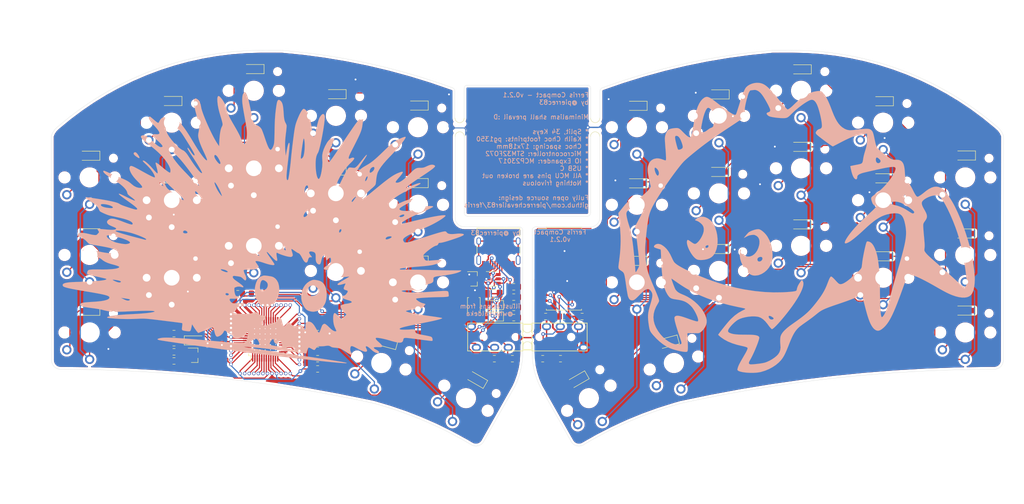
<source format=kicad_pcb>
(kicad_pcb (version 20171130) (host pcbnew 5.1.9)
  (layers (0 F.Cu signal) (31 B.Cu signal) (34 B.Paste user) (35 F.Paste user) (36 B.SilkS user) (37 F.SilkS user) (38 B.Mask user) (39 F.Mask user) (44 Edge.Cuts user))
  (net 0 "")
  (net 1 +5V)
  (net 2 VCC)
  (net 3 /col4)
  (net 4 "Net-(J1-PadA5)")
  (net 5 "Net-(J1-PadB5)")
  (net 6 /col0)
  (net 7 /col8)
  (net 8 /col5)
  (net 9 /col2)
  (net 10 /col1)
  (net 11 /col3)
  (net 12 /col6)
  (net 13 /col7)
  (net 14 /col9)
  (net 15 /row0,0)
  (net 16 /row1,0)
  (net 17 /row1,1)
  (net 18 /row0,1)
  (net 19 /row0,2)
  (net 20 /row0,3)
  (net 21 /row1,3)
  (net 22 /row1,2)
  (net 23 "Net-(D0_0-Pad2)")
  (net 24 "Net-(D0_1-Pad2)")
  (net 25 "Net-(D0_2-Pad2)")
  (net 26 "Net-(D0_3-Pad2)")
  (net 27 "Net-(D0_5-Pad2)")
  (net 28 "Net-(D0_6-Pad2)")
  (net 29 "Net-(D0_7-Pad2)")
  (net 30 "Net-(D0_8-Pad2)")
  (net 31 "Net-(D0_9-Pad2)")
  (net 32 "Net-(D1_0-Pad2)")
  (net 33 "Net-(D1_1-Pad2)")
  (net 34 "Net-(D1_2-Pad2)")
  (net 35 "Net-(D1_3-Pad2)")
  (net 36 "Net-(D1_4-Pad2)")
  (net 37 "Net-(D1_5-Pad2)")
  (net 38 "Net-(D1_6-Pad2)")
  (net 39 "Net-(D1_7-Pad2)")
  (net 40 "Net-(D1_8-Pad2)")
  (net 41 "Net-(D1_9-Pad2)")
  (net 42 "Net-(D2_0-Pad2)")
  (net 43 "Net-(D2_1-Pad2)")
  (net 44 "Net-(D2_2-Pad2)")
  (net 45 "Net-(D2_3-Pad2)")
  (net 46 "Net-(D2_4-Pad2)")
  (net 47 "Net-(D2_5-Pad2)")
  (net 48 "Net-(D2_6-Pad2)")
  (net 49 "Net-(D2_7-Pad2)")
  (net 50 "Net-(D2_8-Pad2)")
  (net 51 "Net-(D2_9-Pad2)")
  (net 52 "Net-(D3_3-Pad2)")
  (net 53 "Net-(D3_4-Pad2)")
  (net 54 "Net-(D3_5-Pad2)")
  (net 55 "Net-(D3_6-Pad2)")
  (net 56 "Net-(D0_4-Pad2)")
  (net 57 /D-)
  (net 58 /D+)
  (net 59 GND)
  (net 60 +3V3)
  (net 61 "Net-(D3-Pad2)")
  (net 62 "Net-(J1-PadS1)")
  (net 63 i2c_sda)
  (net 64 i2c_scl)
  (net 65 "Net-(R6-Pad1)")
  (net 66 BOOT0)
  (net 67 NRST)
  (net 68 VDD)
  (net 69 i2c_sda_right)
  (net 70 i2c_scl_right)
  (net 71 "Net-(U1-Pad2)")
  (net 72 "Net-(U1-Pad3)")
  (net 73 "Net-(U1-Pad4)")
  (net 74 "Net-(U1-Pad5)")
  (net 75 "Net-(U1-Pad6)")
  (net 76 "Net-(U1-Pad10)")
  (net 77 "Net-(U1-Pad11)")
  (net 78 "Net-(U1-Pad13)")
  (net 79 "Net-(U1-Pad14)")
  (net 80 "Net-(U1-Pad15)")
  (net 81 "Net-(U1-Pad16)")
  (net 82 "Net-(U1-Pad17)")
  (net 83 "Net-(U1-Pad18)")
  (net 84 "Net-(U1-Pad19)")
  (net 85 "Net-(U1-Pad20)")
  (net 86 "Net-(U1-Pad25)")
  (net 87 "Net-(U1-Pad26)")
  (net 88 "Net-(U1-Pad27)")
  (net 89 "Net-(U1-Pad28)")
  (net 90 "Net-(U1-Pad29)")
  (net 91 "Net-(U1-Pad30)")
  (net 92 "Net-(U1-Pad31)")
  (net 93 "Net-(U1-Pad34)")
  (net 94 "Net-(U1-Pad46)")
  (net 95 "Net-(J1-PadB8)")
  (net 96 "Net-(J1-PadA8)")
  (net 97 "Net-(U2-Pad28)")
  (net 98 "Net-(U2-Pad27)")
  (net 99 "Net-(U2-Pad26)")
  (net 100 "Net-(U2-Pad20)")
  (net 101 "Net-(U2-Pad19)")
  (net 102 "Net-(U2-Pad14)")
  (net 103 "Net-(U2-Pad11)")
  (net 104 "Net-(U2-Pad8)")
  (net 105 "Net-(U2-Pad7)")
  (net 106 "Net-(U2-Pad6)")
  (net 107 "Net-(U2-Pad5)")
  (module switches:Choc_PG1350_Choc_Spacing (layer F.Cu) (at 58 56)
    (fp_text reference K2_2 hide)
    (fp_text value KEYSW hide)
    (pad "" np_thru_hole circle (at 0 0) (size 3.429 3.429) (drill 3.429) (layers *.Cu *.Mask))
    (pad 2 thru_hole circle (at -5 3.8) (size 2.032 2.032) (drill 1.27) (layers *.Cu *.Mask) (net 44 "Net-(D2_2-Pad2)"))
    (pad 1 thru_hole circle (at 0 5.9) (size 2.032 2.032) (drill 1.27) (layers *.Cu *.Mask) (net 9 /col2))
    (pad "" np_thru_hole circle (at 5.22 -4.2) (size 0.9906 0.9906) (drill 0.9906) (layers *.Cu *.Mask))
    (pad "" np_thru_hole circle (at 5.5 0) (size 1.7018 1.7018) (drill 1.7018) (layers *.Cu *.Mask))
    (pad "" np_thru_hole circle (at -5.5 0) (size 1.7018 1.7018) (drill 1.7018) (layers *.Cu *.Mask))
  )
  (module copper_pads:ferris_compact (layer F.Cu) (at 117.1 34.75 60)
    (fp_text reference G*** hide)
    (fp_text value LOGO hide)
    (fp_poly (pts (xy -0.931908 -0.202549) (xy -0.906172 -0.193558) (xy -0.77322 -0.117004) (xy -0.657433 0.005241) (xy -0.56822 0.1524) (xy -0.519136 0.289472) (xy -0.489987 0.455479) (xy -0.482048 0.632106) (xy -0.496591 0.801041) (xy -0.51681 0.89168) (xy -0.584732 1.061897) (xy -0.677697 1.202957) (xy -0.789917 1.310697) (xy -0.915605 1.38095) (xy -1.048974 1.409554) (xy -1.184235 1.392343) (xy -1.203567 1.385832) (xy -1.317855 1.322248) (xy -1.42936 1.221149) (xy -1.525736 1.094913) (xy -1.56655 1.021868) (xy -1.614497 0.884121) (xy -1.642684 0.718186) (xy -1.64976 0.543218) (xy -1.634376 0.378375) (xy -1.617163 0.303398) (xy -1.547135 0.125842) (xy -1.452751 -0.019093) (xy -1.339024 -0.127904) (xy -1.210966 -0.197086) (xy -1.07359 -0.223135) (xy -0.931908 -0.202549)) (layer F.Cu) (width 0.01))
    (fp_poly (pts (xy 4.094297 -0.188854) (xy 4.225033 -0.100123) (xy 4.293809 -0.030697) (xy 4.392034 0.114464) (xy 4.456792 0.282036) (xy 4.48905 0.463039) (xy 4.489772 0.648494) (xy 4.459924 0.829423) (xy 4.40047 0.996847) (xy 4.312377 1.141787) (xy 4.196609 1.255266) (xy 4.152451 1.284305) (xy 4.015009 1.336797) (xy 3.868823 1.343494) (xy 3.727367 1.304285) (xy 3.6957 1.288078) (xy 3.574335 1.191683) (xy 3.476512 1.056752) (xy 3.405673 0.891402) (xy 3.365261 0.703752) (xy 3.358719 0.50192) (xy 3.359156 0.494534) (xy 3.384201 0.304548) (xy 3.43639 0.147245) (xy 3.520735 0.009578) (xy 3.566434 -0.044949) (xy 3.693057 -0.155868) (xy 3.825269 -0.216786) (xy 3.960029 -0.227761) (xy 4.094297 -0.188854)) (layer F.Cu) (width 0.01))
    (fp_poly (pts (xy 1.43179 -8.891174) (xy 1.52649 -8.854463) (xy 1.5367 -8.8476) (xy 1.576338 -8.805301) (xy 1.637891 -8.720853) (xy 1.719543 -8.597024) (xy 1.819479 -8.436584) (xy 1.935884 -8.242299) (xy 1.9558 -8.208455) (xy 2.076306 -8.006016) (xy 2.176368 -7.843936) (xy 2.255246 -7.72334) (xy 2.312197 -7.645356) (xy 2.34648 -7.611113) (xy 2.3495 -7.609852) (xy 2.407628 -7.600318) (xy 2.486946 -7.5952) (xy 2.504689 -7.594947) (xy 2.534174 -7.595246) (xy 2.561005 -7.598739) (xy 2.588932 -7.608999) (xy 2.621704 -7.629603) (xy 2.663068 -7.664124) (xy 2.716775 -7.716137) (xy 2.786573 -7.789216) (xy 2.87621 -7.886937) (xy 2.989435 -8.012873) (xy 3.129998 -8.1706) (xy 3.250187 -8.3058) (xy 3.365587 -8.433856) (xy 3.455747 -8.527747) (xy 3.527936 -8.592345) (xy 3.589425 -8.63252) (xy 3.647484 -8.653143) (xy 3.709384 -8.659082) (xy 3.773004 -8.656014) (xy 3.903847 -8.626961) (xy 4.003226 -8.560895) (xy 4.077881 -8.455493) (xy 4.095921 -8.413467) (xy 4.128044 -8.331068) (xy 4.171436 -8.21583) (xy 4.22328 -8.075287) (xy 4.280762 -7.916973) (xy 4.319928 -7.807793) (xy 4.378948 -7.644472) (xy 4.433813 -7.496418) (xy 4.481829 -7.370598) (xy 4.520304 -7.273982) (xy 4.546546 -7.213538) (xy 4.556109 -7.196568) (xy 4.595964 -7.172699) (xy 4.665792 -7.144894) (xy 4.71087 -7.130649) (xy 4.837041 -7.094462) (xy 5.379304 -7.501331) (xy 5.543009 -7.62384) (xy 5.671969 -7.719138) (xy 5.771882 -7.790754) (xy 5.848445 -7.842217) (xy 5.907358 -7.877057) (xy 5.954316 -7.898804) (xy 5.99502 -7.910985) (xy 6.035166 -7.917132) (xy 6.053233 -7.918763) (xy 6.145597 -7.920372) (xy 6.213979 -7.903374) (xy 6.272426 -7.869827) (xy 6.341409 -7.811238) (xy 6.397372 -7.744453) (xy 6.403695 -7.734214) (xy 6.422201 -7.682557) (xy 6.446076 -7.584332) (xy 6.474555 -7.4434) (xy 6.50687 -7.263622) (xy 6.542257 -7.048857) (xy 6.552124 -6.986111) (xy 6.580033 -6.808024) (xy 6.605534 -6.647313) (xy 6.627562 -6.510535) (xy 6.645051 -6.404246) (xy 6.656934 -6.335004) (xy 6.662146 -6.309366) (xy 6.662156 -6.309356) (xy 6.685112 -6.295015) (xy 6.739042 -6.262793) (xy 6.7945 -6.230105) (xy 6.9215 -6.15562) (xy 7.5311 -6.444534) (xy 7.717057 -6.532286) (xy 7.863513 -6.600186) (xy 7.976649 -6.650605) (xy 8.062644 -6.685915) (xy 8.127678 -6.708488) (xy 8.177931 -6.720696) (xy 8.219582 -6.724911) (xy 8.258104 -6.723565) (xy 8.392403 -6.690354) (xy 8.496439 -6.61693) (xy 8.567787 -6.505068) (xy 8.572454 -6.493354) (xy 8.585015 -6.455825) (xy 8.594276 -6.413482) (xy 8.600371 -6.359717) (xy 8.603434 -6.287922) (xy 8.603598 -6.191486) (xy 8.600996 -6.063802) (xy 8.595761 -5.89826) (xy 8.588472 -5.699925) (xy 8.56248 -5.0165) (xy 8.679646 -4.913096) (xy 8.796813 -4.809692) (xy 9.040256 -4.868744) (xy 9.297134 -4.931013) (xy 9.509385 -4.982251) (xy 9.681746 -5.023425) (xy 9.81895 -5.055502) (xy 9.925736 -5.07945) (xy 10.006838 -5.096236) (xy 10.066992 -5.106825) (xy 10.110935 -5.112187) (xy 10.143402 -5.113287) (xy 10.169129 -5.111093) (xy 10.192852 -5.106572) (xy 10.198611 -5.105285) (xy 10.315591 -5.054507) (xy 10.409346 -4.966587) (xy 10.470578 -4.853238) (xy 10.4902 -4.737943) (xy 10.484664 -4.688519) (xy 10.469106 -4.597557) (xy 10.445092 -4.47298) (xy 10.414194 -4.322708) (xy 10.377981 -4.154664) (xy 10.348471 -4.02259) (xy 10.310154 -3.849031) (xy 10.276964 -3.689661) (xy 10.250277 -3.551847) (xy 10.231467 -3.442952) (xy 10.221907 -3.370344) (xy 10.221779 -3.34356) (xy 10.247523 -3.292353) (xy 10.295009 -3.226236) (xy 10.319057 -3.19797) (xy 10.4013 -3.106639) (xy 11.067528 -3.131417) (xy 11.286203 -3.139166) (xy 11.460308 -3.143748) (xy 11.596021 -3.144279) (xy 11.69952 -3.139878) (xy 11.776983 -3.12966) (xy 11.834589 -3.112743) (xy 11.878516 -3.088244) (xy 11.914942 -3.055279) (xy 11.950046 -3.012967) (xy 11.956658 -3.004346) (xy 12.010388 -2.904422) (xy 12.032242 -2.785818) (xy 12.033678 -2.74309) (xy 12.030249 -2.699671) (xy 12.019705 -2.649217) (xy 11.999797 -2.585385) (xy 11.968274 -2.501832) (xy 11.922888 -2.392212) (xy 11.861387 -2.250184) (xy 11.781523 -2.069401) (xy 11.764911 -2.032) (xy 11.488362 -1.4097) (xy 11.561147 -1.26365) (xy 11.599326 -1.188725) (xy 11.627807 -1.135979) (xy 11.639915 -1.117425) (xy 11.665502 -1.113237) (xy 11.734515 -1.101528) (xy 11.840325 -1.083436) (xy 11.976302 -1.060095) (xy 12.135816 -1.032641) (xy 12.300917 -1.004165) (xy 12.517447 -0.966196) (xy 12.689646 -0.933975) (xy 12.82337 -0.905392) (xy 12.924476 -0.878338) (xy 12.998822 -0.850705) (xy 13.052265 -0.820382) (xy 13.090662 -0.785261) (xy 13.11987 -0.743232) (xy 13.141368 -0.701512) (xy 13.174404 -0.589857) (xy 13.179773 -0.467529) (xy 13.157142 -0.357875) (xy 13.146603 -0.334267) (xy 13.122432 -0.294392) (xy 13.073709 -0.219457) (xy 13.004884 -0.116111) (xy 12.920408 0.008999) (xy 12.824733 0.149226) (xy 12.752903 0.253657) (xy 12.654275 0.397888) (xy 12.566061 0.529422) (xy 12.492196 0.64218) (xy 12.436618 0.730085) (xy 12.403264 0.787058) (xy 12.3952 0.805901) (xy 12.397038 0.838071) (xy 12.404602 0.869832) (xy 12.420965 0.903819) (xy 12.449202 0.942671) (xy 12.492387 0.989024) (xy 12.553592 1.045516) (xy 12.635893 1.114783) (xy 12.742363 1.199464) (xy 12.876075 1.302195) (xy 13.040104 1.425613) (xy 13.237523 1.572355) (xy 13.471407 1.745059) (xy 13.601935 1.841199) (xy 13.827004 2.00762) (xy 14.036911 2.164257) (xy 14.228146 2.308406) (xy 14.397197 2.437358) (xy 14.540552 2.548409) (xy 14.6547 2.638851) (xy 14.736128 2.705979) (xy 14.781325 2.747086) (xy 14.788449 2.755599) (xy 14.814848 2.808945) (xy 14.827518 2.872134) (xy 14.828856 2.961598) (xy 14.826358 3.015525) (xy 14.817332 3.114182) (xy 14.799297 3.199018) (xy 14.766772 3.288086) (xy 14.714274 3.399437) (xy 14.702946 3.421925) (xy 14.656527 3.509156) (xy 14.597554 3.61195) (xy 14.524708 3.732248) (xy 14.43667 3.871991) (xy 14.332118 4.033118) (xy 14.209733 4.21757) (xy 14.068196 4.427287) (xy 13.906186 4.66421) (xy 13.722383 4.930278) (xy 13.515469 5.227433) (xy 13.284121 5.557613) (xy 13.027022 5.92276) (xy 12.742851 6.324814) (xy 12.430287 6.765715) (xy 12.382805 6.8326) (xy 12.255657 7.013335) (xy 12.126582 7.199819) (xy 12.001779 7.382879) (xy 11.887446 7.553341) (xy 11.789783 7.702033) (xy 11.714989 7.819781) (xy 11.708206 7.830805) (xy 11.581026 8.034786) (xy 11.476152 8.194925) (xy 11.392635 8.312545) (xy 11.329528 8.388968) (xy 11.285881 8.425517) (xy 11.280012 8.427965) (xy 11.262594 8.425857) (xy 11.25425 8.399189) (xy 11.254115 8.339313) (xy 11.261173 8.239379) (xy 11.295311 7.993399) (xy 11.357854 7.714561) (xy 11.44631 7.410328) (xy 11.558184 7.088165) (xy 11.690984 6.755534) (xy 11.842214 6.419899) (xy 11.926429 6.2484) (xy 12.010144 6.073623) (xy 12.104885 5.860137) (xy 12.206746 5.617787) (xy 12.311818 5.356418) (xy 12.416194 5.085876) (xy 12.515965 4.816007) (xy 12.607225 4.556655) (xy 12.657345 4.4069) (xy 12.733921 4.164056) (xy 12.791759 3.959683) (xy 12.832782 3.785843) (xy 12.858915 3.634598) (xy 12.87004 3.52936) (xy 12.884358 3.337621) (xy 12.755978 3.230135) (xy 12.617111 3.132748) (xy 12.44321 3.040042) (xy 12.249961 2.959534) (xy 12.0777 2.905103) (xy 11.985572 2.884508) (xy 11.883397 2.870457) (xy 11.75961 2.86199) (xy 11.602645 2.858149) (xy 11.505063 2.857663) (xy 11.332543 2.85902) (xy 11.203395 2.864926) (xy 11.11023 2.877891) (xy 11.045661 2.900424) (xy 11.002301 2.935034) (xy 10.972762 2.98423) (xy 10.95105 3.04583) (xy 10.927707 3.108395) (xy 10.886622 3.203623) (xy 10.833393 3.319055) (xy 10.773614 3.442232) (xy 10.767573 3.454332) (xy 10.711633 3.567241) (xy 10.665166 3.663233) (xy 10.632343 3.733529) (xy 10.617331 3.769348) (xy 10.616838 3.771811) (xy 10.6042 3.797497) (xy 10.569193 3.854736) (xy 10.51823 3.933223) (xy 10.492238 3.972079) (xy 10.214299 4.343842) (xy 9.890149 4.705653) (xy 9.523959 5.054052) (xy 9.1199 5.385578) (xy 8.682145 5.696772) (xy 8.214865 5.984173) (xy 7.7978 6.207062) (xy 7.639969 6.286127) (xy 7.519004 6.34837) (xy 7.426306 6.399632) (xy 7.353276 6.445753) (xy 7.291316 6.492577) (xy 7.231827 6.545942) (xy 7.166211 6.611692) (xy 7.0993 6.681571) (xy 6.705386 7.074265) (xy 6.318531 7.417711) (xy 5.937407 7.712761) (xy 5.560685 7.960269) (xy 5.187039 8.161091) (xy 4.815139 8.316078) (xy 4.443659 8.426086) (xy 4.3561 8.44554) (xy 4.245852 8.463415) (xy 4.106047 8.478746) (xy 3.951057 8.490727) (xy 3.795257 8.49855) (xy 3.653019 8.501406) (xy 3.538717 8.498489) (xy 3.4925 8.494065) (xy 3.174565 8.437374) (xy 2.890997 8.359904) (xy 2.627812 8.256457) (xy 2.371025 8.121837) (xy 2.1971 8.012616) (xy 2.098838 7.943038) (xy 2.001185 7.866669) (xy 1.910862 7.789769) (xy 1.834597 7.718598) (xy 1.779113 7.659416) (xy 1.751135 7.618485) (xy 1.756236 7.602194) (xy 1.793385 7.59839) (xy 1.870559 7.591605) (xy 1.97713 7.582741) (xy 2.10247 7.572698) (xy 2.126572 7.570806) (xy 2.497803 7.528918) (xy 2.838356 7.461779) (xy 3.163781 7.365205) (xy 3.489624 7.235011) (xy 3.6449 7.162209) (xy 4.048169 6.93699) (xy 4.424411 6.669503) (xy 4.769836 6.362657) (xy 4.981784 6.136909) (xy 5.183692 5.9055) (xy 4.896896 5.835288) (xy 4.329001 5.713596) (xy 3.78624 5.633028) (xy 3.264651 5.593065) (xy 3.010055 5.588149) (xy 2.670908 5.597399) (xy 2.374739 5.62526) (xy 2.117039 5.672303) (xy 1.93675 5.723722) (xy 1.849929 5.751228) (xy 1.785441 5.767979) (xy 1.754732 5.771107) (xy 1.753649 5.769627) (xy 1.768873 5.74368) (xy 1.808805 5.687921) (xy 1.866315 5.612122) (xy 1.899699 5.569427) (xy 2.199793 5.203361) (xy 2.486553 4.883123) (xy 2.762789 4.606372) (xy 3.03131 4.370769) (xy 3.294923 4.173974) (xy 3.556438 4.013648) (xy 3.818663 3.887449) (xy 4.0005 3.819374) (xy 4.210874 3.767467) (xy 4.447261 3.739206) (xy 4.69057 3.73524) (xy 4.921712 3.756219) (xy 5.056047 3.783452) (xy 5.346701 3.88349) (xy 5.635367 4.030942) (xy 5.917676 4.222479) (xy 6.189259 4.454771) (xy 6.445747 4.724488) (xy 6.674798 5.017053) (xy 6.739442 5.108961) (xy 6.792411 5.186203) (xy 6.827085 5.239011) (xy 6.837004 5.256416) (xy 6.863315 5.259424) (xy 6.929584 5.251561) (xy 7.026499 5.234322) (xy 7.144745 5.209201) (xy 7.1755 5.20211) (xy 7.5057 5.124818) (xy 7.791952 4.918259) (xy 7.908874 4.834051) (xy 8.022613 4.752419) (xy 8.121023 4.682065) (xy 8.191957 4.631688) (xy 8.198352 4.627182) (xy 8.282327 4.564173) (xy 8.383695 4.481878) (xy 8.497188 4.385238) (xy 8.617536 4.279199) (xy 8.739467 4.168701) (xy 8.857714 4.058689) (xy 8.967006 3.954105) (xy 9.062073 3.859892) (xy 9.137645 3.780994) (xy 9.188453 3.722353) (xy 9.209227 3.688912) (xy 9.204962 3.683) (xy 9.171625 3.691129) (xy 9.100992 3.713249) (xy 9.003497 3.745961) (xy 8.892173 3.784936) (xy 8.526429 3.908872) (xy 8.118557 4.035119) (xy 7.677001 4.161187) (xy 7.210205 4.284585) (xy 7.126637 4.305697) (xy 6.493575 4.464544) (xy 6.285543 4.28267) (xy 5.976275 4.037643) (xy 5.659843 3.836186) (xy 5.339952 3.680222) (xy 5.02031 3.571678) (xy 4.840385 3.531894) (xy 4.695382 3.514649) (xy 4.521613 3.506808) (xy 4.337971 3.508152) (xy 4.163349 3.518461) (xy 4.01664 3.537516) (xy 3.995415 3.541698) (xy 3.653968 3.638819) (xy 3.314245 3.786217) (xy 2.97608 3.983999) (xy 2.639307 4.232273) (xy 2.30376 4.531145) (xy 2.035907 4.80695) (xy 1.902124 4.953) (xy 1.338412 4.952985) (xy 0.45815 4.934156) (xy -0.449867 4.878404) (xy -1.379633 4.786762) (xy -2.325141 4.660261) (xy -3.280383 4.499936) (xy -4.239353 4.306818) (xy -5.196043 4.08194) (xy -6.144446 3.826336) (xy -7.078554 3.541038) (xy -7.3025 3.467411) (xy -7.52733 3.390835) (xy -7.76734 3.306251) (xy -8.012792 3.217305) (xy -8.253949 3.12764) (xy -8.481073 3.040903) (xy -8.684427 2.960737) (xy -8.854273 2.890788) (xy -8.925954 2.859736) (xy -9.076207 2.793077) (xy -9.256154 2.896062) (xy -9.364111 2.965285) (xy -9.476424 3.049908) (xy -9.585275 3.142502) (xy -9.682844 3.235637) (xy -9.761314 3.321884) (xy -9.812866 3.393813) (xy -9.829801 3.441163) (xy -9.815814 3.537274) (xy -9.775583 3.670438) (xy -9.711706 3.835886) (xy -9.626777 4.02885) (xy -9.523393 4.244563) (xy -9.404149 4.478256) (xy -9.271642 4.725162) (xy -9.128467 4.980512) (xy -8.97722 5.239539) (xy -8.820497 5.497474) (xy -8.660895 5.74955) (xy -8.501009 5.990999) (xy -8.343435 6.217052) (xy -8.246081 6.35) (xy -8.067763 6.599919) (xy -7.896762 6.861823) (xy -7.736742 7.128668) (xy -7.591366 7.393411) (xy -7.464299 7.649009) (xy -7.359205 7.888417) (xy -7.279748 8.104592) (xy -7.22959 8.290491) (xy -7.225398 8.31215) (xy -7.217857 8.375887) (xy -7.228514 8.403319) (xy -7.246697 8.4074) (xy -7.276022 8.38962) (xy -7.333089 8.340338) (xy -7.411467 8.26564) (xy -7.504725 8.171614) (xy -7.586074 8.086191) (xy -7.647452 8.021871) (xy -7.741798 7.924727) (xy -7.866102 7.797798) (xy -8.017353 7.644124) (xy -8.192541 7.466743) (xy -8.388654 7.268696) (xy -8.602683 7.05302) (xy -8.831617 6.822756) (xy -9.072445 6.580943) (xy -9.322156 6.330619) (xy -9.577741 6.074824) (xy -9.655544 5.997041) (xy -9.908906 5.743471) (xy -10.154857 5.496668) (xy -10.390646 5.259428) (xy -10.61352 5.034549) (xy -10.820729 4.824826) (xy -11.009522 4.633056) (xy -11.177148 4.462037) (xy -11.320856 4.314564) (xy -11.437894 4.193435) (xy -11.525512 4.101446) (xy -11.580959 4.041393) (xy -11.593367 4.027116) (xy -11.748464 3.826419) (xy -11.859593 3.646857) (xy -11.927788 3.485986) (xy -11.95408 3.341368) (xy -11.939499 3.21056) (xy -11.939084 3.209077) (xy -11.931596 3.183721) (xy -11.922345 3.159528) (xy -11.908169 3.13285) (xy -11.885907 3.100038) (xy -11.852397 3.057446) (xy -11.804478 3.001425) (xy -11.738987 2.928327) (xy -11.652764 2.834504) (xy -11.542647 2.716309) (xy -11.405473 2.570093) (xy -11.238082 2.392208) (xy -11.1506 2.299311) (xy -11.026471 2.166772) (xy -10.914639 2.045958) (xy -10.819626 1.941868) (xy -10.745953 1.859501) (xy -10.69814 1.803855) (xy -10.680708 1.779927) (xy -10.6807 1.779801) (xy -10.699717 1.75772) (xy -10.752008 1.710915) (xy -10.830433 1.64544) (xy -10.927854 1.567352) (xy -10.932357 1.563827) (xy -1.955744 1.563827) (xy -1.939199 1.744674) (xy -1.914868 1.855939) (xy -1.815167 2.104736) (xy -1.671567 2.329149) (xy -1.485379 2.52796) (xy -1.257915 2.699954) (xy -0.990486 2.843912) (xy -0.7493 2.937858) (xy -0.630001 2.970655) (xy -0.515531 2.984616) (xy -0.391715 2.979542) (xy -0.244374 2.955232) (xy -0.12974 2.929135) (xy 0.134132 2.842107) (xy 0.365134 2.718424) (xy 0.561284 2.559636) (xy 0.720598 2.367295) (xy 0.823372 2.183417) (xy 0.884446 2.036754) (xy 0.927746 1.897021) (xy 0.955783 1.750458) (xy 0.971068 1.583305) (xy 0.976048 1.3843) (xy 2.910175 1.3843) (xy 2.911834 1.526855) (xy 2.916671 1.632652) (xy 2.926642 1.715715) (xy 2.943702 1.790071) (xy 2.969805 1.869745) (xy 2.982751 1.905) (xy 3.071728 2.102091) (xy 3.18726 2.295629) (xy 3.320912 2.474572) (xy 3.464251 2.627878) (xy 3.608842 2.744507) (xy 3.638202 2.763081) (xy 3.834403 2.853768) (xy 4.047845 2.899682) (xy 4.281488 2.901173) (xy 4.5085 2.865492) (xy 4.694483 2.811459) (xy 4.887739 2.733535) (xy 5.076774 2.638122) (xy 5.250094 2.531622) (xy 5.396205 2.420438) (xy 5.503273 2.3114) (xy 5.625226 2.117165) (xy 5.707976 1.893599) (xy 5.75153 1.643665) (xy 5.755898 1.370328) (xy 5.721087 1.076551) (xy 5.647106 0.7653) (xy 5.533963 0.439537) (xy 5.497685 0.351778) (xy 5.434106 0.216999) (xy 5.366515 0.109851) (xy 5.283786 0.017454) (xy 5.174798 -0.07307) (xy 5.062785 -0.151747) (xy 4.906039 -0.248391) (xy 4.765983 -0.312564) (xy 4.62536 -0.34959) (xy 4.466916 -0.364792) (xy 4.3688 -0.365809) (xy 4.140007 -0.346932) (xy 3.929824 -0.292561) (xy 3.72721 -0.198595) (xy 3.52113 -0.060935) (xy 3.496074 -0.041621) (xy 3.402593 0.033034) (xy 3.335364 0.093887) (xy 3.283655 0.154385) (xy 3.236734 0.227974) (xy 3.183869 0.3281) (xy 3.155324 0.38531) (xy 3.060128 0.589186) (xy 2.991764 0.767549) (xy 2.94653 0.935486) (xy 2.920724 1.108084) (xy 2.910643 1.30043) (xy 2.910175 1.3843) (xy 0.976048 1.3843) (xy 0.976111 1.381803) (xy 0.976137 1.3462) (xy 0.972263 1.142779) (xy 0.959377 0.975323) (xy 0.934345 0.82934) (xy 0.894029 0.690335) (xy 0.835295 0.543815) (xy 0.774662 0.414955) (xy 0.635092 0.18121) (xy 0.466929 -0.010901) (xy 0.271175 -0.161036) (xy 0.04883 -0.268851) (xy -0.199104 -0.334002) (xy -0.471625 -0.356147) (xy -0.767734 -0.334942) (xy -1.086429 -0.270043) (xy -1.161747 -0.249211) (xy -1.261133 -0.217768) (xy -1.328578 -0.186026) (xy -1.381706 -0.142563) (xy -1.438142 -0.075957) (xy -1.447292 -0.06416) (xy -1.509802 0.031274) (xy -1.581404 0.163965) (xy -1.657069 0.322375) (xy -1.731765 0.494963) (xy -1.800462 0.67019) (xy -1.85813 0.836517) (xy -1.894674 0.962106) (xy -1.933133 1.157091) (xy -1.953606 1.362815) (xy -1.955744 1.563827) (xy -10.932357 1.563827) (xy -10.970838 1.53371) (xy -11.234225 1.317346) (xy -11.496774 1.079879) (xy -11.749731 0.83033) (xy -11.984343 0.57772) (xy -12.191855 0.331069) (xy -12.363514 0.099398) (xy -12.365352 0.096699) (xy -12.432583 -0.011449) (xy -12.504493 -0.142455) (xy -12.574495 -0.282627) (xy -12.636003 -0.418275) (xy -12.68243 -0.535706) (xy -12.704487 -0.608199) (xy -12.717459 -0.657697) (xy -12.734952 -0.699021) (xy -12.763571 -0.739275) (xy -12.809925 -0.785564) (xy -12.880621 -0.844993) (xy -12.982267 -0.924666) (xy -13.040561 -0.96955) (xy -13.200638 -1.099302) (xy -13.377122 -1.253902) (xy -13.56136 -1.424806) (xy -13.744697 -1.603469) (xy -13.918478 -1.781346) (xy -14.074049 -1.949894) (xy -14.202755 -2.100567) (xy -14.258195 -2.1717) (xy -14.466983 -2.484734) (xy -14.626027 -2.795776) (xy -14.735372 -3.10369) (xy -14.795064 -3.407342) (xy -14.805148 -3.705594) (xy -14.765669 -3.997312) (xy -14.676672 -4.281357) (xy -14.538202 -4.556595) (xy -14.350304 -4.82189) (xy -14.144057 -5.046267) (xy -14.028335 -5.157743) (xy -13.934781 -5.243207) (xy -13.850222 -5.313138) (xy -13.761482 -5.378015) (xy -13.655388 -5.448315) (xy -13.572466 -5.500886) (xy -13.3477 -5.642089) (xy -13.330403 -5.300167) (xy -13.285525 -4.845458) (xy -13.198598 -4.399425) (xy -13.071811 -3.967949) (xy -12.907351 -3.556914) (xy -12.707407 -3.172202) (xy -12.474167 -2.819697) (xy -12.348502 -2.660645) (xy -12.247362 -2.539989) (xy -12.232715 -2.749545) (xy -12.22938 -2.812756) (xy -12.224894 -2.921578) (xy -12.219424 -3.07084) (xy -12.213138 -3.255369) (xy -12.206203 -3.469994) (xy -12.198787 -3.709543) (xy -12.191057 -3.968844) (xy -12.183179 -4.242726) (xy -12.175799 -4.5085) (xy -12.168138 -4.784184) (xy -12.160632 -5.044527) (xy -12.153426 -5.285137) (xy -12.146663 -5.501622) (xy -12.140489 -5.68959) (xy -12.135048 -5.844648) (xy -12.130485 -5.962404) (xy -12.126943 -6.038466) (xy -12.124569 -6.068441) (xy -12.124451 -6.068698) (xy -12.097286 -6.063557) (xy -12.038769 -6.028693) (xy -11.954767 -5.968958) (xy -11.851147 -5.889204) (xy -11.733777 -5.794282) (xy -11.608525 -5.689043) (xy -11.481256 -5.578338) (xy -11.35784 -5.46702) (xy -11.244143 -5.359938) (xy -11.146033 -5.261946) (xy -11.135793 -5.251245) (xy -10.858838 -4.935247) (xy -10.630176 -4.619042) (xy -10.447443 -4.298606) (xy -10.308276 -3.969916) (xy -10.22925 -3.7084) (xy -10.198814 -3.544716) (xy -10.179563 -3.349243) (xy -10.171656 -3.138172) (xy -10.175253 -2.927691) (xy -10.190515 -2.73399) (xy -10.217602 -2.573258) (xy -10.218026 -2.571482) (xy -10.334301 -2.194039) (xy -10.498781 -1.825129) (xy -10.709067 -1.468866) (xy -10.962755 -1.129363) (xy -11.230352 -0.83741) (xy -11.452685 -0.616554) (xy -11.358793 -0.454883) (xy -11.250873 -0.299379) (xy -11.101016 -0.129388) (xy -10.914394 0.050569) (xy -10.696178 0.235969) (xy -10.45154 0.422288) (xy -10.185652 0.605006) (xy -10.043472 0.695384) (xy -9.921626 0.768719) (xy -9.836716 0.814274) (xy -9.784212 0.833622) (xy -9.759587 0.828332) (xy -9.758313 0.799975) (xy -9.759878 0.79375) (xy -9.777158 0.761605) (xy -9.819597 0.693814) (xy -9.88324 0.596358) (xy -9.964133 0.475221) (xy -10.058322 0.336386) (xy -10.15654 0.193515) (xy -10.271732 0.026788) (xy -10.361256 -0.104041) (xy -10.428346 -0.204849) (xy -10.476236 -0.281513) (xy -10.508162 -0.339913) (xy -10.527357 -0.385926) (xy -10.537056 -0.425429) (xy -10.540493 -0.4643) (xy -10.540906 -0.504985) (xy -10.521152 -0.653985) (xy -10.463105 -0.772691) (xy -10.380315 -0.850344) (xy -10.345655 -0.861693) (xy -10.269112 -0.880272) (xy -10.158834 -0.904508) (xy -10.022967 -0.932827) (xy -9.869659 -0.963654) (xy -9.707058 -0.995414) (xy -9.543312 -1.026535) (xy -9.386568 -1.055442) (xy -9.244974 -1.08056) (xy -9.126677 -1.100316) (xy -9.039826 -1.113135) (xy -8.998378 -1.117341) (xy -8.977642 -1.139759) (xy -8.948842 -1.195304) (xy -8.918147 -1.268336) (xy -8.891724 -1.343215) (xy -8.875742 -1.404303) (xy -8.874357 -1.43182) (xy -8.88808 -1.469393) (xy -8.9194 -1.546406) (xy -8.96535 -1.65585) (xy -9.022964 -1.790712) (xy -9.089277 -1.94398) (xy -9.14304 -2.06703) (xy -9.226812 -2.259878) (xy -9.291092 -2.412789) (xy -9.338073 -2.531767) (xy -9.369944 -2.622817) (xy -9.388896 -2.691943) (xy -9.397121 -2.745148) (xy -9.397906 -2.76553) (xy -9.374184 -2.904245) (xy -9.30585 -3.021752) (xy -9.214083 -3.10062) (xy -9.185631 -3.117127) (xy -9.15504 -3.129487) (xy -9.11538 -3.138076) (xy -9.059722 -3.143271) (xy -8.981137 -3.145446) (xy -8.872696 -3.14498) (xy -8.727469 -3.142247) (xy -8.538528 -3.137624) (xy -8.5344 -3.137519) (xy -8.359917 -3.132612) (xy -8.197741 -3.127215) (xy -8.056352 -3.121675) (xy -7.944226 -3.11634) (xy -7.869843 -3.11156) (xy -7.848382 -3.109335) (xy -7.79738 -3.10549) (xy -7.758533 -3.117469) (xy -7.718247 -3.153733) (xy -7.662924 -3.22274) (xy -7.66004 -3.226519) (xy -7.560815 -3.356631) (xy -7.602477 -3.538866) (xy -7.665837 -3.816405) (xy -7.718506 -4.049033) (xy -7.761171 -4.241346) (xy -7.794515 -4.397943) (xy -7.819224 -4.523423) (xy -7.835982 -4.622382) (xy -7.845476 -4.699419) (xy -7.848389 -4.759133) (xy -7.845407 -4.80612) (xy -7.837215 -4.84498) (xy -7.824498 -4.88031) (xy -7.807941 -4.916707) (xy -7.807796 -4.917011) (xy -7.735547 -5.013423) (xy -7.630933 -5.079971) (xy -7.507488 -5.108564) (xy -7.486578 -5.109074) (xy -7.430954 -5.10287) (xy -7.334797 -5.0858) (xy -7.206767 -5.05967) (xy -7.055525 -5.026288) (xy -6.889731 -4.98746) (xy -6.8072 -4.967338) (xy -6.641666 -4.927015) (xy -6.49051 -4.891267) (xy -6.361413 -4.861826) (xy -6.262054 -4.84042) (xy -6.200111 -4.82878) (xy -6.1849 -4.827165) (xy -6.138356 -4.844201) (xy -6.07396 -4.886798) (xy -6.031602 -4.922333) (xy -5.929103 -5.0165) (xy -5.951788 -5.720877) (xy -5.95833 -5.929284) (xy -5.962827 -6.093275) (xy -5.96507 -6.219201) (xy -5.96485 -6.313413) (xy -5.961959 -6.38226) (xy -5.956188 -6.432095) (xy -5.947328 -6.469266) (xy -5.935171 -6.500127) (xy -5.925543 -6.519537) (xy -5.853251 -6.625872) (xy -5.764215 -6.688997) (xy -5.647713 -6.715265) (xy -5.592488 -6.716891) (xy -5.53797 -6.714267) (xy -5.483697 -6.705538) (xy -5.421706 -6.687733) (xy -5.344034 -6.657882) (xy -5.242717 -6.613018) (xy -5.109794 -6.550169) (xy -4.9911 -6.492629) (xy -4.841914 -6.420269) (xy -4.699844 -6.352014) (xy -4.574407 -6.292388) (xy -4.47512 -6.245912) (xy -4.411499 -6.21711) (xy -4.409685 -6.216327) (xy -4.28547 -6.162877) (xy -4.149335 -6.234153) (xy -4.077289 -6.275507) (xy -4.02794 -6.310783) (xy -4.013201 -6.329248) (xy -4.009116 -6.370258) (xy -3.997779 -6.452421) (xy -3.980561 -6.567393) (xy -3.958834 -6.706828) (xy -3.933972 -6.862381) (xy -3.907345 -7.025705) (xy -3.880326 -7.188456) (xy -3.854289 -7.342289) (xy -3.830604 -7.478856) (xy -3.810645 -7.589814) (xy -3.795783 -7.666816) (xy -3.787653 -7.700872) (xy -3.742372 -7.771447) (xy -3.668706 -7.842469) (xy -3.586061 -7.897153) (xy -3.539809 -7.915247) (xy -3.482823 -7.926372) (xy -3.427919 -7.927755) (xy -3.369493 -7.916504) (xy -3.301943 -7.889726) (xy -3.219666 -7.84453) (xy -3.117057 -7.778023) (xy -2.988515 -7.687313) (xy -2.828435 -7.569508) (xy -2.735682 -7.500189) (xy -2.1971 -7.096457) (xy -2.059891 -7.136419) (xy -1.980228 -7.164908) (xy -1.921009 -7.195761) (xy -1.901035 -7.214041) (xy -1.886853 -7.247576) (xy -1.85835 -7.322091) (xy -1.818079 -7.43065) (xy -1.768593 -7.566318) (xy -1.712447 -7.722159) (xy -1.665104 -7.854851) (xy -1.604642 -8.022982) (xy -1.547707 -8.177462) (xy -1.497064 -8.31109) (xy -1.455476 -8.416668) (xy -1.425708 -8.486996) (xy -1.412609 -8.512556) (xy -1.323008 -8.599349) (xy -1.209174 -8.649895) (xy -1.084867 -8.661665) (xy -0.963849 -8.632131) (xy -0.913474 -8.604251) (xy -0.873265 -8.569564) (xy -0.805418 -8.502579) (xy -0.715652 -8.409309) (xy -0.609687 -8.29577) (xy -0.49324 -8.167976) (xy -0.408068 -8.072711) (xy -0.278145 -7.926457) (xy -0.177002 -7.813829) (xy -0.099754 -7.730414) (xy -0.041514 -7.671797) (xy 0.002605 -7.633561) (xy 0.037487 -7.611294) (xy 0.068019 -7.600579) (xy 0.099087 -7.597001) (xy 0.118996 -7.596461) (xy 0.2021 -7.600647) (xy 0.273083 -7.613354) (xy 0.284325 -7.617045) (xy 0.316127 -7.643918) (xy 0.366817 -7.708367) (xy 0.437515 -7.812061) (xy 0.529341 -7.956669) (xy 0.643412 -8.143861) (xy 0.692673 -8.226252) (xy 0.804082 -8.410698) (xy 0.90299 -8.569059) (xy 0.986674 -8.697219) (xy 1.05241 -8.791061) (xy 1.097477 -8.846469) (xy 1.110426 -8.857858) (xy 1.202174 -8.893391) (xy 1.31649 -8.904323) (xy 1.43179 -8.891174)) (layer F.Cu) (width 0.01))
  )
  (module copper_pads:ferris_compact (layer F.Cu) (at 175.6 74.8 7)
    (fp_text reference G*** hide)
    (fp_text value LOGO hide)
    (fp_poly (pts (xy -0.931908 -0.202549) (xy -0.906172 -0.193558) (xy -0.77322 -0.117004) (xy -0.657433 0.005241) (xy -0.56822 0.1524) (xy -0.519136 0.289472) (xy -0.489987 0.455479) (xy -0.482048 0.632106) (xy -0.496591 0.801041) (xy -0.51681 0.89168) (xy -0.584732 1.061897) (xy -0.677697 1.202957) (xy -0.789917 1.310697) (xy -0.915605 1.38095) (xy -1.048974 1.409554) (xy -1.184235 1.392343) (xy -1.203567 1.385832) (xy -1.317855 1.322248) (xy -1.42936 1.221149) (xy -1.525736 1.094913) (xy -1.56655 1.021868) (xy -1.614497 0.884121) (xy -1.642684 0.718186) (xy -1.64976 0.543218) (xy -1.634376 0.378375) (xy -1.617163 0.303398) (xy -1.547135 0.125842) (xy -1.452751 -0.019093) (xy -1.339024 -0.127904) (xy -1.210966 -0.197086) (xy -1.07359 -0.223135) (xy -0.931908 -0.202549)) (layer F.Cu) (width 0.01))
    (fp_poly (pts (xy 4.094297 -0.188854) (xy 4.225033 -0.100123) (xy 4.293809 -0.030697) (xy 4.392034 0.114464) (xy 4.456792 0.282036) (xy 4.48905 0.463039) (xy 4.489772 0.648494) (xy 4.459924 0.829423) (xy 4.40047 0.996847) (xy 4.312377 1.141787) (xy 4.196609 1.255266) (xy 4.152451 1.284305) (xy 4.015009 1.336797) (xy 3.868823 1.343494) (xy 3.727367 1.304285) (xy 3.6957 1.288078) (xy 3.574335 1.191683) (xy 3.476512 1.056752) (xy 3.405673 0.891402) (xy 3.365261 0.703752) (xy 3.358719 0.50192) (xy 3.359156 0.494534) (xy 3.384201 0.304548) (xy 3.43639 0.147245) (xy 3.520735 0.009578) (xy 3.566434 -0.044949) (xy 3.693057 -0.155868) (xy 3.825269 -0.216786) (xy 3.960029 -0.227761) (xy 4.094297 -0.188854)) (layer F.Cu) (width 0.01))
    (fp_poly (pts (xy 1.43179 -8.891174) (xy 1.52649 -8.854463) (xy 1.5367 -8.8476) (xy 1.576338 -8.805301) (xy 1.637891 -8.720853) (xy 1.719543 -8.597024) (xy 1.819479 -8.436584) (xy 1.935884 -8.242299) (xy 1.9558 -8.208455) (xy 2.076306 -8.006016) (xy 2.176368 -7.843936) (xy 2.255246 -7.72334) (xy 2.312197 -7.645356) (xy 2.34648 -7.611113) (xy 2.3495 -7.609852) (xy 2.407628 -7.600318) (xy 2.486946 -7.5952) (xy 2.504689 -7.594947) (xy 2.534174 -7.595246) (xy 2.561005 -7.598739) (xy 2.588932 -7.608999) (xy 2.621704 -7.629603) (xy 2.663068 -7.664124) (xy 2.716775 -7.716137) (xy 2.786573 -7.789216) (xy 2.87621 -7.886937) (xy 2.989435 -8.012873) (xy 3.129998 -8.1706) (xy 3.250187 -8.3058) (xy 3.365587 -8.433856) (xy 3.455747 -8.527747) (xy 3.527936 -8.592345) (xy 3.589425 -8.63252) (xy 3.647484 -8.653143) (xy 3.709384 -8.659082) (xy 3.773004 -8.656014) (xy 3.903847 -8.626961) (xy 4.003226 -8.560895) (xy 4.077881 -8.455493) (xy 4.095921 -8.413467) (xy 4.128044 -8.331068) (xy 4.171436 -8.21583) (xy 4.22328 -8.075287) (xy 4.280762 -7.916973) (xy 4.319928 -7.807793) (xy 4.378948 -7.644472) (xy 4.433813 -7.496418) (xy 4.481829 -7.370598) (xy 4.520304 -7.273982) (xy 4.546546 -7.213538) (xy 4.556109 -7.196568) (xy 4.595964 -7.172699) (xy 4.665792 -7.144894) (xy 4.71087 -7.130649) (xy 4.837041 -7.094462) (xy 5.379304 -7.501331) (xy 5.543009 -7.62384) (xy 5.671969 -7.719138) (xy 5.771882 -7.790754) (xy 5.848445 -7.842217) (xy 5.907358 -7.877057) (xy 5.954316 -7.898804) (xy 5.99502 -7.910985) (xy 6.035166 -7.917132) (xy 6.053233 -7.918763) (xy 6.145597 -7.920372) (xy 6.213979 -7.903374) (xy 6.272426 -7.869827) (xy 6.341409 -7.811238) (xy 6.397372 -7.744453) (xy 6.403695 -7.734214) (xy 6.422201 -7.682557) (xy 6.446076 -7.584332) (xy 6.474555 -7.4434) (xy 6.50687 -7.263622) (xy 6.542257 -7.048857) (xy 6.552124 -6.986111) (xy 6.580033 -6.808024) (xy 6.605534 -6.647313) (xy 6.627562 -6.510535) (xy 6.645051 -6.404246) (xy 6.656934 -6.335004) (xy 6.662146 -6.309366) (xy 6.662156 -6.309356) (xy 6.685112 -6.295015) (xy 6.739042 -6.262793) (xy 6.7945 -6.230105) (xy 6.9215 -6.15562) (xy 7.5311 -6.444534) (xy 7.717057 -6.532286) (xy 7.863513 -6.600186) (xy 7.976649 -6.650605) (xy 8.062644 -6.685915) (xy 8.127678 -6.708488) (xy 8.177931 -6.720696) (xy 8.219582 -6.724911) (xy 8.258104 -6.723565) (xy 8.392403 -6.690354) (xy 8.496439 -6.61693) (xy 8.567787 -6.505068) (xy 8.572454 -6.493354) (xy 8.585015 -6.455825) (xy 8.594276 -6.413482) (xy 8.600371 -6.359717) (xy 8.603434 -6.287922) (xy 8.603598 -6.191486) (xy 8.600996 -6.063802) (xy 8.595761 -5.89826) (xy 8.588472 -5.699925) (xy 8.56248 -5.0165) (xy 8.679646 -4.913096) (xy 8.796813 -4.809692) (xy 9.040256 -4.868744) (xy 9.297134 -4.931013) (xy 9.509385 -4.982251) (xy 9.681746 -5.023425) (xy 9.81895 -5.055502) (xy 9.925736 -5.07945) (xy 10.006838 -5.096236) (xy 10.066992 -5.106825) (xy 10.110935 -5.112187) (xy 10.143402 -5.113287) (xy 10.169129 -5.111093) (xy 10.192852 -5.106572) (xy 10.198611 -5.105285) (xy 10.315591 -5.054507) (xy 10.409346 -4.966587) (xy 10.470578 -4.853238) (xy 10.4902 -4.737943) (xy 10.484664 -4.688519) (xy 10.469106 -4.597557) (xy 10.445092 -4.47298) (xy 10.414194 -4.322708) (xy 10.377981 -4.154664) (xy 10.348471 -4.02259) (xy 10.310154 -3.849031) (xy 10.276964 -3.689661) (xy 10.250277 -3.551847) (xy 10.231467 -3.442952) (xy 10.221907 -3.370344) (xy 10.221779 -3.34356) (xy 10.247523 -3.292353) (xy 10.295009 -3.226236) (xy 10.319057 -3.19797) (xy 10.4013 -3.106639) (xy 11.067528 -3.131417) (xy 11.286203 -3.139166) (xy 11.460308 -3.143748) (xy 11.596021 -3.144279) (xy 11.69952 -3.139878) (xy 11.776983 -3.12966) (xy 11.834589 -3.112743) (xy 11.878516 -3.088244) (xy 11.914942 -3.055279) (xy 11.950046 -3.012967) (xy 11.956658 -3.004346) (xy 12.010388 -2.904422) (xy 12.032242 -2.785818) (xy 12.033678 -2.74309) (xy 12.030249 -2.699671) (xy 12.019705 -2.649217) (xy 11.999797 -2.585385) (xy 11.968274 -2.501832) (xy 11.922888 -2.392212) (xy 11.861387 -2.250184) (xy 11.781523 -2.069401) (xy 11.764911 -2.032) (xy 11.488362 -1.4097) (xy 11.561147 -1.26365) (xy 11.599326 -1.188725) (xy 11.627807 -1.135979) (xy 11.639915 -1.117425) (xy 11.665502 -1.113237) (xy 11.734515 -1.101528) (xy 11.840325 -1.083436) (xy 11.976302 -1.060095) (xy 12.135816 -1.032641) (xy 12.300917 -1.004165) (xy 12.517447 -0.966196) (xy 12.689646 -0.933975) (xy 12.82337 -0.905392) (xy 12.924476 -0.878338) (xy 12.998822 -0.850705) (xy 13.052265 -0.820382) (xy 13.090662 -0.785261) (xy 13.11987 -0.743232) (xy 13.141368 -0.701512) (xy 13.174404 -0.589857) (xy 13.179773 -0.467529) (xy 13.157142 -0.357875) (xy 13.146603 -0.334267) (xy 13.122432 -0.294392) (xy 13.073709 -0.219457) (xy 13.004884 -0.116111) (xy 12.920408 0.008999) (xy 12.824733 0.149226) (xy 12.752903 0.253657) (xy 12.654275 0.397888) (xy 12.566061 0.529422) (xy 12.492196 0.64218) (xy 12.436618 0.730085) (xy 12.403264 0.787058) (xy 12.3952 0.805901) (xy 12.397038 0.838071) (xy 12.404602 0.869832) (xy 12.420965 0.903819) (xy 12.449202 0.942671) (xy 12.492387 0.989024) (xy 12.553592 1.045516) (xy 12.635893 1.114783) (xy 12.742363 1.199464) (xy 12.876075 1.302195) (xy 13.040104 1.425613) (xy 13.237523 1.572355) (xy 13.471407 1.745059) (xy 13.601935 1.841199) (xy 13.827004 2.00762) (xy 14.036911 2.164257) (xy 14.228146 2.308406) (xy 14.397197 2.437358) (xy 14.540552 2.548409) (xy 14.6547 2.638851) (xy 14.736128 2.705979) (xy 14.781325 2.747086) (xy 14.788449 2.755599) (xy 14.814848 2.808945) (xy 14.827518 2.872134) (xy 14.828856 2.961598) (xy 14.826358 3.015525) (xy 14.817332 3.114182) (xy 14.799297 3.199018) (xy 14.766772 3.288086) (xy 14.714274 3.399437) (xy 14.702946 3.421925) (xy 14.656527 3.509156) (xy 14.597554 3.61195) (xy 14.524708 3.732248) (xy 14.43667 3.871991) (xy 14.332118 4.033118) (xy 14.209733 4.21757) (xy 14.068196 4.427287) (xy 13.906186 4.66421) (xy 13.722383 4.930278) (xy 13.515469 5.227433) (xy 13.284121 5.557613) (xy 13.027022 5.92276) (xy 12.742851 6.324814) (xy 12.430287 6.765715) (xy 12.382805 6.8326) (xy 12.255657 7.013335) (xy 12.126582 7.199819) (xy 12.001779 7.382879) (xy 11.887446 7.553341) (xy 11.789783 7.702033) (xy 11.714989 7.819781) (xy 11.708206 7.830805) (xy 11.581026 8.034786) (xy 11.476152 8.194925) (xy 11.392635 8.312545) (xy 11.329528 8.388968) (xy 11.285881 8.425517) (xy 11.280012 8.427965) (xy 11.262594 8.425857) (xy 11.25425 8.399189) (xy 11.254115 8.339313) (xy 11.261173 8.239379) (xy 11.295311 7.993399) (xy 11.357854 7.714561) (xy 11.44631 7.410328) (xy 11.558184 7.088165) (xy 11.690984 6.755534) (xy 11.842214 6.419899) (xy 11.926429 6.2484) (xy 12.010144 6.073623) (xy 12.104885 5.860137) (xy 12.206746 5.617787) (xy 12.311818 5.356418) (xy 12.416194 5.085876) (xy 12.515965 4.816007) (xy 12.607225 4.556655) (xy 12.657345 4.4069) (xy 12.733921 4.164056) (xy 12.791759 3.959683) (xy 12.832782 3.785843) (xy 12.858915 3.634598) (xy 12.87004 3.52936) (xy 12.884358 3.337621) (xy 12.755978 3.230135) (xy 12.617111 3.132748) (xy 12.44321 3.040042) (xy 12.249961 2.959534) (xy 12.0777 2.905103) (xy 11.985572 2.884508) (xy 11.883397 2.870457) (xy 11.75961 2.86199) (xy 11.602645 2.858149) (xy 11.505063 2.857663) (xy 11.332543 2.85902) (xy 11.203395 2.864926) (xy 11.11023 2.877891) (xy 11.045661 2.900424) (xy 11.002301 2.935034) (xy 10.972762 2.98423) (xy 10.95105 3.04583) (xy 10.927707 3.108395) (xy 10.886622 3.203623) (xy 10.833393 3.319055) (xy 10.773614 3.442232) (xy 10.767573 3.454332) (xy 10.711633 3.567241) (xy 10.665166 3.663233) (xy 10.632343 3.733529) (xy 10.617331 3.769348) (xy 10.616838 3.771811) (xy 10.6042 3.797497) (xy 10.569193 3.854736) (xy 10.51823 3.933223) (xy 10.492238 3.972079) (xy 10.214299 4.343842) (xy 9.890149 4.705653) (xy 9.523959 5.054052) (xy 9.1199 5.385578) (xy 8.682145 5.696772) (xy 8.214865 5.984173) (xy 7.7978 6.207062) (xy 7.639969 6.286127) (xy 7.519004 6.34837) (xy 7.426306 6.399632) (xy 7.353276 6.445753) (xy 7.291316 6.492577) (xy 7.231827 6.545942) (xy 7.166211 6.611692) (xy 7.0993 6.681571) (xy 6.705386 7.074265) (xy 6.318531 7.417711) (xy 5.937407 7.712761) (xy 5.560685 7.960269) (xy 5.187039 8.161091) (xy 4.815139 8.316078) (xy 4.443659 8.426086) (xy 4.3561 8.44554) (xy 4.245852 8.463415) (xy 4.106047 8.478746) (xy 3.951057 8.490727) (xy 3.795257 8.49855) (xy 3.653019 8.501406) (xy 3.538717 8.498489) (xy 3.4925 8.494065) (xy 3.174565 8.437374) (xy 2.890997 8.359904) (xy 2.627812 8.256457) (xy 2.371025 8.121837) (xy 2.1971 8.012616) (xy 2.098838 7.943038) (xy 2.001185 7.866669) (xy 1.910862 7.789769) (xy 1.834597 7.718598) (xy 1.779113 7.659416) (xy 1.751135 7.618485) (xy 1.756236 7.602194) (xy 1.793385 7.59839) (xy 1.870559 7.591605) (xy 1.97713 7.582741) (xy 2.10247 7.572698) (xy 2.126572 7.570806) (xy 2.497803 7.528918) (xy 2.838356 7.461779) (xy 3.163781 7.365205) (xy 3.489624 7.235011) (xy 3.6449 7.162209) (xy 4.048169 6.93699) (xy 4.424411 6.669503) (xy 4.769836 6.362657) (xy 4.981784 6.136909) (xy 5.183692 5.9055) (xy 4.896896 5.835288) (xy 4.329001 5.713596) (xy 3.78624 5.633028) (xy 3.264651 5.593065) (xy 3.010055 5.588149) (xy 2.670908 5.597399) (xy 2.374739 5.62526) (xy 2.117039 5.672303) (xy 1.93675 5.723722) (xy 1.849929 5.751228) (xy 1.785441 5.767979) (xy 1.754732 5.771107) (xy 1.753649 5.769627) (xy 1.768873 5.74368) (xy 1.808805 5.687921) (xy 1.866315 5.612122) (xy 1.899699 5.569427) (xy 2.199793 5.203361) (xy 2.486553 4.883123) (xy 2.762789 4.606372) (xy 3.03131 4.370769) (xy 3.294923 4.173974) (xy 3.556438 4.013648) (xy 3.818663 3.887449) (xy 4.0005 3.819374) (xy 4.210874 3.767467) (xy 4.447261 3.739206) (xy 4.69057 3.73524) (xy 4.921712 3.756219) (xy 5.056047 3.783452) (xy 5.346701 3.88349) (xy 5.635367 4.030942) (xy 5.917676 4.222479) (xy 6.189259 4.454771) (xy 6.445747 4.724488) (xy 6.674798 5.017053) (xy 6.739442 5.108961) (xy 6.792411 5.186203) (xy 6.827085 5.239011) (xy 6.837004 5.256416) (xy 6.863315 5.259424) (xy 6.929584 5.251561) (xy 7.026499 5.234322) (xy 7.144745 5.209201) (xy 7.1755 5.20211) (xy 7.5057 5.124818) (xy 7.791952 4.918259) (xy 7.908874 4.834051) (xy 8.022613 4.752419) (xy 8.121023 4.682065) (xy 8.191957 4.631688) (xy 8.198352 4.627182) (xy 8.282327 4.564173) (xy 8.383695 4.481878) (xy 8.497188 4.385238) (xy 8.617536 4.279199) (xy 8.739467 4.168701) (xy 8.857714 4.058689) (xy 8.967006 3.954105) (xy 9.062073 3.859892) (xy 9.137645 3.780994) (xy 9.188453 3.722353) (xy 9.209227 3.688912) (xy 9.204962 3.683) (xy 9.171625 3.691129) (xy 9.100992 3.713249) (xy 9.003497 3.745961) (xy 8.892173 3.784936) (xy 8.526429 3.908872) (xy 8.118557 4.035119) (xy 7.677001 4.161187) (xy 7.210205 4.284585) (xy 7.126637 4.305697) (xy 6.493575 4.464544) (xy 6.285543 4.28267) (xy 5.976275 4.037643) (xy 5.659843 3.836186) (xy 5.339952 3.680222) (xy 5.02031 3.571678) (xy 4.840385 3.531894) (xy 4.695382 3.514649) (xy 4.521613 3.506808) (xy 4.337971 3.508152) (xy 4.163349 3.518461) (xy 4.01664 3.537516) (xy 3.995415 3.541698) (xy 3.653968 3.638819) (xy 3.314245 3.786217) (xy 2.97608 3.983999) (xy 2.639307 4.232273) (xy 2.30376 4.531145) (xy 2.035907 4.80695) (xy 1.902124 4.953) (xy 1.338412 4.952985) (xy 0.45815 4.934156) (xy -0.449867 4.878404) (xy -1.379633 4.786762) (xy -2.325141 4.660261) (xy -3.280383 4.499936) (xy -4.239353 4.306818) (xy -5.196043 4.08194) (xy -6.144446 3.826336) (xy -7.078554 3.541038) (xy -7.3025 3.467411) (xy -7.52733 3.390835) (xy -7.76734 3.306251) (xy -8.012792 3.217305) (xy -8.253949 3.12764) (xy -8.481073 3.040903) (xy -8.684427 2.960737) (xy -8.854273 2.890788) (xy -8.925954 2.859736) (xy -9.076207 2.793077) (xy -9.256154 2.896062) (xy -9.364111 2.965285) (xy -9.476424 3.049908) (xy -9.585275 3.142502) (xy -9.682844 3.235637) (xy -9.761314 3.321884) (xy -9.812866 3.393813) (xy -9.829801 3.441163) (xy -9.815814 3.537274) (xy -9.775583 3.670438) (xy -9.711706 3.835886) (xy -9.626777 4.02885) (xy -9.523393 4.244563) (xy -9.404149 4.478256) (xy -9.271642 4.725162) (xy -9.128467 4.980512) (xy -8.97722 5.239539) (xy -8.820497 5.497474) (xy -8.660895 5.74955) (xy -8.501009 5.990999) (xy -8.343435 6.217052) (xy -8.246081 6.35) (xy -8.067763 6.599919) (xy -7.896762 6.861823) (xy -7.736742 7.128668) (xy -7.591366 7.393411) (xy -7.464299 7.649009) (xy -7.359205 7.888417) (xy -7.279748 8.104592) (xy -7.22959 8.290491) (xy -7.225398 8.31215) (xy -7.217857 8.375887) (xy -7.228514 8.403319) (xy -7.246697 8.4074) (xy -7.276022 8.38962) (xy -7.333089 8.340338) (xy -7.411467 8.26564) (xy -7.504725 8.171614) (xy -7.586074 8.086191) (xy -7.647452 8.021871) (xy -7.741798 7.924727) (xy -7.866102 7.797798) (xy -8.017353 7.644124) (xy -8.192541 7.466743) (xy -8.388654 7.268696) (xy -8.602683 7.05302) (xy -8.831617 6.822756) (xy -9.072445 6.580943) (xy -9.322156 6.330619) (xy -9.577741 6.074824) (xy -9.655544 5.997041) (xy -9.908906 5.743471) (xy -10.154857 5.496668) (xy -10.390646 5.259428) (xy -10.61352 5.034549) (xy -10.820729 4.824826) (xy -11.009522 4.633056) (xy -11.177148 4.462037) (xy -11.320856 4.314564) (xy -11.437894 4.193435) (xy -11.525512 4.101446) (xy -11.580959 4.041393) (xy -11.593367 4.027116) (xy -11.748464 3.826419) (xy -11.859593 3.646857) (xy -11.927788 3.485986) (xy -11.95408 3.341368) (xy -11.939499 3.21056) (xy -11.939084 3.209077) (xy -11.931596 3.183721) (xy -11.922345 3.159528) (xy -11.908169 3.13285) (xy -11.885907 3.100038) (xy -11.852397 3.057446) (xy -11.804478 3.001425) (xy -11.738987 2.928327) (xy -11.652764 2.834504) (xy -11.542647 2.716309) (xy -11.405473 2.570093) (xy -11.238082 2.392208) (xy -11.1506 2.299311) (xy -11.026471 2.166772) (xy -10.914639 2.045958) (xy -10.819626 1.941868) (xy -10.745953 1.859501) (xy -10.69814 1.803855) (xy -10.680708 1.779927) (xy -10.6807 1.779801) (xy -10.699717 1.75772) (xy -10.752008 1.710915) (xy -10.830433 1.64544) (xy -10.927854 1.567352) (xy -10.932357 1.563827) (xy -1.955744 1.563827) (xy -1.939199 1.744674) (xy -1.914868 1.855939) (xy -1.815167 2.104736) (xy -1.671567 2.329149) (xy -1.485379 2.52796) (xy -1.257915 2.699954) (xy -0.990486 2.843912) (xy -0.7493 2.937858) (xy -0.630001 2.970655) (xy -0.515531 2.984616) (xy -0.391715 2.979542) (xy -0.244374 2.955232) (xy -0.12974 2.929135) (xy 0.134132 2.842107) (xy 0.365134 2.718424) (xy 0.561284 2.559636) (xy 0.720598 2.367295) (xy 0.823372 2.183417) (xy 0.884446 2.036754) (xy 0.927746 1.897021) (xy 0.955783 1.750458) (xy 0.971068 1.583305) (xy 0.976048 1.3843) (xy 2.910175 1.3843) (xy 2.911834 1.526855) (xy 2.916671 1.632652) (xy 2.926642 1.715715) (xy 2.943702 1.790071) (xy 2.969805 1.869745) (xy 2.982751 1.905) (xy 3.071728 2.102091) (xy 3.18726 2.295629) (xy 3.320912 2.474572) (xy 3.464251 2.627878) (xy 3.608842 2.744507) (xy 3.638202 2.763081) (xy 3.834403 2.853768) (xy 4.047845 2.899682) (xy 4.281488 2.901173) (xy 4.5085 2.865492) (xy 4.694483 2.811459) (xy 4.887739 2.733535) (xy 5.076774 2.638122) (xy 5.250094 2.531622) (xy 5.396205 2.420438) (xy 5.503273 2.3114) (xy 5.625226 2.117165) (xy 5.707976 1.893599) (xy 5.75153 1.643665) (xy 5.755898 1.370328) (xy 5.721087 1.076551) (xy 5.647106 0.7653) (xy 5.533963 0.439537) (xy 5.497685 0.351778) (xy 5.434106 0.216999) (xy 5.366515 0.109851) (xy 5.283786 0.017454) (xy 5.174798 -0.07307) (xy 5.062785 -0.151747) (xy 4.906039 -0.248391) (xy 4.765983 -0.312564) (xy 4.62536 -0.34959) (xy 4.466916 -0.364792) (xy 4.3688 -0.365809) (xy 4.140007 -0.346932) (xy 3.929824 -0.292561) (xy 3.72721 -0.198595) (xy 3.52113 -0.060935) (xy 3.496074 -0.041621) (xy 3.402593 0.033034) (xy 3.335364 0.093887) (xy 3.283655 0.154385) (xy 3.236734 0.227974) (xy 3.183869 0.3281) (xy 3.155324 0.38531) (xy 3.060128 0.589186) (xy 2.991764 0.767549) (xy 2.94653 0.935486) (xy 2.920724 1.108084) (xy 2.910643 1.30043) (xy 2.910175 1.3843) (xy 0.976048 1.3843) (xy 0.976111 1.381803) (xy 0.976137 1.3462) (xy 0.972263 1.142779) (xy 0.959377 0.975323) (xy 0.934345 0.82934) (xy 0.894029 0.690335) (xy 0.835295 0.543815) (xy 0.774662 0.414955) (xy 0.635092 0.18121) (xy 0.466929 -0.010901) (xy 0.271175 -0.161036) (xy 0.04883 -0.268851) (xy -0.199104 -0.334002) (xy -0.471625 -0.356147) (xy -0.767734 -0.334942) (xy -1.086429 -0.270043) (xy -1.161747 -0.249211) (xy -1.261133 -0.217768) (xy -1.328578 -0.186026) (xy -1.381706 -0.142563) (xy -1.438142 -0.075957) (xy -1.447292 -0.06416) (xy -1.509802 0.031274) (xy -1.581404 0.163965) (xy -1.657069 0.322375) (xy -1.731765 0.494963) (xy -1.800462 0.67019) (xy -1.85813 0.836517) (xy -1.894674 0.962106) (xy -1.933133 1.157091) (xy -1.953606 1.362815) (xy -1.955744 1.563827) (xy -10.932357 1.563827) (xy -10.970838 1.53371) (xy -11.234225 1.317346) (xy -11.496774 1.079879) (xy -11.749731 0.83033) (xy -11.984343 0.57772) (xy -12.191855 0.331069) (xy -12.363514 0.099398) (xy -12.365352 0.096699) (xy -12.432583 -0.011449) (xy -12.504493 -0.142455) (xy -12.574495 -0.282627) (xy -12.636003 -0.418275) (xy -12.68243 -0.535706) (xy -12.704487 -0.608199) (xy -12.717459 -0.657697) (xy -12.734952 -0.699021) (xy -12.763571 -0.739275) (xy -12.809925 -0.785564) (xy -12.880621 -0.844993) (xy -12.982267 -0.924666) (xy -13.040561 -0.96955) (xy -13.200638 -1.099302) (xy -13.377122 -1.253902) (xy -13.56136 -1.424806) (xy -13.744697 -1.603469) (xy -13.918478 -1.781346) (xy -14.074049 -1.949894) (xy -14.202755 -2.100567) (xy -14.258195 -2.1717) (xy -14.466983 -2.484734) (xy -14.626027 -2.795776) (xy -14.735372 -3.10369) (xy -14.795064 -3.407342) (xy -14.805148 -3.705594) (xy -14.765669 -3.997312) (xy -14.676672 -4.281357) (xy -14.538202 -4.556595) (xy -14.350304 -4.82189) (xy -14.144057 -5.046267) (xy -14.028335 -5.157743) (xy -13.934781 -5.243207) (xy -13.850222 -5.313138) (xy -13.761482 -5.378015) (xy -13.655388 -5.448315) (xy -13.572466 -5.500886) (xy -13.3477 -5.642089) (xy -13.330403 -5.300167) (xy -13.285525 -4.845458) (xy -13.198598 -4.399425) (xy -13.071811 -3.967949) (xy -12.907351 -3.556914) (xy -12.707407 -3.172202) (xy -12.474167 -2.819697) (xy -12.348502 -2.660645) (xy -12.247362 -2.539989) (xy -12.232715 -2.749545) (xy -12.22938 -2.812756) (xy -12.224894 -2.921578) (xy -12.219424 -3.07084) (xy -12.213138 -3.255369) (xy -12.206203 -3.469994) (xy -12.198787 -3.709543) (xy -12.191057 -3.968844) (xy -12.183179 -4.242726) (xy -12.175799 -4.5085) (xy -12.168138 -4.784184) (xy -12.160632 -5.044527) (xy -12.153426 -5.285137) (xy -12.146663 -5.501622) (xy -12.140489 -5.68959) (xy -12.135048 -5.844648) (xy -12.130485 -5.962404) (xy -12.126943 -6.038466) (xy -12.124569 -6.068441) (xy -12.124451 -6.068698) (xy -12.097286 -6.063557) (xy -12.038769 -6.028693) (xy -11.954767 -5.968958) (xy -11.851147 -5.889204) (xy -11.733777 -5.794282) (xy -11.608525 -5.689043) (xy -11.481256 -5.578338) (xy -11.35784 -5.46702) (xy -11.244143 -5.359938) (xy -11.146033 -5.261946) (xy -11.135793 -5.251245) (xy -10.858838 -4.935247) (xy -10.630176 -4.619042) (xy -10.447443 -4.298606) (xy -10.308276 -3.969916) (xy -10.22925 -3.7084) (xy -10.198814 -3.544716) (xy -10.179563 -3.349243) (xy -10.171656 -3.138172) (xy -10.175253 -2.927691) (xy -10.190515 -2.73399) (xy -10.217602 -2.573258) (xy -10.218026 -2.571482) (xy -10.334301 -2.194039) (xy -10.498781 -1.825129) (xy -10.709067 -1.468866) (xy -10.962755 -1.129363) (xy -11.230352 -0.83741) (xy -11.452685 -0.616554) (xy -11.358793 -0.454883) (xy -11.250873 -0.299379) (xy -11.101016 -0.129388) (xy -10.914394 0.050569) (xy -10.696178 0.235969) (xy -10.45154 0.422288) (xy -10.185652 0.605006) (xy -10.043472 0.695384) (xy -9.921626 0.768719) (xy -9.836716 0.814274) (xy -9.784212 0.833622) (xy -9.759587 0.828332) (xy -9.758313 0.799975) (xy -9.759878 0.79375) (xy -9.777158 0.761605) (xy -9.819597 0.693814) (xy -9.88324 0.596358) (xy -9.964133 0.475221) (xy -10.058322 0.336386) (xy -10.15654 0.193515) (xy -10.271732 0.026788) (xy -10.361256 -0.104041) (xy -10.428346 -0.204849) (xy -10.476236 -0.281513) (xy -10.508162 -0.339913) (xy -10.527357 -0.385926) (xy -10.537056 -0.425429) (xy -10.540493 -0.4643) (xy -10.540906 -0.504985) (xy -10.521152 -0.653985) (xy -10.463105 -0.772691) (xy -10.380315 -0.850344) (xy -10.345655 -0.861693) (xy -10.269112 -0.880272) (xy -10.158834 -0.904508) (xy -10.022967 -0.932827) (xy -9.869659 -0.963654) (xy -9.707058 -0.995414) (xy -9.543312 -1.026535) (xy -9.386568 -1.055442) (xy -9.244974 -1.08056) (xy -9.126677 -1.100316) (xy -9.039826 -1.113135) (xy -8.998378 -1.117341) (xy -8.977642 -1.139759) (xy -8.948842 -1.195304) (xy -8.918147 -1.268336) (xy -8.891724 -1.343215) (xy -8.875742 -1.404303) (xy -8.874357 -1.43182) (xy -8.88808 -1.469393) (xy -8.9194 -1.546406) (xy -8.96535 -1.65585) (xy -9.022964 -1.790712) (xy -9.089277 -1.94398) (xy -9.14304 -2.06703) (xy -9.226812 -2.259878) (xy -9.291092 -2.412789) (xy -9.338073 -2.531767) (xy -9.369944 -2.622817) (xy -9.388896 -2.691943) (xy -9.397121 -2.745148) (xy -9.397906 -2.76553) (xy -9.374184 -2.904245) (xy -9.30585 -3.021752) (xy -9.214083 -3.10062) (xy -9.185631 -3.117127) (xy -9.15504 -3.129487) (xy -9.11538 -3.138076) (xy -9.059722 -3.143271) (xy -8.981137 -3.145446) (xy -8.872696 -3.14498) (xy -8.727469 -3.142247) (xy -8.538528 -3.137624) (xy -8.5344 -3.137519) (xy -8.359917 -3.132612) (xy -8.197741 -3.127215) (xy -8.056352 -3.121675) (xy -7.944226 -3.11634) (xy -7.869843 -3.11156) (xy -7.848382 -3.109335) (xy -7.79738 -3.10549) (xy -7.758533 -3.117469) (xy -7.718247 -3.153733) (xy -7.662924 -3.22274) (xy -7.66004 -3.226519) (xy -7.560815 -3.356631) (xy -7.602477 -3.538866) (xy -7.665837 -3.816405) (xy -7.718506 -4.049033) (xy -7.761171 -4.241346) (xy -7.794515 -4.397943) (xy -7.819224 -4.523423) (xy -7.835982 -4.622382) (xy -7.845476 -4.699419) (xy -7.848389 -4.759133) (xy -7.845407 -4.80612) (xy -7.837215 -4.84498) (xy -7.824498 -4.88031) (xy -7.807941 -4.916707) (xy -7.807796 -4.917011) (xy -7.735547 -5.013423) (xy -7.630933 -5.079971) (xy -7.507488 -5.108564) (xy -7.486578 -5.109074) (xy -7.430954 -5.10287) (xy -7.334797 -5.0858) (xy -7.206767 -5.05967) (xy -7.055525 -5.026288) (xy -6.889731 -4.98746) (xy -6.8072 -4.967338) (xy -6.641666 -4.927015) (xy -6.49051 -4.891267) (xy -6.361413 -4.861826) (xy -6.262054 -4.84042) (xy -6.200111 -4.82878) (xy -6.1849 -4.827165) (xy -6.138356 -4.844201) (xy -6.07396 -4.886798) (xy -6.031602 -4.922333) (xy -5.929103 -5.0165) (xy -5.951788 -5.720877) (xy -5.95833 -5.929284) (xy -5.962827 -6.093275) (xy -5.96507 -6.219201) (xy -5.96485 -6.313413) (xy -5.961959 -6.38226) (xy -5.956188 -6.432095) (xy -5.947328 -6.469266) (xy -5.935171 -6.500127) (xy -5.925543 -6.519537) (xy -5.853251 -6.625872) (xy -5.764215 -6.688997) (xy -5.647713 -6.715265) (xy -5.592488 -6.716891) (xy -5.53797 -6.714267) (xy -5.483697 -6.705538) (xy -5.421706 -6.687733) (xy -5.344034 -6.657882) (xy -5.242717 -6.613018) (xy -5.109794 -6.550169) (xy -4.9911 -6.492629) (xy -4.841914 -6.420269) (xy -4.699844 -6.352014) (xy -4.574407 -6.292388) (xy -4.47512 -6.245912) (xy -4.411499 -6.21711) (xy -4.409685 -6.216327) (xy -4.28547 -6.162877) (xy -4.149335 -6.234153) (xy -4.077289 -6.275507) (xy -4.02794 -6.310783) (xy -4.013201 -6.329248) (xy -4.009116 -6.370258) (xy -3.997779 -6.452421) (xy -3.980561 -6.567393) (xy -3.958834 -6.706828) (xy -3.933972 -6.862381) (xy -3.907345 -7.025705) (xy -3.880326 -7.188456) (xy -3.854289 -7.342289) (xy -3.830604 -7.478856) (xy -3.810645 -7.589814) (xy -3.795783 -7.666816) (xy -3.787653 -7.700872) (xy -3.742372 -7.771447) (xy -3.668706 -7.842469) (xy -3.586061 -7.897153) (xy -3.539809 -7.915247) (xy -3.482823 -7.926372) (xy -3.427919 -7.927755) (xy -3.369493 -7.916504) (xy -3.301943 -7.889726) (xy -3.219666 -7.84453) (xy -3.117057 -7.778023) (xy -2.988515 -7.687313) (xy -2.828435 -7.569508) (xy -2.735682 -7.500189) (xy -2.1971 -7.096457) (xy -2.059891 -7.136419) (xy -1.980228 -7.164908) (xy -1.921009 -7.195761) (xy -1.901035 -7.214041) (xy -1.886853 -7.247576) (xy -1.85835 -7.322091) (xy -1.818079 -7.43065) (xy -1.768593 -7.566318) (xy -1.712447 -7.722159) (xy -1.665104 -7.854851) (xy -1.604642 -8.022982) (xy -1.547707 -8.177462) (xy -1.497064 -8.31109) (xy -1.455476 -8.416668) (xy -1.425708 -8.486996) (xy -1.412609 -8.512556) (xy -1.323008 -8.599349) (xy -1.209174 -8.649895) (xy -1.084867 -8.661665) (xy -0.963849 -8.632131) (xy -0.913474 -8.604251) (xy -0.873265 -8.569564) (xy -0.805418 -8.502579) (xy -0.715652 -8.409309) (xy -0.609687 -8.29577) (xy -0.49324 -8.167976) (xy -0.408068 -8.072711) (xy -0.278145 -7.926457) (xy -0.177002 -7.813829) (xy -0.099754 -7.730414) (xy -0.041514 -7.671797) (xy 0.002605 -7.633561) (xy 0.037487 -7.611294) (xy 0.068019 -7.600579) (xy 0.099087 -7.597001) (xy 0.118996 -7.596461) (xy 0.2021 -7.600647) (xy 0.273083 -7.613354) (xy 0.284325 -7.617045) (xy 0.316127 -7.643918) (xy 0.366817 -7.708367) (xy 0.437515 -7.812061) (xy 0.529341 -7.956669) (xy 0.643412 -8.143861) (xy 0.692673 -8.226252) (xy 0.804082 -8.410698) (xy 0.90299 -8.569059) (xy 0.986674 -8.697219) (xy 1.05241 -8.791061) (xy 1.097477 -8.846469) (xy 1.110426 -8.857858) (xy 1.202174 -8.893391) (xy 1.31649 -8.904323) (xy 1.43179 -8.891174)) (layer F.Cu) (width 0.01))
  )
  (module panelization:mouse-bite-2mm-slot-with-space-for-track (layer F.Cu) (at 118 76.03 90)
    (fp_text reference mouse-bite-2mm-slot hide)
    (fp_text value VAL** hide)
    (pad "" np_thru_hole circle (at 0.75 -0.75 90) (size 0.5 0.5) (drill 0.5) (layers *.Cu *.Mask))
    (pad "" np_thru_hole circle (at 0.75 0.75 90) (size 0.5 0.5) (drill 0.5) (layers *.Cu *.Mask))
    (pad "" np_thru_hole circle (at -0.75 0.75 90) (size 0.5 0.5) (drill 0.5) (layers *.Cu *.Mask))
    (pad "" np_thru_hole circle (at -0.75 -0.75 90) (size 0.5 0.5) (drill 0.5) (layers *.Cu *.Mask))
  )
  (module panelization:mouse-bite-2mm-slot-with-space-for-track (layer F.Cu) (at 132.85 30 90)
    (fp_text reference mouse-bite-2mm-slot hide)
    (fp_text value VAL** hide)
    (pad "" np_thru_hole circle (at 0.75 -0.75 90) (size 0.5 0.5) (drill 0.5) (layers *.Cu *.Mask))
    (pad "" np_thru_hole circle (at 0.75 0.75 90) (size 0.5 0.5) (drill 0.5) (layers *.Cu *.Mask))
    (pad "" np_thru_hole circle (at -0.75 0.75 90) (size 0.5 0.5) (drill 0.5) (layers *.Cu *.Mask))
    (pad "" np_thru_hole circle (at -0.75 -0.75 90) (size 0.5 0.5) (drill 0.5) (layers *.Cu *.Mask))
  )
  (module panelization:mouse-bite-2mm-slot-with-space-for-track (layer F.Cu) (at 103.15 30 90)
    (fp_text reference mouse-bite-2mm-slot hide)
    (fp_text value VAL** hide)
    (pad "" np_thru_hole circle (at 0.75 -0.75 90) (size 0.5 0.5) (drill 0.5) (layers *.Cu *.Mask))
    (pad "" np_thru_hole circle (at 0.75 0.75 90) (size 0.5 0.5) (drill 0.5) (layers *.Cu *.Mask))
    (pad "" np_thru_hole circle (at -0.75 0.75 90) (size 0.5 0.5) (drill 0.5) (layers *.Cu *.Mask))
    (pad "" np_thru_hole circle (at -0.75 -0.75 90) (size 0.5 0.5) (drill 0.5) (layers *.Cu *.Mask))
  )
  (module silkscreens:safe_rust (layer B.Cu) (at 173.92 47 187)
    (fp_text reference G*** hide)
    (fp_text value LOGO hide)
  )
  (module silkscreens:unsafe_rust (layer B.Cu) (at 62.65 54.06 172)
    (fp_text reference G*** hide)
    (fp_text value LOGO hide)
  )
  (module breakout_pins:Dual_MCU_QFP_QFN_48_with_breakout_pins (layer F.Cu) (at 60.5 76.5 90)
    (fp_text reference U1 hide)
    (fp_text value STM32F072CBT6)
    (pad 1 thru_hole circle (at -7.5 -5.5) (size 0.75 0.75) (drill 0.5) (layers *.Cu *.Mask) (net 60 +3V3))
    (pad 2 thru_hole circle (at -7.5 -4.5) (size 0.75 0.75) (drill 0.5) (layers *.Cu *.Mask) (net 71 "Net-(U1-Pad2)"))
    (pad 3 thru_hole circle (at -7.5 -3.5) (size 0.75 0.75) (drill 0.5) (layers *.Cu *.Mask) (net 72 "Net-(U1-Pad3)"))
    (pad 4 thru_hole circle (at -7.5 -2.5) (size 0.75 0.75) (drill 0.5) (layers *.Cu *.Mask) (net 73 "Net-(U1-Pad4)"))
    (pad 5 thru_hole circle (at -7.5 -1.5) (size 0.75 0.75) (drill 0.5) (layers *.Cu *.Mask) (net 74 "Net-(U1-Pad5)"))
    (pad 6 thru_hole circle (at -7.5 -0.5) (size 0.75 0.75) (drill 0.5) (layers *.Cu *.Mask) (net 75 "Net-(U1-Pad6)"))
    (pad 7 thru_hole circle (at -7.5 0.5) (size 0.75 0.75) (drill 0.5) (layers *.Cu *.Mask) (net 67 NRST))
    (pad 8 thru_hole circle (at -7.5 1.5) (size 0.75 0.75) (drill 0.5) (layers *.Cu *.Mask) (net 59 GND))
    (pad 9 thru_hole circle (at -7.5 2.5) (size 0.75 0.75) (drill 0.5) (layers *.Cu *.Mask) (net 60 +3V3))
    (pad 10 thru_hole circle (at -7.5 3.5) (size 0.75 0.75) (drill 0.5) (layers *.Cu *.Mask) (net 76 "Net-(U1-Pad10)"))
    (pad 11 thru_hole circle (at -7.5 4.5) (size 0.75 0.75) (drill 0.5) (layers *.Cu *.Mask) (net 77 "Net-(U1-Pad11)"))
    (pad 12 thru_hole circle (at -7.5 5.5) (size 0.75 0.75) (drill 0.5) (layers *.Cu *.Mask) (net 20 /row0,3))
    (pad 13 thru_hole circle (at -5.5 7.5) (size 0.75 0.75) (drill 0.5) (layers *.Cu *.Mask) (net 78 "Net-(U1-Pad13)"))
    (pad 14 thru_hole circle (at -4.5 7.5) (size 0.75 0.75) (drill 0.5) (layers *.Cu *.Mask) (net 79 "Net-(U1-Pad14)"))
    (pad 15 thru_hole circle (at -3.5 7.5) (size 0.75 0.75) (drill 0.5) (layers *.Cu *.Mask) (net 80 "Net-(U1-Pad15)"))
    (pad 16 thru_hole circle (at -2.5 7.5) (size 0.75 0.75) (drill 0.5) (layers *.Cu *.Mask) (net 81 "Net-(U1-Pad16)"))
    (pad 17 thru_hole circle (at -1.5 7.5) (size 0.75 0.75) (drill 0.5) (layers *.Cu *.Mask) (net 82 "Net-(U1-Pad17)"))
    (pad 18 thru_hole circle (at -0.5 7.5) (size 0.75 0.75) (drill 0.5) (layers *.Cu *.Mask) (net 83 "Net-(U1-Pad18)"))
    (pad 19 thru_hole circle (at 0.5 7.5) (size 0.75 0.75) (drill 0.5) (layers *.Cu *.Mask) (net 84 "Net-(U1-Pad19)"))
    (pad 20 thru_hole circle (at 1.5 7.5) (size 0.75 0.75) (drill 0.5) (layers *.Cu *.Mask) (net 85 "Net-(U1-Pad20)"))
    (pad 21 thru_hole circle (at 2.5 7.5) (size 0.75 0.75) (drill 0.5) (layers *.Cu *.Mask) (net 64 i2c_scl))
    (pad 22 thru_hole circle (at 3.5 7.5) (size 0.75 0.75) (drill 0.5) (layers *.Cu *.Mask) (net 63 i2c_sda))
    (pad 23 thru_hole circle (at 4.5 7.5) (size 0.75 0.75) (drill 0.5) (layers *.Cu *.Mask) (net 59 GND))
    (pad 24 thru_hole circle (at 5.5 7.5) (size 0.75 0.75) (drill 0.5) (layers *.Cu *.Mask) (net 60 +3V3))
    (pad 25 thru_hole circle (at 7.5 5.5) (size 0.75 0.75) (drill 0.5) (layers *.Cu *.Mask) (net 86 "Net-(U1-Pad25)"))
    (pad 26 thru_hole circle (at 7.5 4.5) (size 0.75 0.75) (drill 0.5) (layers *.Cu *.Mask) (net 87 "Net-(U1-Pad26)"))
    (pad 27 thru_hole circle (at 7.5 3.5) (size 0.75 0.75) (drill 0.5) (layers *.Cu *.Mask) (net 88 "Net-(U1-Pad27)"))
    (pad 28 thru_hole circle (at 7.5 2.5) (size 0.75 0.75) (drill 0.5) (layers *.Cu *.Mask) (net 89 "Net-(U1-Pad28)"))
    (pad 29 thru_hole circle (at 7.5 1.5) (size 0.75 0.75) (drill 0.5) (layers *.Cu *.Mask) (net 90 "Net-(U1-Pad29)"))
    (pad 30 thru_hole circle (at 7.5 0.5) (size 0.75 0.75) (drill 0.5) (layers *.Cu *.Mask) (net 91 "Net-(U1-Pad30)"))
    (pad 31 thru_hole circle (at 7.5 -0.5) (size 0.75 0.75) (drill 0.5) (layers *.Cu *.Mask) (net 92 "Net-(U1-Pad31)"))
    (pad 32 thru_hole circle (at 7.5 -1.5) (size 0.75 0.75) (drill 0.5) (layers *.Cu *.Mask) (net 57 /D-))
    (pad 33 thru_hole circle (at 7.5 -2.5) (size 0.75 0.75) (drill 0.5) (layers *.Cu *.Mask) (net 58 /D+))
    (pad 34 thru_hole circle (at 7.5 -3.5) (size 0.75 0.75) (drill 0.5) (layers *.Cu *.Mask) (net 93 "Net-(U1-Pad34)"))
    (pad 35 thru_hole circle (at 7.5 -4.5) (size 0.75 0.75) (drill 0.5) (layers *.Cu *.Mask) (net 59 GND))
    (pad 36 thru_hole circle (at 7.5 -5.5) (size 0.75 0.75) (drill 0.5) (layers *.Cu *.Mask) (net 60 +3V3))
    (pad 37 thru_hole circle (at 5.5 -7.5) (size 0.75 0.75) (drill 0.5) (layers *.Cu *.Mask) (net 3 /col4))
    (pad 38 thru_hole circle (at 4.5 -7.5) (size 0.75 0.75) (drill 0.5) (layers *.Cu *.Mask) (net 11 /col3))
    (pad 39 thru_hole circle (at 3.5 -7.5) (size 0.75 0.75) (drill 0.5) (layers *.Cu *.Mask) (net 9 /col2))
    (pad 40 thru_hole circle (at 2.5 -7.5) (size 0.75 0.75) (drill 0.5) (layers *.Cu *.Mask) (net 10 /col1))
    (pad 41 thru_hole circle (at 1.5 -7.5) (size 0.75 0.75) (drill 0.5) (layers *.Cu *.Mask) (net 19 /row0,2))
    (pad 42 thru_hole circle (at 0.5 -7.5) (size 0.75 0.75) (drill 0.5) (layers *.Cu *.Mask) (net 18 /row0,1))
    (pad 43 thru_hole circle (at -0.5 -7.5) (size 0.75 0.75) (drill 0.5) (layers *.Cu *.Mask) (net 15 /row0,0))
    (pad 44 thru_hole circle (at -1.5 -7.5) (size 0.75 0.75) (drill 0.5) (layers *.Cu *.Mask) (net 66 BOOT0))
    (pad 45 thru_hole circle (at -2.5 -7.5) (size 0.75 0.75) (drill 0.5) (layers *.Cu *.Mask) (net 6 /col0))
    (pad 46 thru_hole circle (at -3.5 -7.5) (size 0.75 0.75) (drill 0.5) (layers *.Cu *.Mask) (net 94 "Net-(U1-Pad46)"))
    (pad 47 thru_hole circle (at -4.5 -7.5) (size 0.75 0.75) (drill 0.5) (layers *.Cu *.Mask) (net 59 GND))
    (pad 48 thru_hole circle (at -5.5 -7.5) (size 0.75 0.75) (drill 0.5) (layers *.Cu *.Mask) (net 60 +3V3))
    (pad 44 smd roundrect (at -0.75 -4.1625 90) (size 0.3 1.475) (layers F.Cu F.Paste F.Mask) (net 66 BOOT0))
    (pad 32 smd roundrect (at 4.1625 -0.75 90) (size 1.475 0.3) (layers F.Cu F.Paste F.Mask) (net 57 /D-))
    (pad 42 smd roundrect (at 0.25 -4.1625 90) (size 0.3 1.475) (layers F.Cu F.Paste F.Mask) (net 18 /row0,1))
    (pad 24 smd roundrect (at 2.75 4.1625 90) (size 0.3 1.475) (layers F.Cu F.Paste F.Mask) (net 60 +3V3))
    (pad 46 smd roundrect (at -1.75 -4.1625 90) (size 0.3 1.475) (layers F.Cu F.Paste F.Mask) (net 94 "Net-(U1-Pad46)"))
    (pad 1 smd roundrect (at -4.1625 -2.75 90) (size 1.475 0.3) (layers F.Cu F.Paste F.Mask) (net 60 +3V3))
    (pad 6 smd roundrect (at -4.1625 -0.25 90) (size 1.475 0.3) (layers F.Cu F.Paste F.Mask) (net 75 "Net-(U1-Pad6)"))
    (pad 43 smd roundrect (at -0.25 -4.1625 90) (size 0.3 1.475) (layers F.Cu F.Paste F.Mask) (net 15 /row0,0))
    (pad 41 smd roundrect (at 0.75 -4.1625 90) (size 0.3 1.475) (layers F.Cu F.Paste F.Mask) (net 19 /row0,2))
    (pad 21 smd roundrect (at 1.25 4.1625 90) (size 0.3 1.475) (layers F.Cu F.Paste F.Mask) (net 64 i2c_scl))
    (pad 10 smd roundrect (at -4.1625 1.75 90) (size 1.475 0.3) (layers F.Cu F.Paste F.Mask) (net 76 "Net-(U1-Pad10)"))
    (pad 14 smd roundrect (at -2.25 4.1625 90) (size 0.3 1.475) (layers F.Cu F.Paste F.Mask) (net 79 "Net-(U1-Pad14)"))
    (pad 3 smd roundrect (at -4.1625 -1.75 90) (size 1.475 0.3) (layers F.Cu F.Paste F.Mask) (net 72 "Net-(U1-Pad3)"))
    (pad 15 smd roundrect (at -1.75 4.1625 90) (size 0.3 1.475) (layers F.Cu F.Paste F.Mask) (net 80 "Net-(U1-Pad15)"))
    (pad 45 smd roundrect (at -1.25 -4.1625 90) (size 0.3 1.475) (layers F.Cu F.Paste F.Mask) (net 6 /col0))
    (pad 19 smd roundrect (at 0.25 4.1625 90) (size 0.3 1.475) (layers F.Cu F.Paste F.Mask) (net 84 "Net-(U1-Pad19)"))
    (pad 37 smd roundrect (at 2.75 -4.1625 90) (size 0.3 1.475) (layers F.Cu F.Paste F.Mask) (net 3 /col4))
    (pad 48 smd roundrect (at -2.75 -4.1625 90) (size 0.3 1.475) (layers F.Cu F.Paste F.Mask) (net 60 +3V3))
    (pad 38 smd roundrect (at 2.25 -4.1625 90) (size 0.3 1.475) (layers F.Cu F.Paste F.Mask) (net 11 /col3))
    (pad 33 smd roundrect (at 4.1625 -1.25 90) (size 1.475 0.3) (layers F.Cu F.Paste F.Mask) (net 58 /D+))
    (pad 20 smd roundrect (at 0.75 4.1625 90) (size 0.3 1.475) (layers F.Cu F.Paste F.Mask) (net 85 "Net-(U1-Pad20)"))
    (pad 25 smd roundrect (at 4.1625 2.75 90) (size 1.475 0.3) (layers F.Cu F.Paste F.Mask) (net 86 "Net-(U1-Pad25)"))
    (pad 31 smd roundrect (at 4.1625 -0.25 90) (size 1.475 0.3) (layers F.Cu F.Paste F.Mask) (net 92 "Net-(U1-Pad31)"))
    (pad 26 smd roundrect (at 4.1625 2.25 90) (size 1.475 0.3) (layers F.Cu F.Paste F.Mask) (net 87 "Net-(U1-Pad26)"))
    (pad 40 smd roundrect (at 1.25 -4.1625 90) (size 0.3 1.475) (layers F.Cu F.Paste F.Mask) (net 10 /col1))
    (pad 27 smd roundrect (at 4.1625 1.75 90) (size 1.475 0.3) (layers F.Cu F.Paste F.Mask) (net 88 "Net-(U1-Pad27)"))
    (pad 5 smd roundrect (at -4.1625 -0.75 90) (size 1.475 0.3) (layers F.Cu F.Paste F.Mask) (net 74 "Net-(U1-Pad5)"))
    (pad 39 smd roundrect (at 1.75 -4.1625 90) (size 0.3 1.475) (layers F.Cu F.Paste F.Mask) (net 9 /col2))
    (pad 17 smd roundrect (at -0.75 4.1625 90) (size 0.3 1.475) (layers F.Cu F.Paste F.Mask) (net 82 "Net-(U1-Pad17)"))
    (pad 18 smd roundrect (at -0.25 4.1625 90) (size 0.3 1.475) (layers F.Cu F.Paste F.Mask) (net 83 "Net-(U1-Pad18)"))
    (pad 36 smd roundrect (at 4.1625 -2.75 90) (size 1.475 0.3) (layers F.Cu F.Paste F.Mask) (net 60 +3V3))
    (pad 47 smd roundrect (at -2.25 -4.1625 90) (size 0.3 1.475) (layers F.Cu F.Paste F.Mask) (net 59 GND))
    (pad 30 smd roundrect (at 4.1625 0.25 90) (size 1.475 0.3) (layers F.Cu F.Paste F.Mask) (net 91 "Net-(U1-Pad30)"))
    (pad 28 smd roundrect (at 4.1625 1.25 90) (size 1.475 0.3) (layers F.Cu F.Paste F.Mask) (net 89 "Net-(U1-Pad28)"))
    (pad 22 smd roundrect (at 1.75 4.1625 90) (size 0.3 1.475) (layers F.Cu F.Paste F.Mask) (net 63 i2c_sda))
    (pad 7 smd roundrect (at -4.1625 0.25 90) (size 1.475 0.3) (layers F.Cu F.Paste F.Mask) (net 67 NRST))
    (pad 23 smd roundrect (at 2.25 4.1625 90) (size 0.3 1.475) (layers F.Cu F.Paste F.Mask) (net 59 GND))
    (pad 12 smd roundrect (at -4.1625 2.75 90) (size 1.475 0.3) (layers F.Cu F.Paste F.Mask) (net 20 /row0,3))
    (pad 2 smd roundrect (at -4.1625 -2.25 90) (size 1.475 0.3) (layers F.Cu F.Paste F.Mask) (net 71 "Net-(U1-Pad2)"))
    (pad 13 smd roundrect (at -2.75 4.1625 90) (size 0.3 1.475) (layers F.Cu F.Paste F.Mask) (net 78 "Net-(U1-Pad13)"))
    (pad 9 smd roundrect (at -4.1625 1.25 90) (size 1.475 0.3) (layers F.Cu F.Paste F.Mask) (net 60 +3V3))
    (pad 29 smd roundrect (at 4.1625 0.75 90) (size 1.475 0.3) (layers F.Cu F.Paste F.Mask) (net 90 "Net-(U1-Pad29)"))
    (pad 16 smd roundrect (at -1.25 4.1625 90) (size 0.3 1.475) (layers F.Cu F.Paste F.Mask) (net 81 "Net-(U1-Pad16)"))
    (pad 11 smd roundrect (at -4.1625 2.25 90) (size 1.475 0.3) (layers F.Cu F.Paste F.Mask) (net 77 "Net-(U1-Pad11)"))
    (pad 34 smd roundrect (at 4.1625 -1.75 90) (size 1.475 0.3) (layers F.Cu F.Paste F.Mask) (net 93 "Net-(U1-Pad34)"))
    (pad 35 smd roundrect (at 4.1625 -2.25 90) (size 1.475 0.3) (layers F.Cu F.Paste F.Mask) (net 59 GND))
    (pad 8 smd roundrect (at -4.1625 0.75 90) (size 1.475 0.3) (layers F.Cu F.Paste F.Mask) (net 59 GND))
    (pad 4 smd roundrect (at -4.1625 -1.25 90) (size 1.475 0.3) (layers F.Cu F.Paste F.Mask) (net 73 "Net-(U1-Pad4)"))
    (pad 15 smd roundrect (at -1.75 3.4375 90) (size 0.25 0.875) (layers F.Cu F.Paste F.Mask) (net 80 "Net-(U1-Pad15)"))
    (pad 10 smd roundrect (at -3.4375 1.75 90) (size 0.875 0.25) (layers F.Cu F.Paste F.Mask) (net 76 "Net-(U1-Pad10)"))
    (pad 46 smd roundrect (at -1.75 -3.4375 90) (size 0.25 0.875) (layers F.Cu F.Paste F.Mask) (net 94 "Net-(U1-Pad46)"))
    (pad 49 thru_hole circle (at -1.1625 2.325 90) (size 0.5 0.5) (drill 0.2) (layers *.Cu) (net 59 GND))
    (pad 49 thru_hole circle (at 0 1.1625 90) (size 0.5 0.5) (drill 0.2) (layers *.Cu) (net 59 GND))
    (pad 8 smd roundrect (at -3.4375 0.75 90) (size 0.875 0.25) (layers F.Cu F.Paste F.Mask) (net 59 GND))
    (pad 48 smd roundrect (at -2.75 -3.4375 90) (size 0.25 0.875) (layers F.Cu F.Paste F.Mask) (net 60 +3V3))
    (pad 43 smd roundrect (at -0.25 -3.4375 90) (size 0.25 0.875) (layers F.Cu F.Paste F.Mask) (net 15 /row0,0))
    (pad 9 smd roundrect (at -3.4375 1.25 90) (size 0.875 0.25) (layers F.Cu F.Paste F.Mask) (net 60 +3V3))
    (pad 49 thru_hole circle (at 0 -1.1625 90) (size 0.5 0.5) (drill 0.2) (layers *.Cu) (net 59 GND))
    (pad 18 smd roundrect (at -0.25 3.4375 90) (size 0.25 0.875) (layers F.Cu F.Paste F.Mask) (net 83 "Net-(U1-Pad18)"))
    (pad 35 smd roundrect (at 3.4375 -2.25 90) (size 0.875 0.25) (layers F.Cu F.Paste F.Mask) (net 59 GND))
    (pad 7 smd roundrect (at -3.4375 0.25 90) (size 0.875 0.25) (layers F.Cu F.Paste F.Mask) (net 67 NRST))
    (pad 49 thru_hole circle (at -1.1625 1.1625 90) (size 0.5 0.5) (drill 0.2) (layers *.Cu) (net 59 GND))
    (pad 49 thru_hole circle (at 2.325 -2.325 90) (size 0.5 0.5) (drill 0.2) (layers *.Cu) (net 59 GND))
    (pad 49 thru_hole circle (at 0 0 90) (size 0.5 0.5) (drill 0.2) (layers *.Cu) (net 59 GND))
    (pad 49 thru_hole circle (at 1.1625 0 90) (size 0.5 0.5) (drill 0.2) (layers *.Cu) (net 59 GND))
    (pad 2 smd roundrect (at -3.4375 -2.25 90) (size 0.875 0.25) (layers F.Cu F.Paste F.Mask) (net 71 "Net-(U1-Pad2)"))
    (pad 47 smd roundrect (at -2.25 -3.4375 90) (size 0.25 0.875) (layers F.Cu F.Paste F.Mask) (net 59 GND))
    (pad 22 smd roundrect (at 1.75 3.4375 90) (size 0.25 0.875) (layers F.Cu F.Paste F.Mask) (net 63 i2c_sda))
    (pad 30 smd roundrect (at 3.4375 0.25 90) (size 0.875 0.25) (layers F.Cu F.Paste F.Mask) (net 91 "Net-(U1-Pad30)"))
    (pad 28 smd roundrect (at 3.4375 1.25 90) (size 0.875 0.25) (layers F.Cu F.Paste F.Mask) (net 89 "Net-(U1-Pad28)"))
    (pad 23 smd roundrect (at 2.25 3.4375 90) (size 0.25 0.875) (layers F.Cu F.Paste F.Mask) (net 59 GND))
    (pad 20 smd roundrect (at 0.75 3.4375 90) (size 0.25 0.875) (layers F.Cu F.Paste F.Mask) (net 85 "Net-(U1-Pad20)"))
    (pad 16 smd roundrect (at -1.25 3.4375 90) (size 0.25 0.875) (layers F.Cu F.Paste F.Mask) (net 81 "Net-(U1-Pad16)"))
    (pad 17 smd roundrect (at -0.75 3.4375 90) (size 0.25 0.875) (layers F.Cu F.Paste F.Mask) (net 82 "Net-(U1-Pad17)"))
    (pad 40 smd roundrect (at 1.25 -3.4375 90) (size 0.25 0.875) (layers F.Cu F.Paste F.Mask) (net 10 /col1))
    (pad 49 smd rect (at 0 0 90) (size 5.15 5.15) (layers B.Cu) (net 59 GND))
    (pad 49 thru_hole circle (at 2.325 0 90) (size 0.5 0.5) (drill 0.2) (layers *.Cu) (net 59 GND))
    (pad 49 thru_hole circle (at -1.1625 -1.1625 90) (size 0.5 0.5) (drill 0.2) (layers *.Cu) (net 59 GND))
    (pad 49 thru_hole circle (at 1.1625 2.325 90) (size 0.5 0.5) (drill 0.2) (layers *.Cu) (net 59 GND))
    (pad 49 thru_hole circle (at -2.325 -2.325 90) (size 0.5 0.5) (drill 0.2) (layers *.Cu) (net 59 GND))
    (pad 42 smd roundrect (at 0.25 -3.4375 90) (size 0.25 0.875) (layers F.Cu F.Paste F.Mask) (net 18 /row0,1))
    (pad 49 thru_hole circle (at -2.325 2.325 90) (size 0.5 0.5) (drill 0.2) (layers *.Cu) (net 59 GND))
    (pad 49 thru_hole circle (at 2.325 1.1625 90) (size 0.5 0.5) (drill 0.2) (layers *.Cu) (net 59 GND))
    (pad 49 thru_hole circle (at 1.1625 -2.325 90) (size 0.5 0.5) (drill 0.2) (layers *.Cu) (net 59 GND))
    (pad 49 thru_hole circle (at 2.325 -1.1625 90) (size 0.5 0.5) (drill 0.2) (layers *.Cu) (net 59 GND))
    (pad 45 smd roundrect (at -1.25 -3.4375 90) (size 0.25 0.875) (layers F.Cu F.Paste F.Mask) (net 6 /col0))
    (pad 6 smd roundrect (at -3.4375 -0.25 90) (size 0.875 0.25) (layers F.Cu F.Paste F.Mask) (net 75 "Net-(U1-Pad6)"))
    (pad 49 thru_hole circle (at -2.325 0 90) (size 0.5 0.5) (drill 0.2) (layers *.Cu) (net 59 GND))
    (pad 13 smd roundrect (at -2.75 3.4375 90) (size 0.25 0.875) (layers F.Cu F.Paste F.Mask) (net 78 "Net-(U1-Pad13)"))
    (pad 5 smd roundrect (at -3.4375 -0.75 90) (size 0.875 0.25) (layers F.Cu F.Paste F.Mask) (net 74 "Net-(U1-Pad5)"))
    (pad 31 smd roundrect (at 3.4375 -0.25 90) (size 0.875 0.25) (layers F.Cu F.Paste F.Mask) (net 92 "Net-(U1-Pad31)"))
    (pad 49 smd rect (at 0 0 90) (size 5.15 5.15) (layers F.Cu F.Mask) (net 59 GND))
    (pad 24 smd roundrect (at 2.75 3.4375 90) (size 0.25 0.875) (layers F.Cu F.Paste F.Mask) (net 60 +3V3))
    (pad 25 smd roundrect (at 3.4375 2.75 90) (size 0.875 0.25) (layers F.Cu F.Paste F.Mask) (net 86 "Net-(U1-Pad25)"))
    (pad 3 smd roundrect (at -3.4375 -1.75 90) (size 0.875 0.25) (layers F.Cu F.Paste F.Mask) (net 72 "Net-(U1-Pad3)"))
    (pad 49 thru_hole circle (at 0 -2.325 90) (size 0.5 0.5) (drill 0.2) (layers *.Cu) (net 59 GND))
    (pad 34 smd roundrect (at 3.4375 -1.75 90) (size 0.875 0.25) (layers F.Cu F.Paste F.Mask) (net 93 "Net-(U1-Pad34)"))
    (pad 44 smd roundrect (at -0.75 -3.4375 90) (size 0.25 0.875) (layers F.Cu F.Paste F.Mask) (net 66 BOOT0))
    (pad 26 smd roundrect (at 3.4375 2.25 90) (size 0.875 0.25) (layers F.Cu F.Paste F.Mask) (net 87 "Net-(U1-Pad26)"))
    (pad 21 smd roundrect (at 1.25 3.4375 90) (size 0.25 0.875) (layers F.Cu F.Paste F.Mask) (net 64 i2c_scl))
    (pad 39 smd roundrect (at 1.75 -3.4375 90) (size 0.25 0.875) (layers F.Cu F.Paste F.Mask) (net 9 /col2))
    (pad 32 smd roundrect (at 3.4375 -0.75 90) (size 0.875 0.25) (layers F.Cu F.Paste F.Mask) (net 57 /D-))
    (pad 33 smd roundrect (at 3.4375 -1.25 90) (size 0.875 0.25) (layers F.Cu F.Paste F.Mask) (net 58 /D+))
    (pad 37 smd roundrect (at 2.75 -3.4375 90) (size 0.25 0.875) (layers F.Cu F.Paste F.Mask) (net 3 /col4))
    (pad 19 smd roundrect (at 0.25 3.4375 90) (size 0.25 0.875) (layers F.Cu F.Paste F.Mask) (net 84 "Net-(U1-Pad19)"))
    (pad 11 smd roundrect (at -3.4375 2.25 90) (size 0.875 0.25) (layers F.Cu F.Paste F.Mask) (net 77 "Net-(U1-Pad11)"))
    (pad 14 smd roundrect (at -2.25 3.4375 90) (size 0.25 0.875) (layers F.Cu F.Paste F.Mask) (net 79 "Net-(U1-Pad14)"))
    (pad 49 thru_hole circle (at -1.1625 0 90) (size 0.5 0.5) (drill 0.2) (layers *.Cu) (net 59 GND))
    (pad 38 smd roundrect (at 2.25 -3.4375 90) (size 0.25 0.875) (layers F.Cu F.Paste F.Mask) (net 11 /col3))
    (pad 49 thru_hole circle (at -2.325 1.1625 90) (size 0.5 0.5) (drill 0.2) (layers *.Cu) (net 59 GND))
    (pad 49 thru_hole circle (at 0 2.325 90) (size 0.5 0.5) (drill 0.2) (layers *.Cu) (net 59 GND))
    (pad 49 thru_hole circle (at -2.325 -1.1625 90) (size 0.5 0.5) (drill 0.2) (layers *.Cu) (net 59 GND))
    (pad 12 smd roundrect (at -3.4375 2.75 90) (size 0.875 0.25) (layers F.Cu F.Paste F.Mask) (net 20 /row0,3))
    (pad 49 thru_hole circle (at 1.1625 1.1625 90) (size 0.5 0.5) (drill 0.2) (layers *.Cu) (net 59 GND))
    (pad 29 smd roundrect (at 3.4375 0.75 90) (size 0.875 0.25) (layers F.Cu F.Paste F.Mask) (net 90 "Net-(U1-Pad29)"))
    (pad 41 smd roundrect (at 0.75 -3.4375 90) (size 0.25 0.875) (layers F.Cu F.Paste F.Mask) (net 19 /row0,2))
    (pad 36 smd roundrect (at 3.4375 -2.75 90) (size 0.875 0.25) (layers F.Cu F.Paste F.Mask) (net 60 +3V3))
    (pad 49 thru_hole circle (at 2.325 2.325 90) (size 0.5 0.5) (drill 0.2) (layers *.Cu) (net 59 GND))
    (pad 49 thru_hole circle (at -1.1625 -2.325 90) (size 0.5 0.5) (drill 0.2) (layers *.Cu) (net 59 GND))
    (pad 27 smd roundrect (at 3.4375 1.75 90) (size 0.875 0.25) (layers F.Cu F.Paste F.Mask) (net 88 "Net-(U1-Pad27)"))
    (pad 4 smd roundrect (at -3.4375 -1.25 90) (size 0.875 0.25) (layers F.Cu F.Paste F.Mask) (net 73 "Net-(U1-Pad4)"))
    (pad 49 thru_hole circle (at 1.1625 -1.1625 90) (size 0.5 0.5) (drill 0.2) (layers *.Cu) (net 59 GND))
    (pad 1 smd roundrect (at -3.4375 -2.75 90) (size 0.875 0.25) (layers F.Cu F.Paste F.Mask) (net 60 +3V3))
  )
  (module switches:Choc_PG1350_Choc_Spacing (layer F.Cu) (at 150.13 81.7 15)
    (fp_text reference K3_6 hide)
    (fp_text value KEYSW hide)
    (pad "" np_thru_hole circle (at 0 0 15) (size 3.429 3.429) (drill 3.429) (layers *.Cu *.Mask))
    (pad 2 thru_hole circle (at -5 3.8 15) (size 2.032 2.032) (drill 1.27) (layers *.Cu *.Mask) (net 55 "Net-(D3_6-Pad2)"))
    (pad 1 thru_hole circle (at 0 5.9 15) (size 2.032 2.032) (drill 1.27) (layers *.Cu *.Mask) (net 12 /col6))
    (pad "" np_thru_hole circle (at 5.22 -4.2 15) (size 0.9906 0.9906) (drill 0.9906) (layers *.Cu *.Mask))
    (pad "" np_thru_hole circle (at 5.5 0 15) (size 1.7018 1.7018) (drill 1.7018) (layers *.Cu *.Mask))
    (pad "" np_thru_hole circle (at -5.5 0 15) (size 1.7018 1.7018) (drill 1.7018) (layers *.Cu *.Mask))
  )
  (module switches:Choc_PG1350_Choc_Spacing (layer F.Cu) (at 131.47 89.41 30)
    (fp_text reference K3_5 hide)
    (fp_text value KEYSW hide)
    (pad "" np_thru_hole circle (at 0 0 30) (size 3.429 3.429) (drill 3.429) (layers *.Cu *.Mask))
    (pad 2 thru_hole circle (at -5 3.8 30) (size 2.032 2.032) (drill 1.27) (layers *.Cu *.Mask) (net 54 "Net-(D3_5-Pad2)"))
    (pad 1 thru_hole circle (at 0 5.9 30) (size 2.032 2.032) (drill 1.27) (layers *.Cu *.Mask) (net 8 /col5))
    (pad "" np_thru_hole circle (at 5.22 -4.2 30) (size 0.9906 0.9906) (drill 0.9906) (layers *.Cu *.Mask))
    (pad "" np_thru_hole circle (at 5.5 0 30) (size 1.7018 1.7018) (drill 1.7018) (layers *.Cu *.Mask))
    (pad "" np_thru_hole circle (at -5.5 0 30) (size 1.7018 1.7018) (drill 1.7018) (layers *.Cu *.Mask))
  )
  (module switches:Choc_PG1350_Choc_Spacing (layer F.Cu) (at 104.53 89.41 330)
    (fp_text reference K3_4 hide)
    (fp_text value KEYSW hide)
    (pad "" np_thru_hole circle (at 0 0 330) (size 3.429 3.429) (drill 3.429) (layers *.Cu *.Mask))
    (pad 2 thru_hole circle (at -5 3.8 330) (size 2.032 2.032) (drill 1.27) (layers *.Cu *.Mask) (net 53 "Net-(D3_4-Pad2)"))
    (pad 1 thru_hole circle (at 0 5.9 330) (size 2.032 2.032) (drill 1.27) (layers *.Cu *.Mask) (net 3 /col4))
    (pad "" np_thru_hole circle (at 5.22 -4.2 330) (size 0.9906 0.9906) (drill 0.9906) (layers *.Cu *.Mask))
    (pad "" np_thru_hole circle (at 5.5 0 330) (size 1.7018 1.7018) (drill 1.7018) (layers *.Cu *.Mask))
    (pad "" np_thru_hole circle (at -5.5 0 330) (size 1.7018 1.7018) (drill 1.7018) (layers *.Cu *.Mask))
  )
  (module switches:Choc_PG1350_Choc_Spacing (layer F.Cu) (at 85.97 81.7 345)
    (fp_text reference K3_3 hide)
    (fp_text value KEYSW hide)
    (pad "" np_thru_hole circle (at 0 0 345) (size 3.429 3.429) (drill 3.429) (layers *.Cu *.Mask))
    (pad 2 thru_hole circle (at -5 3.8 345) (size 2.032 2.032) (drill 1.27) (layers *.Cu *.Mask) (net 52 "Net-(D3_3-Pad2)"))
    (pad 1 thru_hole circle (at 0 5.9 345) (size 2.032 2.032) (drill 1.27) (layers *.Cu *.Mask) (net 11 /col3))
    (pad "" np_thru_hole circle (at 5.22 -4.2 345) (size 0.9906 0.9906) (drill 0.9906) (layers *.Cu *.Mask))
    (pad "" np_thru_hole circle (at 5.5 0 345) (size 1.7018 1.7018) (drill 1.7018) (layers *.Cu *.Mask))
    (pad "" np_thru_hole circle (at -5.5 0 345) (size 1.7018 1.7018) (drill 1.7018) (layers *.Cu *.Mask))
  )
  (module switches:Choc_PG1350_Choc_Spacing (layer F.Cu) (at 214 75)
    (fp_text reference K2_9 hide)
    (fp_text value KEYSW hide)
    (pad "" np_thru_hole circle (at 0 0) (size 3.429 3.429) (drill 3.429) (layers *.Cu *.Mask))
    (pad 2 thru_hole circle (at -5 3.8) (size 2.032 2.032) (drill 1.27) (layers *.Cu *.Mask) (net 51 "Net-(D2_9-Pad2)"))
    (pad 1 thru_hole circle (at 0 5.9) (size 2.032 2.032) (drill 1.27) (layers *.Cu *.Mask) (net 14 /col9))
    (pad "" np_thru_hole circle (at 5.22 -4.2) (size 0.9906 0.9906) (drill 0.9906) (layers *.Cu *.Mask))
    (pad "" np_thru_hole circle (at 5.5 0) (size 1.7018 1.7018) (drill 1.7018) (layers *.Cu *.Mask))
    (pad "" np_thru_hole circle (at -5.5 0) (size 1.7018 1.7018) (drill 1.7018) (layers *.Cu *.Mask))
  )
  (module switches:Choc_PG1350_Choc_Spacing (layer F.Cu) (at 196 63)
    (fp_text reference K2_8 hide)
    (fp_text value KEYSW hide)
    (pad "" np_thru_hole circle (at 0 0) (size 3.429 3.429) (drill 3.429) (layers *.Cu *.Mask))
    (pad 2 thru_hole circle (at -5 3.8) (size 2.032 2.032) (drill 1.27) (layers *.Cu *.Mask) (net 50 "Net-(D2_8-Pad2)"))
    (pad 1 thru_hole circle (at 0 5.9) (size 2.032 2.032) (drill 1.27) (layers *.Cu *.Mask) (net 7 /col8))
    (pad "" np_thru_hole circle (at 5.22 -4.2) (size 0.9906 0.9906) (drill 0.9906) (layers *.Cu *.Mask))
    (pad "" np_thru_hole circle (at 5.5 0) (size 1.7018 1.7018) (drill 1.7018) (layers *.Cu *.Mask))
    (pad "" np_thru_hole circle (at -5.5 0) (size 1.7018 1.7018) (drill 1.7018) (layers *.Cu *.Mask))
  )
  (module switches:Choc_PG1350_Choc_Spacing (layer F.Cu) (at 178 56)
    (fp_text reference K2_7 hide)
    (fp_text value KEYSW hide)
    (pad "" np_thru_hole circle (at 0 0) (size 3.429 3.429) (drill 3.429) (layers *.Cu *.Mask))
    (pad 2 thru_hole circle (at -5 3.8) (size 2.032 2.032) (drill 1.27) (layers *.Cu *.Mask) (net 49 "Net-(D2_7-Pad2)"))
    (pad 1 thru_hole circle (at 0 5.9) (size 2.032 2.032) (drill 1.27) (layers *.Cu *.Mask) (net 13 /col7))
    (pad "" np_thru_hole circle (at 5.22 -4.2) (size 0.9906 0.9906) (drill 0.9906) (layers *.Cu *.Mask))
    (pad "" np_thru_hole circle (at 5.5 0) (size 1.7018 1.7018) (drill 1.7018) (layers *.Cu *.Mask))
    (pad "" np_thru_hole circle (at -5.5 0) (size 1.7018 1.7018) (drill 1.7018) (layers *.Cu *.Mask))
  )
  (module switches:Choc_PG1350_Choc_Spacing (layer F.Cu) (at 160 61.5)
    (fp_text reference K2_6 hide)
    (fp_text value KEYSW hide)
    (pad "" np_thru_hole circle (at 0 0) (size 3.429 3.429) (drill 3.429) (layers *.Cu *.Mask))
    (pad 2 thru_hole circle (at -5 3.8) (size 2.032 2.032) (drill 1.27) (layers *.Cu *.Mask) (net 48 "Net-(D2_6-Pad2)"))
    (pad 1 thru_hole circle (at 0 5.9) (size 2.032 2.032) (drill 1.27) (layers *.Cu *.Mask) (net 12 /col6))
    (pad "" np_thru_hole circle (at 5.22 -4.2) (size 0.9906 0.9906) (drill 0.9906) (layers *.Cu *.Mask))
    (pad "" np_thru_hole circle (at 5.5 0) (size 1.7018 1.7018) (drill 1.7018) (layers *.Cu *.Mask))
    (pad "" np_thru_hole circle (at -5.5 0) (size 1.7018 1.7018) (drill 1.7018) (layers *.Cu *.Mask))
  )
  (module switches:Choc_PG1350_Choc_Spacing (layer F.Cu) (at 142 64)
    (fp_text reference K2_5 hide)
    (fp_text value KEYSW hide)
    (pad "" np_thru_hole circle (at 0 0) (size 3.429 3.429) (drill 3.429) (layers *.Cu *.Mask))
    (pad 2 thru_hole circle (at -5 3.8) (size 2.032 2.032) (drill 1.27) (layers *.Cu *.Mask) (net 47 "Net-(D2_5-Pad2)"))
    (pad 1 thru_hole circle (at 0 5.9) (size 2.032 2.032) (drill 1.27) (layers *.Cu *.Mask) (net 8 /col5))
    (pad "" np_thru_hole circle (at 5.22 -4.2) (size 0.9906 0.9906) (drill 0.9906) (layers *.Cu *.Mask))
    (pad "" np_thru_hole circle (at 5.5 0) (size 1.7018 1.7018) (drill 1.7018) (layers *.Cu *.Mask))
    (pad "" np_thru_hole circle (at -5.5 0) (size 1.7018 1.7018) (drill 1.7018) (layers *.Cu *.Mask))
  )
  (module switches:Choc_PG1350_Choc_Spacing (layer F.Cu) (at 94 64)
    (fp_text reference K2_4 hide)
    (fp_text value KEYSW hide)
    (pad "" np_thru_hole circle (at 0 0) (size 3.429 3.429) (drill 3.429) (layers *.Cu *.Mask))
    (pad 2 thru_hole circle (at -5 3.8) (size 2.032 2.032) (drill 1.27) (layers *.Cu *.Mask) (net 46 "Net-(D2_4-Pad2)"))
    (pad 1 thru_hole circle (at 0 5.9) (size 2.032 2.032) (drill 1.27) (layers *.Cu *.Mask) (net 3 /col4))
    (pad "" np_thru_hole circle (at 5.22 -4.2) (size 0.9906 0.9906) (drill 0.9906) (layers *.Cu *.Mask))
    (pad "" np_thru_hole circle (at 5.5 0) (size 1.7018 1.7018) (drill 1.7018) (layers *.Cu *.Mask))
    (pad "" np_thru_hole circle (at -5.5 0) (size 1.7018 1.7018) (drill 1.7018) (layers *.Cu *.Mask))
  )
  (module switches:Choc_PG1350_Choc_Spacing (layer F.Cu) (at 76 61.5)
    (fp_text reference K2_3 hide)
    (fp_text value KEYSW hide)
    (pad "" np_thru_hole circle (at 0 0) (size 3.429 3.429) (drill 3.429) (layers *.Cu *.Mask))
    (pad 2 thru_hole circle (at -5 3.8) (size 2.032 2.032) (drill 1.27) (layers *.Cu *.Mask) (net 45 "Net-(D2_3-Pad2)"))
    (pad 1 thru_hole circle (at 0 5.9) (size 2.032 2.032) (drill 1.27) (layers *.Cu *.Mask) (net 11 /col3))
    (pad "" np_thru_hole circle (at 5.22 -4.2) (size 0.9906 0.9906) (drill 0.9906) (layers *.Cu *.Mask))
    (pad "" np_thru_hole circle (at 5.5 0) (size 1.7018 1.7018) (drill 1.7018) (layers *.Cu *.Mask))
    (pad "" np_thru_hole circle (at -5.5 0) (size 1.7018 1.7018) (drill 1.7018) (layers *.Cu *.Mask))
  )
  (module switches:Choc_PG1350_Choc_Spacing (layer F.Cu) (at 40 63)
    (fp_text reference K2_1 hide)
    (fp_text value KEYSW hide)
    (pad "" np_thru_hole circle (at 0 0) (size 3.429 3.429) (drill 3.429) (layers *.Cu *.Mask))
    (pad 2 thru_hole circle (at -5 3.8) (size 2.032 2.032) (drill 1.27) (layers *.Cu *.Mask) (net 43 "Net-(D2_1-Pad2)"))
    (pad 1 thru_hole circle (at 0 5.9) (size 2.032 2.032) (drill 1.27) (layers *.Cu *.Mask) (net 10 /col1))
    (pad "" np_thru_hole circle (at 5.22 -4.2) (size 0.9906 0.9906) (drill 0.9906) (layers *.Cu *.Mask))
    (pad "" np_thru_hole circle (at 5.5 0) (size 1.7018 1.7018) (drill 1.7018) (layers *.Cu *.Mask))
    (pad "" np_thru_hole circle (at -5.5 0) (size 1.7018 1.7018) (drill 1.7018) (layers *.Cu *.Mask))
  )
  (module switches:Choc_PG1350_Choc_Spacing (layer F.Cu) (at 22 75)
    (fp_text reference K2_0 hide)
    (fp_text value KEYSW hide)
    (pad "" np_thru_hole circle (at 0 0) (size 3.429 3.429) (drill 3.429) (layers *.Cu *.Mask))
    (pad 2 thru_hole circle (at -5 3.8) (size 2.032 2.032) (drill 1.27) (layers *.Cu *.Mask) (net 42 "Net-(D2_0-Pad2)"))
    (pad 1 thru_hole circle (at 0 5.9) (size 2.032 2.032) (drill 1.27) (layers *.Cu *.Mask) (net 6 /col0))
    (pad "" np_thru_hole circle (at 5.22 -4.2) (size 0.9906 0.9906) (drill 0.9906) (layers *.Cu *.Mask))
    (pad "" np_thru_hole circle (at 5.5 0) (size 1.7018 1.7018) (drill 1.7018) (layers *.Cu *.Mask))
    (pad "" np_thru_hole circle (at -5.5 0) (size 1.7018 1.7018) (drill 1.7018) (layers *.Cu *.Mask))
  )
  (module switches:Choc_PG1350_Choc_Spacing (layer F.Cu) (at 214 58)
    (fp_text reference K1_9 hide)
    (fp_text value KEYSW hide)
    (pad "" np_thru_hole circle (at 0 0) (size 3.429 3.429) (drill 3.429) (layers *.Cu *.Mask))
    (pad 2 thru_hole circle (at -5 3.8) (size 2.032 2.032) (drill 1.27) (layers *.Cu *.Mask) (net 41 "Net-(D1_9-Pad2)"))
    (pad 1 thru_hole circle (at 0 5.9) (size 2.032 2.032) (drill 1.27) (layers *.Cu *.Mask) (net 14 /col9))
    (pad "" np_thru_hole circle (at 5.22 -4.2) (size 0.9906 0.9906) (drill 0.9906) (layers *.Cu *.Mask))
    (pad "" np_thru_hole circle (at 5.5 0) (size 1.7018 1.7018) (drill 1.7018) (layers *.Cu *.Mask))
    (pad "" np_thru_hole circle (at -5.5 0) (size 1.7018 1.7018) (drill 1.7018) (layers *.Cu *.Mask))
  )
  (module switches:Choc_PG1350_Choc_Spacing (layer F.Cu) (at 196 46)
    (fp_text reference K1_8 hide)
    (fp_text value KEYSW hide)
    (pad "" np_thru_hole circle (at 0 0) (size 3.429 3.429) (drill 3.429) (layers *.Cu *.Mask))
    (pad 2 thru_hole circle (at -5 3.8) (size 2.032 2.032) (drill 1.27) (layers *.Cu *.Mask) (net 40 "Net-(D1_8-Pad2)"))
    (pad 1 thru_hole circle (at 0 5.9) (size 2.032 2.032) (drill 1.27) (layers *.Cu *.Mask) (net 7 /col8))
    (pad "" np_thru_hole circle (at 5.22 -4.2) (size 0.9906 0.9906) (drill 0.9906) (layers *.Cu *.Mask))
    (pad "" np_thru_hole circle (at 5.5 0) (size 1.7018 1.7018) (drill 1.7018) (layers *.Cu *.Mask))
    (pad "" np_thru_hole circle (at -5.5 0) (size 1.7018 1.7018) (drill 1.7018) (layers *.Cu *.Mask))
  )
  (module switches:Choc_PG1350_Choc_Spacing (layer F.Cu) (at 178 39)
    (fp_text reference K1_7 hide)
    (fp_text value KEYSW hide)
    (pad "" np_thru_hole circle (at 0 0) (size 3.429 3.429) (drill 3.429) (layers *.Cu *.Mask))
    (pad 2 thru_hole circle (at -5 3.8) (size 2.032 2.032) (drill 1.27) (layers *.Cu *.Mask) (net 39 "Net-(D1_7-Pad2)"))
    (pad 1 thru_hole circle (at 0 5.9) (size 2.032 2.032) (drill 1.27) (layers *.Cu *.Mask) (net 13 /col7))
    (pad "" np_thru_hole circle (at 5.22 -4.2) (size 0.9906 0.9906) (drill 0.9906) (layers *.Cu *.Mask))
    (pad "" np_thru_hole circle (at 5.5 0) (size 1.7018 1.7018) (drill 1.7018) (layers *.Cu *.Mask))
    (pad "" np_thru_hole circle (at -5.5 0) (size 1.7018 1.7018) (drill 1.7018) (layers *.Cu *.Mask))
  )
  (module switches:Choc_PG1350_Choc_Spacing (layer F.Cu) (at 160 44.5)
    (fp_text reference K1_6 hide)
    (fp_text value KEYSW hide)
    (pad "" np_thru_hole circle (at 0 0) (size 3.429 3.429) (drill 3.429) (layers *.Cu *.Mask))
    (pad 2 thru_hole circle (at -5 3.8) (size 2.032 2.032) (drill 1.27) (layers *.Cu *.Mask) (net 38 "Net-(D1_6-Pad2)"))
    (pad 1 thru_hole circle (at 0 5.9) (size 2.032 2.032) (drill 1.27) (layers *.Cu *.Mask) (net 12 /col6))
    (pad "" np_thru_hole circle (at 5.22 -4.2) (size 0.9906 0.9906) (drill 0.9906) (layers *.Cu *.Mask))
    (pad "" np_thru_hole circle (at 5.5 0) (size 1.7018 1.7018) (drill 1.7018) (layers *.Cu *.Mask))
    (pad "" np_thru_hole circle (at -5.5 0) (size 1.7018 1.7018) (drill 1.7018) (layers *.Cu *.Mask))
  )
  (module switches:Choc_PG1350_Choc_Spacing (layer F.Cu) (at 142 47)
    (fp_text reference K1_5 hide)
    (fp_text value KEYSW hide)
    (pad "" np_thru_hole circle (at 0 0) (size 3.429 3.429) (drill 3.429) (layers *.Cu *.Mask))
    (pad 2 thru_hole circle (at -5 3.8) (size 2.032 2.032) (drill 1.27) (layers *.Cu *.Mask) (net 37 "Net-(D1_5-Pad2)"))
    (pad 1 thru_hole circle (at 0 5.9) (size 2.032 2.032) (drill 1.27) (layers *.Cu *.Mask) (net 8 /col5))
    (pad "" np_thru_hole circle (at 5.22 -4.2) (size 0.9906 0.9906) (drill 0.9906) (layers *.Cu *.Mask))
    (pad "" np_thru_hole circle (at 5.5 0) (size 1.7018 1.7018) (drill 1.7018) (layers *.Cu *.Mask))
    (pad "" np_thru_hole circle (at -5.5 0) (size 1.7018 1.7018) (drill 1.7018) (layers *.Cu *.Mask))
  )
  (module switches:Choc_PG1350_Choc_Spacing (layer F.Cu) (at 94 47)
    (fp_text reference K1_4 hide)
    (fp_text value KEYSW hide)
    (pad "" np_thru_hole circle (at 0 0) (size 3.429 3.429) (drill 3.429) (layers *.Cu *.Mask))
    (pad 2 thru_hole circle (at -5 3.8) (size 2.032 2.032) (drill 1.27) (layers *.Cu *.Mask) (net 36 "Net-(D1_4-Pad2)"))
    (pad 1 thru_hole circle (at 0 5.9) (size 2.032 2.032) (drill 1.27) (layers *.Cu *.Mask) (net 3 /col4))
    (pad "" np_thru_hole circle (at 5.22 -4.2) (size 0.9906 0.9906) (drill 0.9906) (layers *.Cu *.Mask))
    (pad "" np_thru_hole circle (at 5.5 0) (size 1.7018 1.7018) (drill 1.7018) (layers *.Cu *.Mask))
    (pad "" np_thru_hole circle (at -5.5 0) (size 1.7018 1.7018) (drill 1.7018) (layers *.Cu *.Mask))
  )
  (module switches:Choc_PG1350_Choc_Spacing (layer F.Cu) (at 76 44.5)
    (fp_text reference K1_3 hide)
    (fp_text value KEYSW hide)
    (pad "" np_thru_hole circle (at 0 0) (size 3.429 3.429) (drill 3.429) (layers *.Cu *.Mask))
    (pad 2 thru_hole circle (at -5 3.8) (size 2.032 2.032) (drill 1.27) (layers *.Cu *.Mask) (net 35 "Net-(D1_3-Pad2)"))
    (pad 1 thru_hole circle (at 0 5.9) (size 2.032 2.032) (drill 1.27) (layers *.Cu *.Mask) (net 11 /col3))
    (pad "" np_thru_hole circle (at 5.22 -4.2) (size 0.9906 0.9906) (drill 0.9906) (layers *.Cu *.Mask))
    (pad "" np_thru_hole circle (at 5.5 0) (size 1.7018 1.7018) (drill 1.7018) (layers *.Cu *.Mask))
    (pad "" np_thru_hole circle (at -5.5 0) (size 1.7018 1.7018) (drill 1.7018) (layers *.Cu *.Mask))
  )
  (module switches:Choc_PG1350_Choc_Spacing (layer F.Cu) (at 58 39)
    (fp_text reference K1_2 hide)
    (fp_text value KEYSW hide)
    (pad "" np_thru_hole circle (at 0 0) (size 3.429 3.429) (drill 3.429) (layers *.Cu *.Mask))
    (pad 2 thru_hole circle (at -5 3.8) (size 2.032 2.032) (drill 1.27) (layers *.Cu *.Mask) (net 34 "Net-(D1_2-Pad2)"))
    (pad 1 thru_hole circle (at 0 5.9) (size 2.032 2.032) (drill 1.27) (layers *.Cu *.Mask) (net 9 /col2))
    (pad "" np_thru_hole circle (at 5.22 -4.2) (size 0.9906 0.9906) (drill 0.9906) (layers *.Cu *.Mask))
    (pad "" np_thru_hole circle (at 5.5 0) (size 1.7018 1.7018) (drill 1.7018) (layers *.Cu *.Mask))
    (pad "" np_thru_hole circle (at -5.5 0) (size 1.7018 1.7018) (drill 1.7018) (layers *.Cu *.Mask))
  )
  (module switches:Choc_PG1350_Choc_Spacing (layer F.Cu) (at 40 46)
    (fp_text reference K1_1 hide)
    (fp_text value KEYSW hide)
    (pad "" np_thru_hole circle (at 0 0) (size 3.429 3.429) (drill 3.429) (layers *.Cu *.Mask))
    (pad 2 thru_hole circle (at -5 3.8) (size 2.032 2.032) (drill 1.27) (layers *.Cu *.Mask) (net 33 "Net-(D1_1-Pad2)"))
    (pad 1 thru_hole circle (at 0 5.9) (size 2.032 2.032) (drill 1.27) (layers *.Cu *.Mask) (net 10 /col1))
    (pad "" np_thru_hole circle (at 5.22 -4.2) (size 0.9906 0.9906) (drill 0.9906) (layers *.Cu *.Mask))
    (pad "" np_thru_hole circle (at 5.5 0) (size 1.7018 1.7018) (drill 1.7018) (layers *.Cu *.Mask))
    (pad "" np_thru_hole circle (at -5.5 0) (size 1.7018 1.7018) (drill 1.7018) (layers *.Cu *.Mask))
  )
  (module switches:Choc_PG1350_Choc_Spacing (layer F.Cu) (at 22 58)
    (fp_text reference K1_0 hide)
    (fp_text value KEYSW hide)
    (pad "" np_thru_hole circle (at 0 0) (size 3.429 3.429) (drill 3.429) (layers *.Cu *.Mask))
    (pad 2 thru_hole circle (at -5 3.8) (size 2.032 2.032) (drill 1.27) (layers *.Cu *.Mask) (net 32 "Net-(D1_0-Pad2)"))
    (pad 1 thru_hole circle (at 0 5.9) (size 2.032 2.032) (drill 1.27) (layers *.Cu *.Mask) (net 6 /col0))
    (pad "" np_thru_hole circle (at 5.22 -4.2) (size 0.9906 0.9906) (drill 0.9906) (layers *.Cu *.Mask))
    (pad "" np_thru_hole circle (at 5.5 0) (size 1.7018 1.7018) (drill 1.7018) (layers *.Cu *.Mask))
    (pad "" np_thru_hole circle (at -5.5 0) (size 1.7018 1.7018) (drill 1.7018) (layers *.Cu *.Mask))
  )
  (module switches:Choc_PG1350_Choc_Spacing (layer F.Cu) (at 214 41)
    (fp_text reference K0_9 hide)
    (fp_text value KEYSW hide)
    (pad "" np_thru_hole circle (at 0 0) (size 3.429 3.429) (drill 3.429) (layers *.Cu *.Mask))
    (pad 2 thru_hole circle (at -5 3.8) (size 2.032 2.032) (drill 1.27) (layers *.Cu *.Mask) (net 31 "Net-(D0_9-Pad2)"))
    (pad 1 thru_hole circle (at 0 5.9) (size 2.032 2.032) (drill 1.27) (layers *.Cu *.Mask) (net 14 /col9))
    (pad "" np_thru_hole circle (at 5.22 -4.2) (size 0.9906 0.9906) (drill 0.9906) (layers *.Cu *.Mask))
    (pad "" np_thru_hole circle (at 5.5 0) (size 1.7018 1.7018) (drill 1.7018) (layers *.Cu *.Mask))
    (pad "" np_thru_hole circle (at -5.5 0) (size 1.7018 1.7018) (drill 1.7018) (layers *.Cu *.Mask))
  )
  (module switches:Choc_PG1350_Choc_Spacing (layer F.Cu) (at 196 29)
    (fp_text reference K0_8 hide)
    (fp_text value KEYSW hide)
    (pad "" np_thru_hole circle (at 0 0) (size 3.429 3.429) (drill 3.429) (layers *.Cu *.Mask))
    (pad 2 thru_hole circle (at -5 3.8) (size 2.032 2.032) (drill 1.27) (layers *.Cu *.Mask) (net 30 "Net-(D0_8-Pad2)"))
    (pad 1 thru_hole circle (at 0 5.9) (size 2.032 2.032) (drill 1.27) (layers *.Cu *.Mask) (net 7 /col8))
    (pad "" np_thru_hole circle (at 5.22 -4.2) (size 0.9906 0.9906) (drill 0.9906) (layers *.Cu *.Mask))
    (pad "" np_thru_hole circle (at 5.5 0) (size 1.7018 1.7018) (drill 1.7018) (layers *.Cu *.Mask))
    (pad "" np_thru_hole circle (at -5.5 0) (size 1.7018 1.7018) (drill 1.7018) (layers *.Cu *.Mask))
  )
  (module switches:Choc_PG1350_Choc_Spacing (layer F.Cu) (at 178 22)
    (fp_text reference K0_7 hide)
    (fp_text value KEYSW hide)
    (pad "" np_thru_hole circle (at 0 0) (size 3.429 3.429) (drill 3.429) (layers *.Cu *.Mask))
    (pad 2 thru_hole circle (at -5 3.8) (size 2.032 2.032) (drill 1.27) (layers *.Cu *.Mask) (net 29 "Net-(D0_7-Pad2)"))
    (pad 1 thru_hole circle (at 0 5.9) (size 2.032 2.032) (drill 1.27) (layers *.Cu *.Mask) (net 13 /col7))
    (pad "" np_thru_hole circle (at 5.22 -4.2) (size 0.9906 0.9906) (drill 0.9906) (layers *.Cu *.Mask))
    (pad "" np_thru_hole circle (at 5.5 0) (size 1.7018 1.7018) (drill 1.7018) (layers *.Cu *.Mask))
    (pad "" np_thru_hole circle (at -5.5 0) (size 1.7018 1.7018) (drill 1.7018) (layers *.Cu *.Mask))
  )
  (module switches:Choc_PG1350_Choc_Spacing (layer F.Cu) (at 160 27.5)
    (fp_text reference K0_6 hide)
    (fp_text value KEYSW hide)
    (pad "" np_thru_hole circle (at 0 0) (size 3.429 3.429) (drill 3.429) (layers *.Cu *.Mask))
    (pad 2 thru_hole circle (at -5 3.8) (size 2.032 2.032) (drill 1.27) (layers *.Cu *.Mask) (net 28 "Net-(D0_6-Pad2)"))
    (pad 1 thru_hole circle (at 0 5.9) (size 2.032 2.032) (drill 1.27) (layers *.Cu *.Mask) (net 12 /col6))
    (pad "" np_thru_hole circle (at 5.22 -4.2) (size 0.9906 0.9906) (drill 0.9906) (layers *.Cu *.Mask))
    (pad "" np_thru_hole circle (at 5.5 0) (size 1.7018 1.7018) (drill 1.7018) (layers *.Cu *.Mask))
    (pad "" np_thru_hole circle (at -5.5 0) (size 1.7018 1.7018) (drill 1.7018) (layers *.Cu *.Mask))
  )
  (module switches:Choc_PG1350_Choc_Spacing (layer F.Cu) (at 142 30)
    (fp_text reference K0_5 hide)
    (fp_text value KEYSW hide)
    (pad "" np_thru_hole circle (at 0 0) (size 3.429 3.429) (drill 3.429) (layers *.Cu *.Mask))
    (pad 2 thru_hole circle (at -5 3.8) (size 2.032 2.032) (drill 1.27) (layers *.Cu *.Mask) (net 27 "Net-(D0_5-Pad2)"))
    (pad 1 thru_hole circle (at 0 5.9) (size 2.032 2.032) (drill 1.27) (layers *.Cu *.Mask) (net 8 /col5))
    (pad "" np_thru_hole circle (at 5.22 -4.2) (size 0.9906 0.9906) (drill 0.9906) (layers *.Cu *.Mask))
    (pad "" np_thru_hole circle (at 5.5 0) (size 1.7018 1.7018) (drill 1.7018) (layers *.Cu *.Mask))
    (pad "" np_thru_hole circle (at -5.5 0) (size 1.7018 1.7018) (drill 1.7018) (layers *.Cu *.Mask))
  )
  (module switches:Choc_PG1350_Choc_Spacing (layer F.Cu) (at 94 30)
    (fp_text reference K0_4 hide)
    (fp_text value KEYSW hide)
    (pad "" np_thru_hole circle (at 0 0) (size 3.429 3.429) (drill 3.429) (layers *.Cu *.Mask))
    (pad 2 thru_hole circle (at -5 3.8) (size 2.032 2.032) (drill 1.27) (layers *.Cu *.Mask) (net 56 "Net-(D0_4-Pad2)"))
    (pad 1 thru_hole circle (at 0 5.9) (size 2.032 2.032) (drill 1.27) (layers *.Cu *.Mask) (net 3 /col4))
    (pad "" np_thru_hole circle (at 5.22 -4.2) (size 0.9906 0.9906) (drill 0.9906) (layers *.Cu *.Mask))
    (pad "" np_thru_hole circle (at 5.5 0) (size 1.7018 1.7018) (drill 1.7018) (layers *.Cu *.Mask))
    (pad "" np_thru_hole circle (at -5.5 0) (size 1.7018 1.7018) (drill 1.7018) (layers *.Cu *.Mask))
  )
  (module switches:Choc_PG1350_Choc_Spacing (layer F.Cu) (at 76 27.5)
    (fp_text reference K0_3 hide)
    (fp_text value KEYSW hide)
    (pad "" np_thru_hole circle (at 0 0) (size 3.429 3.429) (drill 3.429) (layers *.Cu *.Mask))
    (pad 2 thru_hole circle (at -5 3.8) (size 2.032 2.032) (drill 1.27) (layers *.Cu *.Mask) (net 26 "Net-(D0_3-Pad2)"))
    (pad 1 thru_hole circle (at 0 5.9) (size 2.032 2.032) (drill 1.27) (layers *.Cu *.Mask) (net 11 /col3))
    (pad "" np_thru_hole circle (at 5.22 -4.2) (size 0.9906 0.9906) (drill 0.9906) (layers *.Cu *.Mask))
    (pad "" np_thru_hole circle (at 5.5 0) (size 1.7018 1.7018) (drill 1.7018) (layers *.Cu *.Mask))
    (pad "" np_thru_hole circle (at -5.5 0) (size 1.7018 1.7018) (drill 1.7018) (layers *.Cu *.Mask))
  )
  (module switches:Choc_PG1350_Choc_Spacing (layer F.Cu) (at 58 22)
    (fp_text reference K0_2 hide)
    (fp_text value KEYSW hide)
    (pad "" np_thru_hole circle (at 0 0) (size 3.429 3.429) (drill 3.429) (layers *.Cu *.Mask))
    (pad 2 thru_hole circle (at -5 3.8) (size 2.032 2.032) (drill 1.27) (layers *.Cu *.Mask) (net 25 "Net-(D0_2-Pad2)"))
    (pad 1 thru_hole circle (at 0 5.9) (size 2.032 2.032) (drill 1.27) (layers *.Cu *.Mask) (net 9 /col2))
    (pad "" np_thru_hole circle (at 5.22 -4.2) (size 0.9906 0.9906) (drill 0.9906) (layers *.Cu *.Mask))
    (pad "" np_thru_hole circle (at 5.5 0) (size 1.7018 1.7018) (drill 1.7018) (layers *.Cu *.Mask))
    (pad "" np_thru_hole circle (at -5.5 0) (size 1.7018 1.7018) (drill 1.7018) (layers *.Cu *.Mask))
  )
  (module switches:Choc_PG1350_Choc_Spacing (layer F.Cu) (at 40 29)
    (fp_text reference K0_1 hide)
    (fp_text value KEYSW hide)
    (pad "" np_thru_hole circle (at 0 0) (size 3.429 3.429) (drill 3.429) (layers *.Cu *.Mask))
    (pad 2 thru_hole circle (at -5 3.8) (size 2.032 2.032) (drill 1.27) (layers *.Cu *.Mask) (net 24 "Net-(D0_1-Pad2)"))
    (pad 1 thru_hole circle (at 0 5.9) (size 2.032 2.032) (drill 1.27) (layers *.Cu *.Mask) (net 10 /col1))
    (pad "" np_thru_hole circle (at 5.22 -4.2) (size 0.9906 0.9906) (drill 0.9906) (layers *.Cu *.Mask))
    (pad "" np_thru_hole circle (at 5.5 0) (size 1.7018 1.7018) (drill 1.7018) (layers *.Cu *.Mask))
    (pad "" np_thru_hole circle (at -5.5 0) (size 1.7018 1.7018) (drill 1.7018) (layers *.Cu *.Mask))
  )
  (module switches:Choc_PG1350_Choc_Spacing (layer F.Cu) (at 22 41)
    (fp_text reference K0_0 hide)
    (fp_text value KEYSW hide)
    (pad "" np_thru_hole circle (at 0 0) (size 3.429 3.429) (drill 3.429) (layers *.Cu *.Mask))
    (pad 2 thru_hole circle (at -5 3.8) (size 2.032 2.032) (drill 1.27) (layers *.Cu *.Mask) (net 23 "Net-(D0_0-Pad2)"))
    (pad 1 thru_hole circle (at 0 5.9) (size 2.032 2.032) (drill 1.27) (layers *.Cu *.Mask) (net 6 /col0))
    (pad "" np_thru_hole circle (at 5.22 -4.2) (size 0.9906 0.9906) (drill 0.9906) (layers *.Cu *.Mask))
    (pad "" np_thru_hole circle (at 5.5 0) (size 1.7018 1.7018) (drill 1.7018) (layers *.Cu *.Mask))
    (pad "" np_thru_hole circle (at -5.5 0) (size 1.7018 1.7018) (drill 1.7018) (layers *.Cu *.Mask))
  )
  (module Capacitor_SMD:C_0805_2012Metric_Pad1.15x1.40mm_HandSolder (layer F.Cu) (at 72 77.5 180)
    (fp_text reference C10 hide)
    (fp_text value 0.1uF hide)
    (pad 2 smd roundrect (at 1.025 0 180) (size 1.15 1.4) (layers F.Cu F.Paste F.Mask) (roundrect_rratio 0.217391) (net 60 +3V3))
    (pad 1 smd roundrect (at -1.025 0 180) (size 1.15 1.4) (layers F.Cu F.Paste F.Mask) (roundrect_rratio 0.217391) (net 59 GND))
  )
  (module Diode_SMD:D_SOD-123 (layer F.Cu) (at 58 17.25 180)
    (fp_text reference D0_2 hide)
    (fp_text value 1N4148W hide)
    (pad 2 smd rect (at 1.65 0 180) (size 0.9 1.2) (layers F.Cu F.Paste F.Mask) (net 25 "Net-(D0_2-Pad2)"))
    (pad 1 smd rect (at -1.65 0 180) (size 0.9 1.2) (layers F.Cu F.Paste F.Mask) (net 15 /row0,0))
  )
  (module Package_TO_SOT_SMD:SOT-23 (layer F.Cu) (at 45 80)
    (fp_text reference Q1 hide)
    (fp_text value PDTC123JT,215 hide)
    (pad 3 smd rect (at 1 0) (size 0.9 0.8) (layers F.Cu F.Paste F.Mask) (net 67 NRST))
    (pad 2 smd rect (at -1 0.95) (size 0.9 0.8) (layers F.Cu F.Paste F.Mask) (net 59 GND))
    (pad 1 smd rect (at -1 -0.95) (size 0.9 0.8) (layers F.Cu F.Paste F.Mask) (net 61 "Net-(D3-Pad2)"))
  )
  (module Connector_USB:USB_C_Receptacle_HRO_TYPE-C-31-M-12 (layer F.Cu) (at 111.64 56.01 180)
    (fp_text reference J1 hide)
    (fp_text value TYPE-C-31-M-12 hide)
    (pad B1 smd rect (at 3.25 -4.045 180) (size 0.6 1.45) (layers F.Cu F.Paste F.Mask) (net 59 GND))
    (pad A9 smd rect (at 2.45 -4.045 180) (size 0.6 1.45) (layers F.Cu F.Paste F.Mask) (net 2 VCC))
    (pad B9 smd rect (at -2.45 -4.045 180) (size 0.6 1.45) (layers F.Cu F.Paste F.Mask) (net 2 VCC))
    (pad B12 smd rect (at -3.25 -4.045 180) (size 0.6 1.45) (layers F.Cu F.Paste F.Mask) (net 59 GND))
    (pad A1 smd rect (at -3.25 -4.045 180) (size 0.6 1.45) (layers F.Cu F.Paste F.Mask) (net 59 GND))
    (pad A4 smd rect (at -2.45 -4.045 180) (size 0.6 1.45) (layers F.Cu F.Paste F.Mask) (net 2 VCC))
    (pad B4 smd rect (at 2.45 -4.045 180) (size 0.6 1.45) (layers F.Cu F.Paste F.Mask) (net 2 VCC))
    (pad A12 smd rect (at 3.25 -4.045 180) (size 0.6 1.45) (layers F.Cu F.Paste F.Mask) (net 59 GND))
    (pad B8 smd rect (at -1.75 -4.045 180) (size 0.3 1.45) (layers F.Cu F.Paste F.Mask) (net 95 "Net-(J1-PadB8)"))
    (pad A5 smd rect (at -1.25 -4.045 180) (size 0.3 1.45) (layers F.Cu F.Paste F.Mask) (net 4 "Net-(J1-PadA5)"))
    (pad B7 smd rect (at -0.75 -4.045 180) (size 0.3 1.45) (layers F.Cu F.Paste F.Mask) (net 57 /D-))
    (pad A7 smd rect (at 0.25 -4.045 180) (size 0.3 1.45) (layers F.Cu F.Paste F.Mask) (net 57 /D-))
    (pad B6 smd rect (at 0.75 -4.045 180) (size 0.3 1.45) (layers F.Cu F.Paste F.Mask) (net 58 /D+))
    (pad A8 smd rect (at 1.25 -4.045 180) (size 0.3 1.45) (layers F.Cu F.Paste F.Mask) (net 96 "Net-(J1-PadA8)"))
    (pad B5 smd rect (at 1.75 -4.045 180) (size 0.3 1.45) (layers F.Cu F.Paste F.Mask) (net 5 "Net-(J1-PadB5)"))
    (pad A6 smd rect (at -0.25 -4.045 180) (size 0.3 1.45) (layers F.Cu F.Paste F.Mask) (net 58 /D+))
    (pad S1 thru_hole oval (at 4.32 -3.13 180) (size 1 2.1) (drill oval 0.6 1.7) (layers *.Cu *.Mask) (net 62 "Net-(J1-PadS1)"))
    (pad S1 thru_hole oval (at -4.32 -3.13 180) (size 1 2.1) (drill oval 0.6 1.7) (layers *.Cu *.Mask) (net 62 "Net-(J1-PadS1)"))
    (pad "" np_thru_hole circle (at -2.89 -2.6 180) (size 0.65 0.65) (drill 0.65) (layers *.Cu *.Mask))
    (pad S1 thru_hole oval (at -4.32 1.05 180) (size 1 1.6) (drill oval 0.6 1.2) (layers *.Cu *.Mask) (net 62 "Net-(J1-PadS1)"))
    (pad "" np_thru_hole circle (at 2.89 -2.6 180) (size 0.65 0.65) (drill 0.65) (layers *.Cu *.Mask))
    (pad S1 thru_hole oval (at 4.32 1.05 180) (size 1 1.6) (drill oval 0.6 1.2) (layers *.Cu *.Mask) (net 62 "Net-(J1-PadS1)"))
  )
  (module Package_TO_SOT_SMD:SOT-23 (layer F.Cu) (at 106.25 63.25)
    (fp_text reference U3 hide)
    (fp_text value MCP1700T-3302E/TT hide)
    (pad 3 smd rect (at 1 0) (size 0.9 0.8) (layers F.Cu F.Paste F.Mask) (net 1 +5V))
    (pad 2 smd rect (at -1 0.95) (size 0.9 0.8) (layers F.Cu F.Paste F.Mask) (net 60 +3V3))
    (pad 1 smd rect (at -1 -0.95) (size 0.9 0.8) (layers F.Cu F.Paste F.Mask) (net 59 GND))
  )
  (module Resistor_SMD:R_0805_2012Metric_Pad1.15x1.40mm_HandSolder (layer F.Cu) (at 121.35 80.75 180)
    (fp_text reference R8 hide)
    (fp_text value 4.7kΩ hide)
    (pad 2 smd roundrect (at 1.025 0 180) (size 1.15 1.4) (layers F.Cu F.Paste F.Mask) (roundrect_rratio 0.217391) (net 69 i2c_sda_right))
    (pad 1 smd roundrect (at -1.025 0 180) (size 1.15 1.4) (layers F.Cu F.Paste F.Mask) (roundrect_rratio 0.217391) (net 68 VDD))
  )
  (module Package_TO_SOT_SMD:SOT-23-6 (layer F.Cu) (at 110.5 63.25)
    (fp_text reference U4 hide)
    (fp_text value SRV05-4 hide)
    (pad 5 smd rect (at 1.1 0) (size 1.06 0.65) (layers F.Cu F.Paste F.Mask) (net 60 +3V3))
    (pad 6 smd rect (at 1.1 -0.95) (size 1.06 0.65) (layers F.Cu F.Paste F.Mask) (net 58 /D+))
    (pad 4 smd rect (at 1.1 0.95) (size 1.06 0.65) (layers F.Cu F.Paste F.Mask) (net 57 /D-))
    (pad 3 smd rect (at -1.1 0.95) (size 1.06 0.65) (layers F.Cu F.Paste F.Mask) (net 58 /D+))
    (pad 2 smd rect (at -1.1 0) (size 1.06 0.65) (layers F.Cu F.Paste F.Mask) (net 59 GND))
    (pad 1 smd rect (at -1.1 -0.95) (size 1.06 0.65) (layers F.Cu F.Paste F.Mask) (net 57 /D-))
  )
  (module kbd:TRRS-PJ-320A (layer F.Cu) (at 117 76 270)
    (fp_text reference Jack0 hide)
    (fp_text value PJ-320A hide)
    (pad R1 thru_hole oval (at 2.3 6.2 270) (size 1.6 2) (drill oval 0.9 1.3) (layers *.Cu *.Mask) (net 63 i2c_sda))
    (pad "" np_thru_hole circle (at 0 1.6 270) (size 0.8 0.8) (drill 0.8) (layers *.Cu *.Mask))
    (pad "" np_thru_hole circle (at 0 8.6 270) (size 0.8 0.8) (drill 0.8) (layers *.Cu *.Mask))
    (pad R2 thru_hole oval (at 2.3 3.2 270) (size 1.6 2) (drill oval 0.9 1.3) (layers *.Cu *.Mask) (net 60 +3V3))
    (pad T thru_hole oval (at 2.3 10.2 270) (size 1.6 2) (drill oval 0.9 1.3) (layers *.Cu *.Mask) (net 64 i2c_scl))
    (pad S thru_hole oval (at -2.3 11.3 270) (size 1.6 2) (drill oval 0.9 1.3) (layers *.Cu *.Mask) (net 59 GND))
  )
  (module Button_Switch_SMD:SW_SPST_B3U-1000P (layer F.Cu) (at 106.25 69 270)
    (fp_text reference SW1 hide)
    (fp_text value B3U-1000P hide)
    (pad 2 smd rect (at 1.7 0 270) (size 0.9 1.7) (layers F.Cu F.Paste F.Mask) (net 61 "Net-(D3-Pad2)"))
    (pad 1 smd rect (at -1.7 0 270) (size 0.9 1.7) (layers F.Cu F.Paste F.Mask) (net 60 +3V3))
  )
  (module Resistor_SMD:R_0805_2012Metric_Pad1.15x1.40mm_HandSolder (layer F.Cu) (at 40.5 75.25 180)
    (fp_text reference R5 hide)
    (fp_text value 100kΩ hide)
    (pad 2 smd roundrect (at 1.025 0 180) (size 1.15 1.4) (layers F.Cu F.Paste F.Mask) (roundrect_rratio 0.217391) (net 59 GND))
    (pad 1 smd roundrect (at -1.025 0 180) (size 1.15 1.4) (layers F.Cu F.Paste F.Mask) (roundrect_rratio 0.217391) (net 66 BOOT0))
  )
  (module Resistor_SMD:R_0805_2012Metric_Pad1.15x1.40mm_HandSolder (layer F.Cu) (at 114.7 80.75)
    (fp_text reference R4 hide)
    (fp_text value 100kΩ hide)
    (pad 2 smd roundrect (at 1.025 0) (size 1.15 1.4) (layers F.Cu F.Paste F.Mask) (roundrect_rratio 0.217391) (net 59 GND))
    (pad 1 smd roundrect (at -1.025 0) (size 1.15 1.4) (layers F.Cu F.Paste F.Mask) (roundrect_rratio 0.217391) (net 60 +3V3))
  )
  (module Resistor_SMD:R_0805_2012Metric_Pad1.15x1.40mm_HandSolder (layer F.Cu) (at 115 69.5)
    (fp_text reference R3 hide)
    (fp_text value 100kΩ hide)
    (pad 2 smd roundrect (at 1.025 0) (size 1.15 1.4) (layers F.Cu F.Paste F.Mask) (roundrect_rratio 0.217391) (net 59 GND))
    (pad 1 smd roundrect (at -1.025 0) (size 1.15 1.4) (layers F.Cu F.Paste F.Mask) (roundrect_rratio 0.217391) (net 1 +5V))
  )
  (module Diode_SMD:D_SOD-123 (layer F.Cu) (at 45 76.75)
    (fp_text reference D3 hide)
    (fp_text value 1N4148W hide)
    (pad 2 smd rect (at 1.65 0) (size 0.9 1.2) (layers F.Cu F.Paste F.Mask) (net 61 "Net-(D3-Pad2)"))
    (pad 1 smd rect (at -1.65 0) (size 0.9 1.2) (layers F.Cu F.Paste F.Mask) (net 66 BOOT0))
  )
  (module Diode_SMD:D_SOD-123 (layer F.Cu) (at 110.5 71.5 180)
    (fp_text reference D2 hide)
    (fp_text value RB060M-30TR hide)
    (pad 2 smd rect (at 1.65 0 180) (size 0.9 1.2) (layers F.Cu F.Paste F.Mask) (net 60 +3V3))
    (pad 1 smd rect (at -1.65 0 180) (size 0.9 1.2) (layers F.Cu F.Paste F.Mask) (net 1 +5V))
  )
  (module Diode_SMD:D_SOD-123 (layer F.Cu) (at 110.5 69 180)
    (fp_text reference D1 hide)
    (fp_text value SMF9.0CA hide)
    (pad 2 smd rect (at 1.65 0 180) (size 0.9 1.2) (layers F.Cu F.Paste F.Mask) (net 59 GND))
    (pad 1 smd rect (at -1.65 0 180) (size 0.9 1.2) (layers F.Cu F.Paste F.Mask) (net 1 +5V))
  )
  (module Capacitor_SMD:C_0805_2012Metric_Pad1.15x1.40mm_HandSolder (layer F.Cu) (at 72 75.25 180)
    (fp_text reference C11 hide)
    (fp_text value 4.7uF hide)
    (pad 2 smd roundrect (at 1.025 0 180) (size 1.15 1.4) (layers F.Cu F.Paste F.Mask) (roundrect_rratio 0.217391) (net 60 +3V3))
    (pad 1 smd roundrect (at -1.025 0 180) (size 1.15 1.4) (layers F.Cu F.Paste F.Mask) (roundrect_rratio 0.217391) (net 59 GND))
  )
  (module Capacitor_SMD:C_0805_2012Metric_Pad1.15x1.40mm_HandSolder (layer F.Cu) (at 40.5 79.25)
    (fp_text reference C9 hide)
    (fp_text value 0.1uF hide)
    (pad 2 smd roundrect (at 1.025 0) (size 1.15 1.4) (layers F.Cu F.Paste F.Mask) (roundrect_rratio 0.217391) (net 60 +3V3))
    (pad 1 smd roundrect (at -1.025 0) (size 1.15 1.4) (layers F.Cu F.Paste F.Mask) (roundrect_rratio 0.217391) (net 59 GND))
  )
  (module Capacitor_SMD:C_0805_2012Metric_Pad1.15x1.40mm_HandSolder (layer F.Cu) (at 72 83)
    (fp_text reference C8 hide)
    (fp_text value 10uF hide)
    (pad 2 smd roundrect (at 1.025 0) (size 1.15 1.4) (layers F.Cu F.Paste F.Mask) (roundrect_rratio 0.217391) (net 59 GND))
    (pad 1 smd roundrect (at -1.025 0) (size 1.15 1.4) (layers F.Cu F.Paste F.Mask) (roundrect_rratio 0.217391) (net 60 +3V3))
  )
  (module Capacitor_SMD:C_0805_2012Metric_Pad1.15x1.40mm_HandSolder (layer F.Cu) (at 72 80.75)
    (fp_text reference C7 hide)
    (fp_text value 1uF hide)
    (pad 2 smd roundrect (at 1.025 0) (size 1.15 1.4) (layers F.Cu F.Paste F.Mask) (roundrect_rratio 0.217391) (net 59 GND))
    (pad 1 smd roundrect (at -1.025 0) (size 1.15 1.4) (layers F.Cu F.Paste F.Mask) (roundrect_rratio 0.217391) (net 60 +3V3))
  )
  (module Capacitor_SMD:C_0805_2012Metric_Pad1.15x1.40mm_HandSolder (layer F.Cu) (at 58.5 66.5)
    (fp_text reference C6 hide)
    (fp_text value 4.7uF hide)
    (pad 2 smd roundrect (at 1.025 0) (size 1.15 1.4) (layers F.Cu F.Paste F.Mask) (roundrect_rratio 0.217391) (net 59 GND))
    (pad 1 smd roundrect (at -1.025 0) (size 1.15 1.4) (layers F.Cu F.Paste F.Mask) (roundrect_rratio 0.217391) (net 60 +3V3))
  )
  (module Capacitor_SMD:C_0805_2012Metric_Pad1.15x1.40mm_HandSolder (layer F.Cu) (at 54.5 66.5 180)
    (fp_text reference C5 hide)
    (fp_text value 0.1uF hide)
    (pad 2 smd roundrect (at 1.025 0 180) (size 1.15 1.4) (layers F.Cu F.Paste F.Mask) (roundrect_rratio 0.217391) (net 59 GND))
    (pad 1 smd roundrect (at -1.025 0 180) (size 1.15 1.4) (layers F.Cu F.Paste F.Mask) (roundrect_rratio 0.217391) (net 60 +3V3))
  )
  (module Capacitor_SMD:C_0805_2012Metric_Pad1.15x1.40mm_HandSolder (layer F.Cu) (at 40.5 81.25 180)
    (fp_text reference C4 hide)
    (fp_text value 4.7nF hide)
    (pad 2 smd roundrect (at 1.025 0 180) (size 1.15 1.4) (layers F.Cu F.Paste F.Mask) (roundrect_rratio 0.217391) (net 59 GND))
    (pad 1 smd roundrect (at -1.025 0 180) (size 1.15 1.4) (layers F.Cu F.Paste F.Mask) (roundrect_rratio 0.217391) (net 67 NRST))
  )
  (module Capacitor_SMD:C_0805_2012Metric_Pad1.15x1.40mm_HandSolder (layer F.Cu) (at 40.5 77.25 180)
    (fp_text reference C3 hide)
    (fp_text value 10uF hide)
    (pad 2 smd roundrect (at 1.025 0 180) (size 1.15 1.4) (layers F.Cu F.Paste F.Mask) (roundrect_rratio 0.217391) (net 59 GND))
    (pad 1 smd roundrect (at -1.025 0 180) (size 1.15 1.4) (layers F.Cu F.Paste F.Mask) (roundrect_rratio 0.217391) (net 66 BOOT0))
  )
  (module Capacitor_SMD:C_0805_2012Metric_Pad1.15x1.40mm_HandSolder (layer F.Cu) (at 110.75 80.75 180)
    (fp_text reference C2 hide)
    (fp_text value 1uF hide)
    (pad 2 smd roundrect (at 1.025 0 180) (size 1.15 1.4) (layers F.Cu F.Paste F.Mask) (roundrect_rratio 0.217391) (net 59 GND))
    (pad 1 smd roundrect (at -1.025 0 180) (size 1.15 1.4) (layers F.Cu F.Paste F.Mask) (roundrect_rratio 0.217391) (net 60 +3V3))
  )
  (module Capacitor_SMD:C_0805_2012Metric_Pad1.15x1.40mm_HandSolder (layer F.Cu) (at 115 71.75)
    (fp_text reference C1 hide)
    (fp_text value 1uF hide)
    (pad 2 smd roundrect (at 1.025 0) (size 1.15 1.4) (layers F.Cu F.Paste F.Mask) (roundrect_rratio 0.217391) (net 59 GND))
    (pad 1 smd roundrect (at -1.025 0) (size 1.15 1.4) (layers F.Cu F.Paste F.Mask) (roundrect_rratio 0.217391) (net 1 +5V))
  )
  (module Fuse:Fuse_1206_3216Metric (layer F.Cu) (at 110.5 66.5 180)
    (fp_text reference F1 hide)
    (fp_text value 500mA hide)
    (pad 2 smd roundrect (at 1.4 0 180) (size 1.25 1.75) (layers F.Cu F.Paste F.Mask) (roundrect_rratio 0.2) (net 2 VCC))
    (pad 1 smd roundrect (at -1.4 0 180) (size 1.25 1.75) (layers F.Cu F.Paste F.Mask) (roundrect_rratio 0.2) (net 1 +5V))
  )
  (module Resistor_SMD:R_0805_2012Metric_Pad1.15x1.40mm_HandSolder (layer F.Cu) (at 126 71.5)
    (fp_text reference R6 hide)
    (fp_text value 10kΩ hide)
    (pad 2 smd roundrect (at 1.025 0) (size 1.15 1.4) (layers F.Cu F.Paste F.Mask) (roundrect_rratio 0.217391) (net 68 VDD))
    (pad 1 smd roundrect (at -1.025 0) (size 1.15 1.4) (layers F.Cu F.Paste F.Mask) (roundrect_rratio 0.217391) (net 65 "Net-(R6-Pad1)"))
  )
  (module Capacitor_SMD:C_0805_2012Metric_Pad1.15x1.40mm_HandSolder (layer F.Cu) (at 122 71.5)
    (fp_text reference C13 hide)
    (fp_text value 0.1uF hide)
    (pad 2 smd roundrect (at 1.025 0) (size 1.15 1.4) (layers F.Cu F.Paste F.Mask) (roundrect_rratio 0.217391) (net 68 VDD))
    (pad 1 smd roundrect (at -1.025 0) (size 1.15 1.4) (layers F.Cu F.Paste F.Mask) (roundrect_rratio 0.217391) (net 59 GND))
  )
  (module kbd:TRRS-PJ-320A (layer F.Cu) (at 119 76 90)
    (fp_text reference Jack1 hide)
    (fp_text value PJ-320A hide)
    (pad R1 thru_hole oval (at 2.3 6.2 90) (size 1.6 2) (drill oval 0.9 1.3) (layers *.Cu *.Mask) (net 69 i2c_sda_right))
    (pad "" np_thru_hole circle (at 0 1.6 90) (size 0.8 0.8) (drill 0.8) (layers *.Cu *.Mask))
    (pad "" np_thru_hole circle (at 0 8.6 90) (size 0.8 0.8) (drill 0.8) (layers *.Cu *.Mask))
    (pad R2 thru_hole oval (at 2.3 3.2 90) (size 1.6 2) (drill oval 0.9 1.3) (layers *.Cu *.Mask) (net 68 VDD))
    (pad T thru_hole oval (at 2.3 10.2 90) (size 1.6 2) (drill oval 0.9 1.3) (layers *.Cu *.Mask) (net 70 i2c_scl_right))
    (pad S thru_hole oval (at -2.3 11.3 90) (size 1.6 2) (drill oval 0.9 1.3) (layers *.Cu *.Mask) (net 59 GND))
  )
  (module Diode_SMD:D_SOD-123 (layer F.Cu) (at 160 39.8 180)
    (fp_text reference D1_6 hide)
    (fp_text value 1N4148W hide)
    (pad 2 smd rect (at 1.65 0 180) (size 0.9 1.2) (layers F.Cu F.Paste F.Mask) (net 38 "Net-(D1_6-Pad2)"))
    (pad 1 smd rect (at -1.65 0 180) (size 0.9 1.2) (layers F.Cu F.Paste F.Mask) (net 17 /row1,1))
  )
  (module Diode_SMD:D_SOD-123 (layer F.Cu) (at 178 17.3 180)
    (fp_text reference D0_7 hide)
    (fp_text value 1N4148W hide)
    (pad 2 smd rect (at 1.65 0 180) (size 0.9 1.2) (layers F.Cu F.Paste F.Mask) (net 29 "Net-(D0_7-Pad2)"))
    (pad 1 smd rect (at -1.65 0 180) (size 0.9 1.2) (layers F.Cu F.Paste F.Mask) (net 16 /row1,0))
  )
  (module Diode_SMD:D_SOD-123 (layer F.Cu) (at 142 59.3 180)
    (fp_text reference D2_5 hide)
    (fp_text value 1N4148W hide)
    (pad 2 smd rect (at 1.65 0 180) (size 0.9 1.2) (layers F.Cu F.Paste F.Mask) (net 47 "Net-(D2_5-Pad2)"))
    (pad 1 smd rect (at -1.65 0 180) (size 0.9 1.2) (layers F.Cu F.Paste F.Mask) (net 22 /row1,2))
  )
  (module Diode_SMD:D_SOD-123 (layer F.Cu) (at 142 25.3 180)
    (fp_text reference D0_5 hide)
    (fp_text value 1N4148W hide)
    (pad 2 smd rect (at 1.65 0 180) (size 0.9 1.2) (layers F.Cu F.Paste F.Mask) (net 27 "Net-(D0_5-Pad2)"))
    (pad 1 smd rect (at -1.65 0 180) (size 0.9 1.2) (layers F.Cu F.Paste F.Mask) (net 16 /row1,0))
  )
  (module Diode_SMD:D_SOD-123 (layer F.Cu) (at 129.1 85.4 210)
    (fp_text reference D3_5 hide)
    (fp_text value 1N4148W hide)
    (pad 2 smd rect (at 1.65 0 210) (size 0.9 1.2) (layers F.Cu F.Paste F.Mask) (net 54 "Net-(D3_5-Pad2)"))
    (pad 1 smd rect (at -1.65 0 210) (size 0.9 1.2) (layers F.Cu F.Paste F.Mask) (net 21 /row1,3))
  )
  (module Diode_SMD:D_SOD-123 (layer F.Cu) (at 214 53.3 180)
    (fp_text reference D1_9 hide)
    (fp_text value 1N4148W hide)
    (pad 2 smd rect (at 1.65 0 180) (size 0.9 1.2) (layers F.Cu F.Paste F.Mask) (net 41 "Net-(D1_9-Pad2)"))
    (pad 1 smd rect (at -1.65 0 180) (size 0.9 1.2) (layers F.Cu F.Paste F.Mask) (net 17 /row1,1))
  )
  (module Capacitor_SMD:C_0805_2012Metric_Pad1.15x1.40mm_HandSolder (layer F.Cu) (at 130 71.5 180)
    (fp_text reference C12 hide)
    (fp_text value 0.1uF hide)
    (pad 2 smd roundrect (at 1.025 0 180) (size 1.15 1.4) (layers F.Cu F.Paste F.Mask) (roundrect_rratio 0.217391) (net 68 VDD))
    (pad 1 smd roundrect (at -1.025 0 180) (size 1.15 1.4) (layers F.Cu F.Paste F.Mask) (roundrect_rratio 0.217391) (net 59 GND))
  )
  (module Diode_SMD:D_SOD-123 (layer F.Cu) (at 160 22.8 180)
    (fp_text reference D0_6 hide)
    (fp_text value 1N4148W hide)
    (pad 2 smd rect (at 1.65 0 180) (size 0.9 1.2) (layers F.Cu F.Paste F.Mask) (net 28 "Net-(D0_6-Pad2)"))
    (pad 1 smd rect (at -1.65 0 180) (size 0.9 1.2) (layers F.Cu F.Paste F.Mask) (net 16 /row1,0))
  )
  (module Diode_SMD:D_SOD-123 (layer F.Cu) (at 148.9 77.1 195)
    (fp_text reference D3_6 hide)
    (fp_text value 1N4148W hide)
    (pad 2 smd rect (at 1.65 0 195) (size 0.9 1.2) (layers F.Cu F.Paste F.Mask) (net 55 "Net-(D3_6-Pad2)"))
    (pad 1 smd rect (at -1.65 0 195) (size 0.9 1.2) (layers F.Cu F.Paste F.Mask) (net 21 /row1,3))
  )
  (module Diode_SMD:D_SOD-123 (layer F.Cu) (at 196 58.3 180)
    (fp_text reference D2_8 hide)
    (fp_text value 1N4148W hide)
    (pad 2 smd rect (at 1.65 0 180) (size 0.9 1.2) (layers F.Cu F.Paste F.Mask) (net 50 "Net-(D2_8-Pad2)"))
    (pad 1 smd rect (at -1.65 0 180) (size 0.9 1.2) (layers F.Cu F.Paste F.Mask) (net 22 /row1,2))
  )
  (module Diode_SMD:D_SOD-123 (layer F.Cu) (at 196 24.3 180)
    (fp_text reference D0_8 hide)
    (fp_text value 1N4148W hide)
    (pad 2 smd rect (at 1.65 0 180) (size 0.9 1.2) (layers F.Cu F.Paste F.Mask) (net 30 "Net-(D0_8-Pad2)"))
    (pad 1 smd rect (at -1.65 0 180) (size 0.9 1.2) (layers F.Cu F.Paste F.Mask) (net 16 /row1,0))
  )
  (module Diode_SMD:D_SOD-123 (layer F.Cu) (at 214 36.2 180)
    (fp_text reference D0_9 hide)
    (fp_text value 1N4148W hide)
    (pad 2 smd rect (at 1.65 0 180) (size 0.9 1.2) (layers F.Cu F.Paste F.Mask) (net 31 "Net-(D0_9-Pad2)"))
    (pad 1 smd rect (at -1.65 0 180) (size 0.9 1.2) (layers F.Cu F.Paste F.Mask) (net 16 /row1,0))
  )
  (module Diode_SMD:D_SOD-123 (layer F.Cu) (at 160 56.7 180)
    (fp_text reference D2_6 hide)
    (fp_text value 1N4148W hide)
    (pad 2 smd rect (at 1.65 0 180) (size 0.9 1.2) (layers F.Cu F.Paste F.Mask) (net 48 "Net-(D2_6-Pad2)"))
    (pad 1 smd rect (at -1.65 0 180) (size 0.9 1.2) (layers F.Cu F.Paste F.Mask) (net 22 /row1,2))
  )
  (module Diode_SMD:D_SOD-123 (layer F.Cu) (at 178 34.3 180)
    (fp_text reference D1_7 hide)
    (fp_text value 1N4148W hide)
    (pad 2 smd rect (at 1.65 0 180) (size 0.9 1.2) (layers F.Cu F.Paste F.Mask) (net 39 "Net-(D1_7-Pad2)"))
    (pad 1 smd rect (at -1.65 0 180) (size 0.9 1.2) (layers F.Cu F.Paste F.Mask) (net 17 /row1,1))
  )
  (module Package_SO:SOIC-28W_7.5x17.9mm_P1.27mm (layer F.Cu) (at 126 61.04)
    (fp_text reference U2 hide)
    (fp_text value MCP23017-E/SO hide)
    (pad 28 smd roundrect (at 4.65 -8.255) (size 2.05 0.6) (layers F.Cu F.Paste F.Mask) (net 97 "Net-(U2-Pad28)"))
    (pad 27 smd roundrect (at 4.65 -6.985) (size 2.05 0.6) (layers F.Cu F.Paste F.Mask) (net 98 "Net-(U2-Pad27)"))
    (pad 26 smd roundrect (at 4.65 -5.715) (size 2.05 0.6) (layers F.Cu F.Paste F.Mask) (net 99 "Net-(U2-Pad26)"))
    (pad 25 smd roundrect (at 4.65 -4.445) (size 2.05 0.6) (layers F.Cu F.Paste F.Mask) (net 14 /col9))
    (pad 24 smd roundrect (at 4.65 -3.175) (size 2.05 0.6) (layers F.Cu F.Paste F.Mask) (net 7 /col8))
    (pad 23 smd roundrect (at 4.65 -1.905) (size 2.05 0.6) (layers F.Cu F.Paste F.Mask) (net 13 /col7))
    (pad 22 smd roundrect (at 4.65 -0.635) (size 2.05 0.6) (layers F.Cu F.Paste F.Mask) (net 12 /col6))
    (pad 21 smd roundrect (at 4.65 0.635) (size 2.05 0.6) (layers F.Cu F.Paste F.Mask) (net 8 /col5))
    (pad 20 smd roundrect (at 4.65 1.905) (size 2.05 0.6) (layers F.Cu F.Paste F.Mask) (net 100 "Net-(U2-Pad20)"))
    (pad 19 smd roundrect (at 4.65 3.175) (size 2.05 0.6) (layers F.Cu F.Paste F.Mask) (net 101 "Net-(U2-Pad19)"))
    (pad 18 smd roundrect (at 4.65 4.445) (size 2.05 0.6) (layers F.Cu F.Paste F.Mask) (net 65 "Net-(R6-Pad1)"))
    (pad 17 smd roundrect (at 4.65 5.715) (size 2.05 0.6) (layers F.Cu F.Paste F.Mask) (net 59 GND))
    (pad 16 smd roundrect (at 4.65 6.985) (size 2.05 0.6) (layers F.Cu F.Paste F.Mask) (net 59 GND))
    (pad 15 smd roundrect (at 4.65 8.255) (size 2.05 0.6) (layers F.Cu F.Paste F.Mask) (net 59 GND))
    (pad 14 smd roundrect (at -4.65 8.255) (size 2.05 0.6) (layers F.Cu F.Paste F.Mask) (net 102 "Net-(U2-Pad14)"))
    (pad 13 smd roundrect (at -4.65 6.985) (size 2.05 0.6) (layers F.Cu F.Paste F.Mask) (net 69 i2c_sda_right))
    (pad 12 smd roundrect (at -4.65 5.715) (size 2.05 0.6) (layers F.Cu F.Paste F.Mask) (net 70 i2c_scl_right))
    (pad 11 smd roundrect (at -4.65 4.445) (size 2.05 0.6) (layers F.Cu F.Paste F.Mask) (net 103 "Net-(U2-Pad11)"))
    (pad 10 smd roundrect (at -4.65 3.175) (size 2.05 0.6) (layers F.Cu F.Paste F.Mask) (net 59 GND))
    (pad 9 smd roundrect (at -4.65 1.905) (size 2.05 0.6) (layers F.Cu F.Paste F.Mask) (net 68 VDD))
    (pad 8 smd roundrect (at -4.65 0.635) (size 2.05 0.6) (layers F.Cu F.Paste F.Mask) (net 104 "Net-(U2-Pad8)"))
    (pad 7 smd roundrect (at -4.65 -0.635) (size 2.05 0.6) (layers F.Cu F.Paste F.Mask) (net 105 "Net-(U2-Pad7)"))
    (pad 6 smd roundrect (at -4.65 -1.905) (size 2.05 0.6) (layers F.Cu F.Paste F.Mask) (net 106 "Net-(U2-Pad6)"))
    (pad 5 smd roundrect (at -4.65 -3.175) (size 2.05 0.6) (layers F.Cu F.Paste F.Mask) (net 107 "Net-(U2-Pad5)"))
    (pad 4 smd roundrect (at -4.65 -4.445) (size 2.05 0.6) (layers F.Cu F.Paste F.Mask) (net 21 /row1,3))
    (pad 3 smd roundrect (at -4.65 -5.715) (size 2.05 0.6) (layers F.Cu F.Paste F.Mask) (net 22 /row1,2))
    (pad 2 smd roundrect (at -4.65 -6.985) (size 2.05 0.6) (layers F.Cu F.Paste F.Mask) (net 17 /row1,1))
    (pad 1 smd roundrect (at -4.65 -8.255) (size 2.05 0.6) (layers F.Cu F.Paste F.Mask) (net 16 /row1,0))
  )
  (module Diode_SMD:D_SOD-123 (layer F.Cu) (at 196 41.2 180)
    (fp_text reference D1_8 hide)
    (fp_text value 1N4148W hide)
    (pad 2 smd rect (at 1.65 0 180) (size 0.9 1.2) (layers F.Cu F.Paste F.Mask) (net 40 "Net-(D1_8-Pad2)"))
    (pad 1 smd rect (at -1.65 0 180) (size 0.9 1.2) (layers F.Cu F.Paste F.Mask) (net 17 /row1,1))
  )
  (module Diode_SMD:D_SOD-123 (layer F.Cu) (at 178 51.3 180)
    (fp_text reference D2_7 hide)
    (fp_text value 1N4148W hide)
    (pad 2 smd rect (at 1.65 0 180) (size 0.9 1.2) (layers F.Cu F.Paste F.Mask) (net 49 "Net-(D2_7-Pad2)"))
    (pad 1 smd rect (at -1.65 0 180) (size 0.9 1.2) (layers F.Cu F.Paste F.Mask) (net 22 /row1,2))
  )
  (module Diode_SMD:D_SOD-123 (layer F.Cu) (at 214 70.2 180)
    (fp_text reference D2_9 hide)
    (fp_text value 1N4148W hide)
    (pad 2 smd rect (at 1.65 0 180) (size 0.9 1.2) (layers F.Cu F.Paste F.Mask) (net 51 "Net-(D2_9-Pad2)"))
    (pad 1 smd rect (at -1.65 0 180) (size 0.9 1.2) (layers F.Cu F.Paste F.Mask) (net 22 /row1,2))
  )
  (module Diode_SMD:D_SOD-123 (layer F.Cu) (at 142 42.3 180)
    (fp_text reference D1_5 hide)
    (fp_text value 1N4148W hide)
    (pad 2 smd rect (at 1.65 0 180) (size 0.9 1.2) (layers F.Cu F.Paste F.Mask) (net 37 "Net-(D1_5-Pad2)"))
    (pad 1 smd rect (at -1.65 0 180) (size 0.9 1.2) (layers F.Cu F.Paste F.Mask) (net 17 /row1,1))
  )
  (module Diode_SMD:D_SOD-123 (layer F.Cu) (at 106.84 85.28 150)
    (fp_text reference D3_4 hide)
    (fp_text value 1N4148W hide)
    (pad 2 smd rect (at 1.65 0 150) (size 0.9 1.2) (layers F.Cu F.Paste F.Mask) (net 53 "Net-(D3_4-Pad2)"))
    (pad 1 smd rect (at -1.65 0 150) (size 0.9 1.2) (layers F.Cu F.Paste F.Mask) (net 20 /row0,3))
  )
  (module Diode_SMD:D_SOD-123 (layer F.Cu) (at 87.18 77.21 165)
    (fp_text reference D3_3 hide)
    (fp_text value 1N4148W hide)
    (pad 2 smd rect (at 1.65 0 165) (size 0.9 1.2) (layers F.Cu F.Paste F.Mask) (net 52 "Net-(D3_3-Pad2)"))
    (pad 1 smd rect (at -1.65 0 165) (size 0.9 1.2) (layers F.Cu F.Paste F.Mask) (net 20 /row0,3))
  )
  (module Diode_SMD:D_SOD-123 (layer F.Cu) (at 94 59.25 180)
    (fp_text reference D2_4 hide)
    (fp_text value 1N4148W hide)
    (pad 2 smd rect (at 1.65 0 180) (size 0.9 1.2) (layers F.Cu F.Paste F.Mask) (net 46 "Net-(D2_4-Pad2)"))
    (pad 1 smd rect (at -1.65 0 180) (size 0.9 1.2) (layers F.Cu F.Paste F.Mask) (net 19 /row0,2))
  )
  (module Diode_SMD:D_SOD-123 (layer F.Cu) (at 76 56.75 180)
    (fp_text reference D2_3 hide)
    (fp_text value 1N4148W hide)
    (pad 2 smd rect (at 1.65 0 180) (size 0.9 1.2) (layers F.Cu F.Paste F.Mask) (net 45 "Net-(D2_3-Pad2)"))
    (pad 1 smd rect (at -1.65 0 180) (size 0.9 1.2) (layers F.Cu F.Paste F.Mask) (net 19 /row0,2))
  )
  (module Diode_SMD:D_SOD-123 (layer F.Cu) (at 58 51 180)
    (fp_text reference D2_2 hide)
    (fp_text value 1N4148W hide)
    (pad 2 smd rect (at 1.65 0 180) (size 0.9 1.2) (layers F.Cu F.Paste F.Mask) (net 44 "Net-(D2_2-Pad2)"))
    (pad 1 smd rect (at -1.65 0 180) (size 0.9 1.2) (layers F.Cu F.Paste F.Mask) (net 19 /row0,2))
  )
  (module Diode_SMD:D_SOD-123 (layer F.Cu) (at 40 58.25 180)
    (fp_text reference D2_1 hide)
    (fp_text value 1N4148W hide)
    (pad 2 smd rect (at 1.65 0 180) (size 0.9 1.2) (layers F.Cu F.Paste F.Mask) (net 43 "Net-(D2_1-Pad2)"))
    (pad 1 smd rect (at -1.65 0 180) (size 0.9 1.2) (layers F.Cu F.Paste F.Mask) (net 19 /row0,2))
  )
  (module Diode_SMD:D_SOD-123 (layer F.Cu) (at 22 70.25 180)
    (fp_text reference D2_0 hide)
    (fp_text value 1N4148W hide)
    (pad 2 smd rect (at 1.65 0 180) (size 0.9 1.2) (layers F.Cu F.Paste F.Mask) (net 42 "Net-(D2_0-Pad2)"))
    (pad 1 smd rect (at -1.65 0 180) (size 0.9 1.2) (layers F.Cu F.Paste F.Mask) (net 19 /row0,2))
  )
  (module Diode_SMD:D_SOD-123 (layer F.Cu) (at 94 42.25 180)
    (fp_text reference D1_4 hide)
    (fp_text value 1N4148W hide)
    (pad 2 smd rect (at 1.65 0 180) (size 0.9 1.2) (layers F.Cu F.Paste F.Mask) (net 36 "Net-(D1_4-Pad2)"))
    (pad 1 smd rect (at -1.65 0 180) (size 0.9 1.2) (layers F.Cu F.Paste F.Mask) (net 18 /row0,1))
  )
  (module Diode_SMD:D_SOD-123 (layer F.Cu) (at 76 39.5 180)
    (fp_text reference D1_3 hide)
    (fp_text value 1N4148W hide)
    (pad 2 smd rect (at 1.65 0 180) (size 0.9 1.2) (layers F.Cu F.Paste F.Mask) (net 35 "Net-(D1_3-Pad2)"))
    (pad 1 smd rect (at -1.65 0 180) (size 0.9 1.2) (layers F.Cu F.Paste F.Mask) (net 18 /row0,1))
  )
  (module Diode_SMD:D_SOD-123 (layer F.Cu) (at 58 34.25 180)
    (fp_text reference D1_2 hide)
    (fp_text value 1N4148W hide)
    (pad 2 smd rect (at 1.65 0 180) (size 0.9 1.2) (layers F.Cu F.Paste F.Mask) (net 34 "Net-(D1_2-Pad2)"))
    (pad 1 smd rect (at -1.65 0 180) (size 0.9 1.2) (layers F.Cu F.Paste F.Mask) (net 18 /row0,1))
  )
  (module Diode_SMD:D_SOD-123 (layer F.Cu) (at 40 41.25 180)
    (fp_text reference D1_1 hide)
    (fp_text value 1N4148W hide)
    (pad 2 smd rect (at 1.65 0 180) (size 0.9 1.2) (layers F.Cu F.Paste F.Mask) (net 33 "Net-(D1_1-Pad2)"))
    (pad 1 smd rect (at -1.65 0 180) (size 0.9 1.2) (layers F.Cu F.Paste F.Mask) (net 18 /row0,1))
  )
  (module Diode_SMD:D_SOD-123 (layer F.Cu) (at 22 53.25 180)
    (fp_text reference D1_0 hide)
    (fp_text value 1N4148W hide)
    (pad 2 smd rect (at 1.65 0 180) (size 0.9 1.2) (layers F.Cu F.Paste F.Mask) (net 32 "Net-(D1_0-Pad2)"))
    (pad 1 smd rect (at -1.65 0 180) (size 0.9 1.2) (layers F.Cu F.Paste F.Mask) (net 18 /row0,1))
  )
  (module Diode_SMD:D_SOD-123 (layer F.Cu) (at 94 25.25 180)
    (fp_text reference D0_4 hide)
    (fp_text value 1N4148W hide)
    (pad 2 smd rect (at 1.65 0 180) (size 0.9 1.2) (layers F.Cu F.Paste F.Mask) (net 56 "Net-(D0_4-Pad2)"))
    (pad 1 smd rect (at -1.65 0 180) (size 0.9 1.2) (layers F.Cu F.Paste F.Mask) (net 15 /row0,0))
  )
  (module Diode_SMD:D_SOD-123 (layer F.Cu) (at 76 22.75 180)
    (fp_text reference D0_3 hide)
    (fp_text value 1N4148W hide)
    (pad 2 smd rect (at 1.65 0 180) (size 0.9 1.2) (layers F.Cu F.Paste F.Mask) (net 26 "Net-(D0_3-Pad2)"))
    (pad 1 smd rect (at -1.65 0 180) (size 0.9 1.2) (layers F.Cu F.Paste F.Mask) (net 15 /row0,0))
  )
  (module Diode_SMD:D_SOD-123 (layer F.Cu) (at 40 24.25 180)
    (fp_text reference D0_1 hide)
    (fp_text value 1N4148W hide)
    (pad 2 smd rect (at 1.65 0 180) (size 0.9 1.2) (layers F.Cu F.Paste F.Mask) (net 24 "Net-(D0_1-Pad2)"))
    (pad 1 smd rect (at -1.65 0 180) (size 0.9 1.2) (layers F.Cu F.Paste F.Mask) (net 15 /row0,0))
  )
  (module Diode_SMD:D_SOD-123 (layer F.Cu) (at 22 36.25 180)
    (fp_text reference D0_0 hide)
    (fp_text value 1N4148W hide)
    (pad 2 smd rect (at 1.65 0 180) (size 0.9 1.2) (layers F.Cu F.Paste F.Mask) (net 23 "Net-(D0_0-Pad2)"))
    (pad 1 smd rect (at -1.65 0 180) (size 0.9 1.2) (layers F.Cu F.Paste F.Mask) (net 15 /row0,0))
  )
  (module Resistor_SMD:R_0805_2012Metric_Pad1.15x1.40mm_HandSolder (layer F.Cu) (at 125.25 80.75)
    (fp_text reference R7 hide)
    (fp_text value 4.7kΩ hide)
    (pad 2 smd roundrect (at 1.025 0) (size 1.15 1.4) (layers F.Cu F.Paste F.Mask) (roundrect_rratio 0.217391) (net 70 i2c_scl_right))
    (pad 1 smd roundrect (at -1.025 0) (size 1.15 1.4) (layers F.Cu F.Paste F.Mask) (roundrect_rratio 0.217391) (net 68 VDD))
  )
  (module Resistor_SMD:R_0805_2012Metric_Pad1.15x1.40mm_HandSolder (layer F.Cu) (at 115 65 180)
    (fp_text reference R2 hide)
    (fp_text value 5.1kΩ hide)
    (pad 2 smd roundrect (at 1.025 0 180) (size 1.15 1.4) (layers F.Cu F.Paste F.Mask) (roundrect_rratio 0.217391) (net 5 "Net-(J1-PadB5)"))
    (pad 1 smd roundrect (at -1.025 0 180) (size 1.15 1.4) (layers F.Cu F.Paste F.Mask) (roundrect_rratio 0.217391) (net 59 GND))
  )
  (module Resistor_SMD:R_0805_2012Metric_Pad1.15x1.40mm_HandSolder (layer F.Cu) (at 115 67.25 180)
    (fp_text reference R1 hide)
    (fp_text value 5.1kΩ hide)
    (pad 2 smd roundrect (at 1.025 0 180) (size 1.15 1.4) (layers F.Cu F.Paste F.Mask) (roundrect_rratio 0.217391) (net 4 "Net-(J1-PadA5)"))
    (pad 1 smd roundrect (at -1.025 0 180) (size 1.15 1.4) (layers F.Cu F.Paste F.Mask) (roundrect_rratio 0.217391) (net 59 GND))
  )
  (gr_line (start 133.9 28) (end 133.9 22.059419) (layer Edge.Cuts) (width 0.05))
  (gr_text "by @pierrec83\n\n\n\n\n\n\n\n\n\nillustrations from\n  @whoisaldeka" (at 116.5 62) (layer B.SilkS) (effects (font (size 1 1)) (justify left mirror)))
  (gr_line (start 104.85 20.76) (end 131.15 20.76) (layer Edge.Cuts) (width 0.05))
  (gr_line (start 104.9 49.52) (end 131.1 49.52) (layer Edge.Cuts) (width 0.05))
  (gr_line (start 222.391945 31.898702) (end 222.349981 81.147211) (layer Edge.Cuts) (width 0.05))
  (gr_line (start 131.814999 51.83) (end 119.784999 51.850918) (layer Edge.Cuts) (width 0.05))
  (gr_arc (start 119.784999 52.600918) (end 119.034999 52.600918) (angle 90) (layer Edge.Cuts) (width 0.05))
  (gr_arc (start 129.292 97.938735) (end 130.362 99.588735) (angle 90.64821197) (layer Edge.Cuts) (width 0.05))
  (gr_arc (start 220.349982 81.077212) (end 222.349981 81.147211) (angle 89.71306455) (layer Edge.Cuts) (width 0.05))
  (gr_arc (start 174.41 173.76) (end 130.362 99.588735) (angle 15.39254653) (layer Edge.Cuts) (width 0.05))
  (gr_arc (start 131.850001 49.829083) (end 133.85 49.899082) (angle 88.99765458) (layer Edge.Cuts) (width 0.05))
  (gr_line (start 133.85 49.899082) (end 133.85 32) (layer Edge.Cuts) (width 0.05))
  (gr_line (start 120.781695 86.900068) (end 127.63 98.99) (layer Edge.Cuts) (width 0.05))
  (gr_arc (start 135.808851 79.445969) (end 120.781695 86.900068) (angle 25.93947102) (layer Edge.Cuts) (width 0.05))
  (gr_arc (start 220.842038 407.009453) (end 151.629335 90.557571) (angle 12.23951923) (layer Edge.Cuts) (width 0.05))
  (gr_line (start 119.034999 52.600918) (end 119.022181 74.01) (layer Edge.Cuts) (width 0.05))
  (gr_line (start 119.029999 78.02) (end 119.034999 79.575918) (layer Edge.Cuts) (width 0.05))
  (gr_arc (start 132.85 32) (end 131.85 32) (angle 180) (layer Edge.Cuts) (width 0.05))
  (gr_line (start 131.89995 27.99) (end 131.9 21.51) (layer Edge.Cuts) (width 0.05))
  (gr_line (start 131.85 32) (end 131.85 48.77) (layer Edge.Cuts) (width 0.05))
  (gr_arc (start 131.1 48.77) (end 131.85 48.77) (angle 90) (layer Edge.Cuts) (width 0.05))
  (gr_arc (start 131.15 21.51) (end 131.9 21.51) (angle -90) (layer Edge.Cuts) (width 0.05))
  (gr_arc (start 132.89995 28) (end 131.89995 27.99) (angle -180.5729387) (layer Edge.Cuts) (width 0.05))
  (gr_arc (start 175.991611 81.858139) (end 175.991611 13.128139) (angle 40.87028694) (layer Edge.Cuts) (width 0.05))
  (gr_arc (start 218.52 33.13) (end 220.965 29.885) (angle 35.36225308) (layer Edge.Cuts) (width 0.05))
  (gr_arc (start 134.65 22.059419) (end 133.9 22.059419) (angle 65.14479855) (layer Edge.Cuts) (width 0.05))
  (gr_arc (start 183.737558 156.652303) (end 134.334755 21.378889) (angle 15.30424667) (layer Edge.Cuts) (width 0.05))
  (gr_line (start 171.791363 13.136374) (end 175.991611 13.128139) (layer Edge.Cuts) (width 0.05))
  (gr_arc (start 17.48 33.13) (end 15.035 29.885) (angle -35.36225308) (layer Edge.Cuts) (width 0.05))
  (gr_line (start 102.1 28) (end 102.1 22.059419) (layer Edge.Cuts) (width 0.05))
  (gr_arc (start 52.262442 156.652303) (end 101.665245 21.378889) (angle -15.30424667) (layer Edge.Cuts) (width 0.05))
  (gr_arc (start 101.35 22.059419) (end 102.1 22.059419) (angle -65.14479855) (layer Edge.Cuts) (width 0.05))
  (gr_line (start 64.208637 13.136374) (end 60.008389 13.128139) (layer Edge.Cuts) (width 0.05))
  (gr_arc (start 60.008389 81.858139) (end 60.008389 13.128139) (angle -40.87028694) (layer Edge.Cuts) (width 0.05))
  (gr_arc (start 103.10005 28) (end 104.10005 27.99) (angle 180.5729387) (layer Edge.Cuts) (width 0.05))
  (gr_text "Ferris Compact - v0.2.1\nby @pierrec83\n\nMinimalism shall prevail :D\n\n* Split, 34 Keys\n* Kailh Choc footprints: pg1350\n* Choc spacing: 17x18mm\n* Microcontroller: STM32FO72\n* IO Expander: MCP23017\n* USB C\n* All MCU pins are broken out\n* Nothing frivolous\n\nFully open source design:\ngithub.com/pierrechevalier83/ferris" (at 131.5 35) (layer B.SilkS) (effects (font (size 1 1)) (justify left mirror)))
  (gr_arc (start 104.85 21.51) (end 104.1 21.51) (angle 90) (layer Edge.Cuts) (width 0.05))
  (gr_arc (start 104.9 48.77) (end 104.15 48.77) (angle -90) (layer Edge.Cuts) (width 0.05))
  (gr_line (start 104.15 32) (end 104.15 48.77) (layer Edge.Cuts) (width 0.05))
  (gr_line (start 104.10005 27.99) (end 104.1 21.51) (layer Edge.Cuts) (width 0.05))
  (gr_arc (start 103.15 32) (end 104.15 32) (angle -180) (layer Edge.Cuts) (width 0.05))
  (gr_line (start 116.968788 78.029999) (end 116.965001 79.575918) (layer Edge.Cuts) (width 0.05))
  (gr_arc (start 118 78.03) (end 119.029999 78.02) (angle -179.4436916) (layer Edge.Cuts) (width 0.05))
  (gr_line (start 116.965001 52.600918) (end 116.960001 73.960001) (layer Edge.Cuts) (width 0.05))
  (gr_arc (start 117.99 74.03) (end 116.960001 73.960001) (angle -184.9979077) (layer Edge.Cuts) (width 0.05))
  (gr_arc (start 15.157962 407.009453) (end 84.370665 90.557571) (angle -12.23951923) (layer Edge.Cuts) (width 0.05))
  (gr_text "Ferris Compact\nv0.2.1" (at 125.15 53.8) (layer B.SilkS) (effects (font (size 1 1)) (justify mirror)))
  (gr_arc (start 100.191149 79.445969) (end 115.218305 86.900068) (angle -25.93947102) (layer Edge.Cuts) (width 0.05))
  (gr_line (start 115.218305 86.900068) (end 108.37 98.99) (layer Edge.Cuts) (width 0.05))
  (gr_line (start 102.15 49.899082) (end 102.15 32) (layer Edge.Cuts) (width 0.05))
  (gr_arc (start 104.149999 49.829083) (end 102.15 49.899082) (angle -88.99765458) (layer Edge.Cuts) (width 0.05))
  (gr_arc (start 61.59 173.76) (end 105.638 99.588735) (angle -15.39254653) (layer Edge.Cuts) (width 0.05))
  (gr_arc (start 15.650018 81.077212) (end 13.650019 81.147211) (angle -89.71306455) (layer Edge.Cuts) (width 0.05))
  (gr_arc (start 106.708 97.938735) (end 105.638 99.588735) (angle -90.64821197) (layer Edge.Cuts) (width 0.05))
  (gr_arc (start 116.215001 52.600918) (end 116.965001 52.600918) (angle -90) (layer Edge.Cuts) (width 0.05))
  (gr_line (start 104.185001 51.83) (end 116.215001 51.850918) (layer Edge.Cuts) (width 0.05))
  (gr_line (start 13.608055 31.898702) (end 13.650019 81.147211) (layer Edge.Cuts) (width 0.05))
  (segment (start 112.15 69) (end 112.15 71.5) (width 0.3) (layer F.Cu) (net 1))
  (segment (start 113.65 71.5) (end 113.9 71.75) (width 0.3) (layer F.Cu) (net 1))
  (segment (start 112.15 71.5) (end 113.65 71.5) (width 0.3) (layer F.Cu) (net 1))
  (segment (start 113.9 71.75) (end 113.9 69.5) (width 0.3) (layer F.Cu) (net 1))
  (segment (start 112.65 69.5) (end 112.15 69) (width 0.3) (layer F.Cu) (net 1))
  (segment (start 113.9 69.5) (end 112.65 69.5) (width 0.3) (layer F.Cu) (net 1))
  (segment (start 112.15 66.75) (end 111.9 66.5) (width 0.3) (layer F.Cu) (net 1))
  (segment (start 112.15 69) (end 112.15 66.75) (width 0.3) (layer F.Cu) (net 1))
  (segment (start 110.07501 65.626464) (end 110.07501 66.5) (width 0.3) (layer F.Cu) (net 1))
  (segment (start 109.723536 65.27499) (end 110.07501 65.626464) (width 0.3) (layer F.Cu) (net 1))
  (segment (start 108.989988 65.27499) (end 109.723536 65.27499) (width 0.3) (layer F.Cu) (net 1))
  (segment (start 110.07501 66.5) (end 111.9 66.5) (width 0.3) (layer F.Cu) (net 1))
  (segment (start 107.25 63.535002) (end 108.989988 65.27499) (width 0.3) (layer F.Cu) (net 1))
  (segment (start 107.25 63.25) (end 107.25 63.535002) (width 0.3) (layer F.Cu) (net 1))
  (segment (start 109.19 60.055) (end 109.305 60.055) (width 0.3) (layer F.Cu) (net 2))
  (segment (start 114.09 59.249998) (end 114.09 60.055) (width 0.3) (layer F.Cu) (net 2))
  (segment (start 112.590002 57.75) (end 114.09 59.249998) (width 0.3) (layer F.Cu) (net 2))
  (segment (start 109.961 57.75) (end 112.590002 57.75) (width 0.3) (layer F.Cu) (net 2))
  (segment (start 109.425001 58.934001) (end 109.425001 58.285999) (width 0.3) (layer F.Cu) (net 2))
  (segment (start 109.425001 58.285999) (end 109.961 57.75) (width 0.3) (layer F.Cu) (net 2))
  (segment (start 109.19 59.169002) (end 109.425001 58.934001) (width 0.3) (layer F.Cu) (net 2))
  (segment (start 109.19 60.055) (end 109.19 59.169002) (width 0.3) (layer F.Cu) (net 2))
  (segment (start 106.449999 63.849999) (end 109.1 66.5) (width 0.3) (layer F.Cu) (net 2))
  (segment (start 106.449999 62.569999) (end 106.449999 63.849999) (width 0.3) (layer F.Cu) (net 2))
  (segment (start 107.845009 61.174989) (end 106.449999 62.569999) (width 0.3) (layer F.Cu) (net 2))
  (segment (start 109.095011 61.174989) (end 107.845009 61.174989) (width 0.3) (layer F.Cu) (net 2))
  (segment (start 109.19 61.08) (end 109.095011 61.174989) (width 0.3) (layer F.Cu) (net 2))
  (segment (start 109.19 60.055) (end 109.19 61.08) (width 0.3) (layer F.Cu) (net 2))
  (segment (start 91.958499 50.858499) (end 94 52.9) (width 0.254) (layer B.Cu) (net 3))
  (segment (start 91.958499 37.941501) (end 91.958499 50.858499) (width 0.254) (layer B.Cu) (net 3))
  (segment (start 94 35.9) (end 91.958499 37.941501) (width 0.254) (layer B.Cu) (net 3))
  (segment (start 91.958499 67.858499) (end 94 69.9) (width 0.254) (layer B.Cu) (net 3))
  (segment (start 91.958499 54.941501) (end 91.958499 67.858499) (width 0.254) (layer B.Cu) (net 3))
  (segment (start 94 52.9) (end 91.958499 54.941501) (width 0.254) (layer B.Cu) (net 3))
  (segment (start 101.58 91.493382) (end 101.58 94.51955) (width 0.254) (layer B.Cu) (net 3))
  (segment (start 94 83.913382) (end 101.58 91.493382) (width 0.254) (layer B.Cu) (net 3))
  (segment (start 94 69.9) (end 94 83.913382) (width 0.254) (layer B.Cu) (net 3))
  (segment (start 100.630884 94.51955) (end 101.58 94.51955) (width 0.254) (layer B.Cu) (net 3))
  (segment (start 53.5875 71) (end 53 71) (width 0.25) (layer F.Cu) (net 3))
  (segment (start 56.3375 73.75) (end 53.5875 71) (width 0.25) (layer F.Cu) (net 3))
  (segment (start 52.57499 70.57499) (end 53 71) (width 0.25) (layer F.Cu) (net 3))
  (segment (start 52.57499 65.81182) (end 52.57499 70.57499) (width 0.25) (layer F.Cu) (net 3))
  (segment (start 53.41183 64.97498) (end 52.57499 65.81182) (width 0.25) (layer F.Cu) (net 3))
  (segment (start 61.31316 66.69997) (end 59.58817 64.97498) (width 0.25) (layer F.Cu) (net 3))
  (segment (start 59.58817 64.97498) (end 53.41183 64.97498) (width 0.25) (layer F.Cu) (net 3))
  (segment (start 68.029908 66.69997) (end 61.31316 66.69997) (width 0.25) (layer F.Cu) (net 3))
  (segment (start 72.407878 71.07794) (end 68.029908 66.69997) (width 0.25) (layer F.Cu) (net 3))
  (segment (start 92.82206 71.07794) (end 72.407878 71.07794) (width 0.25) (layer F.Cu) (net 3))
  (segment (start 94 69.9) (end 92.82206 71.07794) (width 0.25) (layer F.Cu) (net 3))
  (segment (start 112.89 61.03) (end 112.89 60.055) (width 0.25) (layer F.Cu) (net 4))
  (segment (start 113.180567 61.105001) (end 112.965001 61.105001) (width 0.25) (layer F.Cu) (net 4))
  (segment (start 112.965001 61.105001) (end 112.89 61.03) (width 0.25) (layer F.Cu) (net 4))
  (segment (start 115.12499 63.049424) (end 113.180567 61.105001) (width 0.25) (layer F.Cu) (net 4))
  (segment (start 115.12499 66.05001) (end 115.12499 63.049424) (width 0.25) (layer F.Cu) (net 4))
  (segment (start 113.925 67.25) (end 115.12499 66.05001) (width 0.25) (layer F.Cu) (net 4))
  (segment (start 113.975 65) (end 114 65) (width 0.25) (layer F.Cu) (net 5))
  (via (at 110.175001 58.73353) (size 0.8) (drill 0.4) (layers F.Cu B.Cu) (net 5))
  (segment (start 110.175001 58.794999) (end 110.175001 58.73353) (width 0.25) (layer F.Cu) (net 5))
  (segment (start 109.89 59.08) (end 110.175001 58.794999) (width 0.25) (layer F.Cu) (net 5))
  (segment (start 109.89 60.055) (end 109.89 59.08) (width 0.25) (layer F.Cu) (net 5))
  (via (at 114.200001 63.464964) (size 0.8) (drill 0.4) (layers F.Cu B.Cu) (net 5))
  (segment (start 110.175001 59.439964) (end 114.200001 63.464964) (width 0.25) (layer B.Cu) (net 5))
  (segment (start 110.175001 58.73353) (end 110.175001 59.439964) (width 0.25) (layer B.Cu) (net 5))
  (segment (start 114.200001 64.774999) (end 113.975 65) (width 0.25) (layer F.Cu) (net 5))
  (segment (start 114.200001 63.464964) (end 114.200001 64.774999) (width 0.25) (layer F.Cu) (net 5))
  (segment (start 19.958499 61.858499) (end 22 63.9) (width 0.254) (layer B.Cu) (net 6))
  (segment (start 19.958499 48.941501) (end 19.958499 61.858499) (width 0.254) (layer B.Cu) (net 6))
  (segment (start 22 46.9) (end 19.958499 48.941501) (width 0.254) (layer B.Cu) (net 6))
  (segment (start 19.958499 78.858499) (end 22 80.9) (width 0.254) (layer B.Cu) (net 6))
  (segment (start 19.958499 65.941501) (end 19.958499 78.858499) (width 0.254) (layer B.Cu) (net 6))
  (segment (start 22 63.9) (end 19.958499 65.941501) (width 0.254) (layer B.Cu) (net 6))
  (segment (start 22 78.756706) (end 26.934607 73.822099) (width 0.254) (layer F.Cu) (net 6))
  (segment (start 22 80.9) (end 22 78.756706) (width 0.254) (layer F.Cu) (net 6))
  (segment (start 45.989865 72.984331) (end 27.772375 72.984331) (width 0.254) (layer F.Cu) (net 6))
  (segment (start 27.772375 72.984331) (end 22 78.756706) (width 0.254) (layer F.Cu) (net 6))
  (segment (start 49.327767 76.322233) (end 45.989865 72.984331) (width 0.254) (layer F.Cu) (net 6))
  (segment (start 54.25 77.75) (end 53 79) (width 0.25) (layer F.Cu) (net 6))
  (segment (start 56.3375 77.75) (end 54.25 77.75) (width 0.25) (layer F.Cu) (net 6))
  (segment (start 51.348001 77.024999) (end 52.299999 77.976997) (width 0.25) (layer F.Cu) (net 6))
  (segment (start 52.299999 77.976997) (end 52.299999 78.299999) (width 0.25) (layer F.Cu) (net 6))
  (segment (start 50.030533 77.024999) (end 51.348001 77.024999) (width 0.25) (layer F.Cu) (net 6))
  (segment (start 49.502767 76.497233) (end 50.030533 77.024999) (width 0.25) (layer F.Cu) (net 6))
  (segment (start 52.299999 78.299999) (end 53 79) (width 0.25) (layer F.Cu) (net 6))
  (segment (start 49.327767 76.322233) (end 49.502767 76.497233) (width 0.25) (layer F.Cu) (net 6))
  (segment (start 137.865055 69.597011) (end 137.152989 69.597011) (width 0.254) (layer F.Cu) (net 7))
  (segment (start 137.865056 69.597011) (end 137.152989 69.597011) (width 0.254) (layer F.Cu) (net 7))
  (segment (start 130.65 57.865) (end 131.583089 57.865) (width 0.254) (layer F.Cu) (net 7))
  (segment (start 131.583089 57.865) (end 134.868089 61.15) (width 0.254) (layer F.Cu) (net 7))
  (segment (start 136.167302 69.597011) (end 137.152989 69.597011) (width 0.254) (layer F.Cu) (net 7))
  (segment (start 134.868089 68.297798) (end 136.167302 69.597011) (width 0.254) (layer F.Cu) (net 7))
  (segment (start 134.868089 61.15) (end 134.868089 68.297798) (width 0.254) (layer F.Cu) (net 7))
  (segment (start 139.970086 67.49198) (end 138.396033 69.066033) (width 0.254) (layer F.Cu) (net 7))
  (segment (start 138.396033 69.066033) (end 137.865055 69.597011) (width 0.254) (layer F.Cu) (net 7))
  (segment (start 159.294302 65.47599) (end 162.59401 65.47599) (width 0.254) (layer F.Cu) (net 7))
  (segment (start 157.426282 67.34401) (end 159.294302 65.47599) (width 0.254) (layer F.Cu) (net 7))
  (segment (start 140.118058 67.34401) (end 157.426282 67.34401) (width 0.254) (layer F.Cu) (net 7))
  (segment (start 138.396033 69.066033) (end 140.118058 67.34401) (width 0.254) (layer F.Cu) (net 7))
  (segment (start 162.22599 65.47599) (end 162.59401 65.47599) (width 0.254) (layer F.Cu) (net 7))
  (segment (start 190.470291 68.9) (end 196 68.9) (width 0.254) (layer F.Cu) (net 7))
  (segment (start 189.944313 68.374022) (end 190.470291 68.9) (width 0.254) (layer F.Cu) (net 7))
  (segment (start 189.925978 68.374022) (end 189.944313 68.374022) (width 0.254) (layer F.Cu) (net 7))
  (segment (start 198.041501 49.858499) (end 196 51.9) (width 0.254) (layer B.Cu) (net 7))
  (segment (start 198.041501 36.941501) (end 198.041501 49.858499) (width 0.254) (layer B.Cu) (net 7))
  (segment (start 196 34.9) (end 198.041501 36.941501) (width 0.254) (layer B.Cu) (net 7))
  (segment (start 198.041501 66.858499) (end 196 68.9) (width 0.254) (layer B.Cu) (net 7))
  (segment (start 198.041501 53.941501) (end 198.041501 66.858499) (width 0.254) (layer B.Cu) (net 7))
  (segment (start 196 51.9) (end 198.041501 53.941501) (width 0.254) (layer B.Cu) (net 7))
  (segment (start 167.5 62.049238) (end 167.5 62.04641) (width 0.25) (layer F.Cu) (net 7))
  (segment (start 164.073248 65.47599) (end 167.5 62.049238) (width 0.25) (layer F.Cu) (net 7))
  (segment (start 163.33401 65.47599) (end 164.073248 65.47599) (width 0.25) (layer F.Cu) (net 7))
  (segment (start 162.59401 65.47599) (end 163.33401 65.47599) (width 0.254) (layer F.Cu) (net 7))
  (segment (start 167.5 62.04641) (end 167.955399 61.591011) (width 0.25) (layer F.Cu) (net 7))
  (segment (start 174.949411 60.556999) (end 177.626999 60.556999) (width 0.25) (layer F.Cu) (net 7))
  (segment (start 167.955399 61.591011) (end 173.9154 61.59101) (width 0.25) (layer F.Cu) (net 7))
  (segment (start 173.9154 61.59101) (end 174.949411 60.556999) (width 0.25) (layer F.Cu) (net 7))
  (segment (start 181.603001 60.556999) (end 181.607001 60.552999) (width 0.25) (layer F.Cu) (net 7))
  (segment (start 181.486999 60.556999) (end 181.603001 60.556999) (width 0.25) (layer F.Cu) (net 7))
  (segment (start 177.626999 60.556999) (end 181.486999 60.556999) (width 0.254) (layer F.Cu) (net 7))
  (segment (start 181.607001 60.552999) (end 187.316589 60.552999) (width 0.25) (layer F.Cu) (net 7))
  (segment (start 187.316589 60.552999) (end 188.81 62.04641) (width 0.25) (layer F.Cu) (net 7))
  (segment (start 188.81 67.258044) (end 189.465978 67.914022) (width 0.25) (layer F.Cu) (net 7))
  (segment (start 188.81 62.04641) (end 188.81 67.258044) (width 0.25) (layer F.Cu) (net 7))
  (segment (start 189.465978 67.914022) (end 189.925978 68.374022) (width 0.254) (layer F.Cu) (net 7))
  (segment (start 142 86.93955) (end 142 69.9) (width 0.254) (layer B.Cu) (net 8))
  (segment (start 134.42 94.51955) (end 142 86.93955) (width 0.254) (layer B.Cu) (net 8))
  (segment (start 144.041501 50.858499) (end 144.041501 37.941501) (width 0.254) (layer B.Cu) (net 8))
  (segment (start 142 52.9) (end 144.041501 50.858499) (width 0.254) (layer B.Cu) (net 8))
  (segment (start 144.041501 37.941501) (end 142 35.9) (width 0.254) (layer B.Cu) (net 8))
  (segment (start 144.041501 67.858499) (end 144.041501 54.941501) (width 0.254) (layer B.Cu) (net 8))
  (segment (start 144.041501 54.941501) (end 142 52.9) (width 0.254) (layer B.Cu) (net 8))
  (segment (start 142 69.9) (end 144.041501 67.858499) (width 0.254) (layer B.Cu) (net 8))
  (segment (start 140.308268 69.08) (end 141.18 69.08) (width 0.254) (layer F.Cu) (net 8))
  (segment (start 138.429227 70.959041) (end 140.308268 69.08) (width 0.254) (layer F.Cu) (net 8))
  (segment (start 141.18 69.08) (end 142 69.9) (width 0.254) (layer F.Cu) (net 8))
  (segment (start 133.506059 63.29) (end 133.506059 68.861969) (width 0.254) (layer F.Cu) (net 8))
  (segment (start 133.506059 68.861969) (end 135.603131 70.959041) (width 0.254) (layer F.Cu) (net 8))
  (segment (start 131.891059 61.675) (end 133.506059 63.29) (width 0.254) (layer F.Cu) (net 8))
  (segment (start 135.603131 70.959041) (end 138.429227 70.959041) (width 0.254) (layer F.Cu) (net 8))
  (segment (start 130.65 61.675) (end 131.891059 61.675) (width 0.254) (layer F.Cu) (net 8))
  (segment (start 55.958499 42.858499) (end 58 44.9) (width 0.254) (layer B.Cu) (net 9))
  (segment (start 55.958499 29.941501) (end 55.958499 42.858499) (width 0.254) (layer B.Cu) (net 9))
  (segment (start 58 27.9) (end 55.958499 29.941501) (width 0.254) (layer B.Cu) (net 9))
  (segment (start 55.958499 46.941501) (end 58 44.9) (width 0.254) (layer B.Cu) (net 9))
  (segment (start 55.958499 59.858499) (end 55.958499 46.941501) (width 0.254) (layer B.Cu) (net 9))
  (segment (start 58 61.9) (end 55.958499 59.858499) (width 0.254) (layer B.Cu) (net 9))
  (segment (start 54.72501 74.72501) (end 53 73) (width 0.25) (layer F.Cu) (net 9))
  (segment (start 56.30501 74.72501) (end 54.72501 74.72501) (width 0.25) (layer F.Cu) (net 9))
  (segment (start 56.33 74.75) (end 56.30501 74.72501) (width 0.25) (layer F.Cu) (net 9))
  (segment (start 56.3375 74.75) (end 56.33 74.75) (width 0.25) (layer F.Cu) (net 9))
  (segment (start 51.549989 72.401029) (end 52.14896 73) (width 0.25) (layer F.Cu) (net 9))
  (segment (start 51.549989 65.564001) (end 51.549989 72.401029) (width 0.25) (layer F.Cu) (net 9))
  (segment (start 55.21399 61.9) (end 51.549989 65.564001) (width 0.25) (layer F.Cu) (net 9))
  (segment (start 52.14896 73) (end 52.75 73) (width 0.25) (layer F.Cu) (net 9))
  (segment (start 58 61.9) (end 55.21399 61.9) (width 0.25) (layer F.Cu) (net 9))
  (segment (start 37.958499 36.941501) (end 40 34.9) (width 0.254) (layer B.Cu) (net 10))
  (segment (start 37.958499 49.858499) (end 37.958499 36.941501) (width 0.254) (layer B.Cu) (net 10))
  (segment (start 40 51.9) (end 37.958499 49.858499) (width 0.254) (layer B.Cu) (net 10))
  (segment (start 37.958499 66.858499) (end 40 68.9) (width 0.254) (layer B.Cu) (net 10))
  (segment (start 37.958499 53.941501) (end 37.958499 66.858499) (width 0.254) (layer B.Cu) (net 10))
  (segment (start 40 51.9) (end 37.958499 53.941501) (width 0.254) (layer B.Cu) (net 10))
  (segment (start 52.75 74) (end 49.565314 74) (width 0.25) (layer F.Cu) (net 10))
  (segment (start 44.465314 68.9) (end 40 68.9) (width 0.25) (layer F.Cu) (net 10))
  (segment (start 49.565314 74) (end 44.465314 68.9) (width 0.25) (layer F.Cu) (net 10))
  (segment (start 54.22501 75.22501) (end 53 74) (width 0.25) (layer F.Cu) (net 10))
  (segment (start 55.95501 75.22501) (end 54.22501 75.22501) (width 0.25) (layer F.Cu) (net 10))
  (segment (start 55.98 75.25) (end 55.95501 75.22501) (width 0.25) (layer F.Cu) (net 10))
  (segment (start 56.3375 75.25) (end 55.98 75.25) (width 0.25) (layer F.Cu) (net 10))
  (segment (start 73.958499 48.358499) (end 76 50.4) (width 0.254) (layer B.Cu) (net 11))
  (segment (start 73.958499 35.441501) (end 73.958499 48.358499) (width 0.254) (layer B.Cu) (net 11))
  (segment (start 76 33.4) (end 73.958499 35.441501) (width 0.254) (layer B.Cu) (net 11))
  (segment (start 73.958499 65.358499) (end 76 67.4) (width 0.254) (layer B.Cu) (net 11))
  (segment (start 73.958499 52.441501) (end 73.958499 65.358499) (width 0.254) (layer B.Cu) (net 11))
  (segment (start 76 50.4) (end 73.958499 52.441501) (width 0.254) (layer B.Cu) (net 11))
  (segment (start 84.442968 85.805349) (end 84.442968 87.398962) (width 0.254) (layer B.Cu) (net 11))
  (segment (start 77.117617 78.479999) (end 77.163809 78.526191) (width 0.254) (layer B.Cu) (net 11))
  (segment (start 77.163809 78.526191) (end 84.442968 85.805349) (width 0.254) (layer B.Cu) (net 11))
  (segment (start 77.163809 68.563809) (end 76 67.4) (width 0.254) (layer B.Cu) (net 11))
  (segment (start 77.163809 78.526191) (end 77.163809 68.563809) (width 0.254) (layer B.Cu) (net 11))
  (segment (start 53.036002 72) (end 53 72) (width 0.25) (layer F.Cu) (net 11))
  (segment (start 55.286002 74.25) (end 53.036002 72) (width 0.25) (layer F.Cu) (net 11))
  (segment (start 56.3375 74.25) (end 55.286002 74.25) (width 0.25) (layer F.Cu) (net 11))
  (segment (start 51.999999 71.851039) (end 52.14896 72) (width 0.25) (layer F.Cu) (net 11))
  (segment (start 51.999999 65.750401) (end 51.999999 71.851039) (width 0.25) (layer F.Cu) (net 11))
  (segment (start 52.14896 72) (end 52.75 72) (width 0.25) (layer F.Cu) (net 11))
  (segment (start 53.2504 64.5) (end 51.999999 65.750401) (width 0.25) (layer F.Cu) (net 11))
  (segment (start 59.7496 64.5) (end 53.2504 64.5) (width 0.25) (layer F.Cu) (net 11))
  (segment (start 61.49956 66.24996) (end 59.7496 64.5) (width 0.25) (layer F.Cu) (net 11))
  (segment (start 68.216308 66.24996) (end 61.49956 66.24996) (width 0.25) (layer F.Cu) (net 11))
  (segment (start 70.058174 68.091826) (end 68.216308 66.24996) (width 0.25) (layer F.Cu) (net 11))
  (segment (start 75.308174 68.091826) (end 70.058174 68.091826) (width 0.25) (layer F.Cu) (net 11))
  (segment (start 76 67.4) (end 75.308174 68.091826) (width 0.25) (layer F.Cu) (net 11))
  (segment (start 156.620493 70.779507) (end 160 67.4) (width 0.254) (layer B.Cu) (net 12))
  (segment (start 156.620493 82.435501) (end 156.620493 70.779507) (width 0.254) (layer B.Cu) (net 12))
  (segment (start 151.657032 87.398962) (end 156.620493 82.435501) (width 0.254) (layer B.Cu) (net 12))
  (segment (start 162.041501 52.441501) (end 160 50.4) (width 0.254) (layer B.Cu) (net 12))
  (segment (start 162.041501 65.358499) (end 162.041501 52.441501) (width 0.254) (layer B.Cu) (net 12))
  (segment (start 160 67.4) (end 162.041501 65.358499) (width 0.254) (layer B.Cu) (net 12))
  (segment (start 162.041501 35.441501) (end 160 33.4) (width 0.254) (layer B.Cu) (net 12))
  (segment (start 162.041501 48.358499) (end 162.041501 35.441501) (width 0.254) (layer B.Cu) (net 12))
  (segment (start 160 50.4) (end 162.041501 48.358499) (width 0.254) (layer B.Cu) (net 12))
  (segment (start 140.28002 68.466179) (end 140.0481 68.6981) (width 0.254) (layer F.Cu) (net 12))
  (segment (start 138.24117 70.505031) (end 140.0481 68.6981) (width 0.254) (layer F.Cu) (net 12))
  (segment (start 135.791188 70.505031) (end 138.24117 70.505031) (width 0.254) (layer F.Cu) (net 12))
  (segment (start 133.960069 62.690069) (end 133.960069 68.673912) (width 0.254) (layer F.Cu) (net 12))
  (segment (start 131.675 60.405) (end 133.960069 62.690069) (width 0.254) (layer F.Cu) (net 12))
  (segment (start 133.960069 68.673912) (end 135.791188 70.505031) (width 0.254) (layer F.Cu) (net 12))
  (segment (start 130.65 60.405) (end 131.675 60.405) (width 0.254) (layer F.Cu) (net 12))
  (segment (start 140.0481 68.6981) (end 140.49417 68.25203) (width 0.254) (layer F.Cu) (net 12))
  (segment (start 158.654426 67.4) (end 160 67.4) (width 0.254) (layer F.Cu) (net 12))
  (segment (start 157.802396 68.25203) (end 158.654426 67.4) (width 0.254) (layer F.Cu) (net 12))
  (segment (start 140.49417 68.25203) (end 157.802396 68.25203) (width 0.254) (layer F.Cu) (net 12))
  (segment (start 180.041501 46.941501) (end 178 44.9) (width 0.254) (layer B.Cu) (net 13))
  (segment (start 180.041501 59.858499) (end 180.041501 46.941501) (width 0.254) (layer B.Cu) (net 13))
  (segment (start 178 61.9) (end 180.041501 59.858499) (width 0.254) (layer B.Cu) (net 13))
  (segment (start 180.041501 29.941501) (end 178 27.9) (width 0.254) (layer B.Cu) (net 13))
  (segment (start 178 44.9) (end 180.041501 42.858499) (width 0.254) (layer B.Cu) (net 13))
  (segment (start 140.158144 67.94599) (end 139.872067 68.232067) (width 0.254) (layer F.Cu) (net 13))
  (segment (start 140.091963 68.012169) (end 139.872067 68.232067) (width 0.254) (layer F.Cu) (net 13))
  (segment (start 135.979245 70.051021) (end 138.053113 70.051021) (width 0.254) (layer F.Cu) (net 13))
  (segment (start 134.414079 68.485855) (end 135.979245 70.051021) (width 0.254) (layer F.Cu) (net 13))
  (segment (start 131.675 59.135) (end 134.414079 61.874079) (width 0.254) (layer F.Cu) (net 13))
  (segment (start 134.414079 61.874079) (end 134.414079 68.485855) (width 0.254) (layer F.Cu) (net 13))
  (segment (start 130.65 59.135) (end 131.675 59.135) (width 0.254) (layer F.Cu) (net 13))
  (segment (start 139.732067 68.372067) (end 140.306114 67.79802) (width 0.254) (layer F.Cu) (net 13))
  (segment (start 138.053113 70.051021) (end 139.732067 68.372067) (width 0.254) (layer F.Cu) (net 13))
  (segment (start 139.732067 68.372067) (end 139.872067 68.232067) (width 0.254) (layer F.Cu) (net 13))
  (segment (start 158.911179 66.50118) (end 158.911179 66.501179) (width 0.254) (layer F.Cu) (net 13))
  (segment (start 157.614339 67.79802) (end 158.911179 66.50118) (width 0.254) (layer F.Cu) (net 13))
  (segment (start 140.306114 67.79802) (end 157.614339 67.79802) (width 0.254) (layer F.Cu) (net 13))
  (segment (start 159.482358 65.93) (end 158.911179 66.501179) (width 0.254) (layer F.Cu) (net 13))
  (segment (start 180.041501 42.858499) (end 180.041501 29.941501) (width 0.254) (layer B.Cu) (net 13))
  (segment (start 167.95 62.235648) (end 167.95 62.23282) (width 0.25) (layer F.Cu) (net 13))
  (segment (start 164.255648 65.93) (end 167.95 62.235648) (width 0.25) (layer F.Cu) (net 13))
  (segment (start 164.06 65.93) (end 164.255648 65.93) (width 0.25) (layer F.Cu) (net 13))
  (segment (start 164.06 65.93) (end 159.482358 65.93) (width 0.254) (layer F.Cu) (net 13))
  (segment (start 167.95 62.23282) (end 168.141801 62.041019) (width 0.25) (layer F.Cu) (net 13))
  (segment (start 168.141801 62.041019) (end 174.101801 62.041019) (width 0.25) (layer F.Cu) (net 13))
  (segment (start 174.101801 62.041019) (end 175.133811 61.009009) (width 0.25) (layer F.Cu) (net 13))
  (segment (start 177.109009 61.009009) (end 178 61.9) (width 0.25) (layer F.Cu) (net 13))
  (segment (start 175.133811 61.009009) (end 177.109009 61.009009) (width 0.25) (layer F.Cu) (net 13))
  (segment (start 131.675 56.595) (end 135.322099 60.242099) (width 0.254) (layer F.Cu) (net 14))
  (segment (start 135.322099 60.242099) (end 135.322099 68.109741) (width 0.254) (layer F.Cu) (net 14))
  (segment (start 136.355359 69.143001) (end 137.676999 69.143001) (width 0.254) (layer F.Cu) (net 14))
  (segment (start 135.322099 68.109741) (end 136.355359 69.143001) (width 0.254) (layer F.Cu) (net 14))
  (segment (start 139.93 66.89) (end 157.238226 66.89) (width 0.254) (layer F.Cu) (net 14))
  (segment (start 157.238226 66.89) (end 159.115067 65.013159) (width 0.254) (layer F.Cu) (net 14))
  (segment (start 137.676999 69.143001) (end 139.93 66.89) (width 0.254) (layer F.Cu) (net 14))
  (segment (start 130.65 56.595) (end 131.675 56.595) (width 0.254) (layer F.Cu) (net 14))
  (segment (start 216.041501 65.941501) (end 214 63.9) (width 0.254) (layer B.Cu) (net 14))
  (segment (start 216.041501 78.858499) (end 216.041501 65.941501) (width 0.254) (layer B.Cu) (net 14))
  (segment (start 214 80.9) (end 216.041501 78.858499) (width 0.254) (layer B.Cu) (net 14))
  (segment (start 216.041501 48.941501) (end 214 46.9) (width 0.254) (layer B.Cu) (net 14))
  (segment (start 216.041501 61.858499) (end 216.041501 48.941501) (width 0.254) (layer B.Cu) (net 14))
  (segment (start 214 63.9) (end 216.041501 61.858499) (width 0.254) (layer B.Cu) (net 14))
  (segment (start 192.230643 67.556999) (end 191.644641 68.143001) (width 0.254) (layer F.Cu) (net 14))
  (segment (start 214 80.9) (end 208.29 80.9) (width 0.254) (layer F.Cu) (net 14))
  (segment (start 178.507011 60.102989) (end 174.767011 60.102989) (width 0.25) (layer F.Cu) (net 14))
  (segment (start 173.728999 61.141001) (end 167.768999 61.141001) (width 0.25) (layer F.Cu) (net 14))
  (segment (start 174.767011 60.102989) (end 173.728999 61.141001) (width 0.25) (layer F.Cu) (net 14))
  (segment (start 167.768999 61.141001) (end 163.896841 65.013159) (width 0.25) (layer F.Cu) (net 14))
  (segment (start 159.115067 65.013159) (end 163.896841 65.013159) (width 0.254) (layer F.Cu) (net 14))
  (segment (start 181.227011 60.102989) (end 178.507011 60.102989) (width 0.254) (layer F.Cu) (net 14))
  (segment (start 191.644641 68.143001) (end 190.593001 68.143001) (width 0.254) (layer F.Cu) (net 14))
  (segment (start 187.502989 60.102989) (end 181.227011 60.102989) (width 0.25) (layer F.Cu) (net 14))
  (segment (start 189.324099 61.924099) (end 187.502989 60.102989) (width 0.25) (layer F.Cu) (net 14))
  (segment (start 189.324099 67.108781) (end 189.324099 61.924099) (width 0.25) (layer F.Cu) (net 14))
  (segment (start 190.358319 68.143001) (end 189.324099 67.108781) (width 0.25) (layer F.Cu) (net 14))
  (segment (start 190.593001 68.143001) (end 190.358319 68.143001) (width 0.25) (layer F.Cu) (net 14))
  (segment (start 196.076999 67.556999) (end 205.016999 67.556999) (width 0.25) (layer F.Cu) (net 14))
  (segment (start 196.076999 67.556999) (end 192.230643 67.556999) (width 0.254) (layer F.Cu) (net 14))
  (segment (start 206.42 68.96) (end 206.46 68.96) (width 0.25) (layer F.Cu) (net 14))
  (segment (start 205.016999 67.556999) (end 206.42 68.96) (width 0.25) (layer F.Cu) (net 14))
  (segment (start 207.324099 79.934099) (end 207.585 80.195) (width 0.25) (layer F.Cu) (net 14))
  (segment (start 206.46 68.96) (end 207.324099 69.824099) (width 0.25) (layer F.Cu) (net 14))
  (segment (start 207.324099 69.824099) (end 207.324099 79.934099) (width 0.25) (layer F.Cu) (net 14))
  (segment (start 208.29 80.9) (end 207.585 80.195) (width 0.254) (layer F.Cu) (net 14))
  (segment (start 59.65 17.25) (end 59.922301 16.977699) (width 0.254) (layer F.Cu) (net 15))
  (segment (start 40.722999 23.322999) (end 41.65 24.25) (width 0.254) (layer F.Cu) (net 15))
  (segment (start 36.327001 23.322999) (end 40.722999 23.322999) (width 0.254) (layer F.Cu) (net 15))
  (segment (start 24.041501 40.020079) (end 23.65 39.628578) (width 0.254) (layer F.Cu) (net 15))
  (segment (start 23.65 39.628578) (end 23.65 36.25) (width 0.254) (layer F.Cu) (net 15))
  (segment (start 21.8 52.4) (end 24.041501 50.158499) (width 0.254) (layer F.Cu) (net 15))
  (segment (start 21.7 68.65) (end 24.041501 66.308499) (width 0.254) (layer F.Cu) (net 15))
  (segment (start 21.8 54.778578) (end 21.8 52.4) (width 0.254) (layer F.Cu) (net 15))
  (segment (start 24.041501 66.308499) (end 24.041501 57.020079) (width 0.254) (layer F.Cu) (net 15))
  (segment (start 21.7 71.8) (end 21.7 68.65) (width 0.254) (layer F.Cu) (net 15))
  (segment (start 24.041501 57.020079) (end 21.8 54.778578) (width 0.254) (layer F.Cu) (net 15))
  (segment (start 22.430321 72.530321) (end 21.7 71.8) (width 0.254) (layer F.Cu) (net 15))
  (segment (start 46.177921 72.530321) (end 22.430321 72.530321) (width 0.254) (layer F.Cu) (net 15))
  (segment (start 24.041501 50.158499) (end 24.041501 40.020079) (width 0.254) (layer F.Cu) (net 15))
  (segment (start 94.722999 24.322999) (end 95.65 25.25) (width 0.254) (layer F.Cu) (net 15))
  (segment (start 86.309037 24.322999) (end 94.722999 24.322999) (width 0.254) (layer F.Cu) (net 15))
  (segment (start 84.463737 22.477699) (end 86.309037 24.322999) (width 0.254) (layer F.Cu) (net 15))
  (segment (start 77.922301 22.477699) (end 84.463737 22.477699) (width 0.254) (layer F.Cu) (net 15))
  (segment (start 77.65 22.75) (end 77.922301 22.477699) (width 0.254) (layer F.Cu) (net 15))
  (segment (start 55.659999 16.349999) (end 58.749999 16.349999) (width 0.2) (layer F.Cu) (net 15))
  (segment (start 49.309988 22.70001) (end 55.659999 16.349999) (width 0.2) (layer F.Cu) (net 15))
  (segment (start 43.19999 22.70001) (end 49.309988 22.70001) (width 0.2) (layer F.Cu) (net 15))
  (segment (start 58.749999 16.349999) (end 59.65 17.25) (width 0.2) (layer F.Cu) (net 15))
  (segment (start 41.65 24.25) (end 43.19999 22.70001) (width 0.2) (layer F.Cu) (net 15))
  (segment (start 49.914118 76.266518) (end 48.7188 75.0712) (width 0.25) (layer F.Cu) (net 15))
  (segment (start 51.493256 76.266518) (end 49.914118 76.266518) (width 0.25) (layer F.Cu) (net 15))
  (segment (start 52.226738 77) (end 51.493256 76.266518) (width 0.25) (layer F.Cu) (net 15))
  (segment (start 52.75 77) (end 52.226738 77) (width 0.25) (layer F.Cu) (net 15))
  (segment (start 48.7188 75.0712) (end 46.177921 72.530321) (width 0.254) (layer F.Cu) (net 15))
  (segment (start 23.65 36.25) (end 24.82 35.08) (width 0.25) (layer F.Cu) (net 15))
  (segment (start 24.82 35.08) (end 30.85 35.08) (width 0.25) (layer F.Cu) (net 15))
  (segment (start 30.85 35.08) (end 33.12 32.81) (width 0.25) (layer F.Cu) (net 15))
  (segment (start 33.12 26.53) (end 35.39 24.26) (width 0.25) (layer F.Cu) (net 15))
  (segment (start 33.12 32.81) (end 33.12 26.53) (width 0.25) (layer F.Cu) (net 15))
  (segment (start 35.39 24.26) (end 36.327001 23.322999) (width 0.254) (layer F.Cu) (net 15))
  (segment (start 59.65 17.25) (end 62.99 20.59) (width 0.25) (layer F.Cu) (net 15))
  (segment (start 75.49 20.59) (end 76.71 21.81) (width 0.25) (layer F.Cu) (net 15))
  (segment (start 62.99 20.59) (end 75.49 20.59) (width 0.25) (layer F.Cu) (net 15))
  (segment (start 76.71 21.81) (end 77.65 22.75) (width 0.254) (layer F.Cu) (net 15))
  (segment (start 53.22501 76.77499) (end 53 77) (width 0.25) (layer F.Cu) (net 15))
  (segment (start 56.15501 76.77499) (end 53.22501 76.77499) (width 0.25) (layer F.Cu) (net 15))
  (segment (start 56.18 76.75) (end 56.15501 76.77499) (width 0.25) (layer F.Cu) (net 15))
  (segment (start 56.3375 76.75) (end 56.18 76.75) (width 0.25) (layer F.Cu) (net 15))
  (segment (start 121.97701 53.41201) (end 121.35 52.785) (width 0.254) (layer F.Cu) (net 16))
  (segment (start 130.84799 53.41201) (end 132.440308 53.41201) (width 0.2) (layer F.Cu) (net 16))
  (segment (start 138.443009 30.506991) (end 140.615 28.335) (width 0.2) (layer F.Cu) (net 16))
  (segment (start 138.443009 36.746991) (end 138.443009 30.506991) (width 0.2) (layer F.Cu) (net 16))
  (segment (start 138.38 36.81) (end 138.443009 36.746991) (width 0.2) (layer F.Cu) (net 16))
  (segment (start 143.65 25.3) (end 140.615 28.335) (width 0.254) (layer F.Cu) (net 16))
  (segment (start 130.27799 53.41201) (end 134.51799 53.41201) (width 0.2) (layer F.Cu) (net 16))
  (segment (start 130.84799 53.41201) (end 130.27799 53.41201) (width 0.254) (layer F.Cu) (net 16))
  (segment (start 130.27799 53.41201) (end 121.97701 53.41201) (width 0.254) (layer F.Cu) (net 16))
  (segment (start 134.51799 53.41201) (end 135.54 52.39) (width 0.2) (layer F.Cu) (net 16))
  (segment (start 138.38 47.413897) (end 138.38 47.1) (width 0.2) (layer F.Cu) (net 16))
  (segment (start 135.54 50.253897) (end 138.38 47.413897) (width 0.2) (layer F.Cu) (net 16))
  (segment (start 135.54 52.39) (end 135.54 50.253897) (width 0.2) (layer F.Cu) (net 16))
  (segment (start 138.38 47.1) (end 138.38 36.81) (width 0.2) (layer F.Cu) (net 16))
  (segment (start 138.38 47.472318) (end 138.38 47.1) (width 0.2) (layer F.Cu) (net 16))
  (segment (start 196.749999 23.399999) (end 197.65 24.3) (width 0.2) (layer F.Cu) (net 16))
  (segment (start 186.603333 23.399999) (end 196.749999 23.399999) (width 0.2) (layer F.Cu) (net 16))
  (segment (start 180.503334 17.3) (end 186.603333 23.399999) (width 0.2) (layer F.Cu) (net 16))
  (segment (start 179.65 17.3) (end 180.503334 17.3) (width 0.2) (layer F.Cu) (net 16))
  (segment (start 143.65 25.3) (end 144.270009 24.679991) (width 0.254) (layer F.Cu) (net 16))
  (segment (start 160.722999 21.872999) (end 161.65 22.8) (width 0.254) (layer F.Cu) (net 16))
  (segment (start 144.270009 24.679991) (end 154.831407 24.679991) (width 0.254) (layer F.Cu) (net 16))
  (segment (start 154.831407 24.679991) (end 157.638399 21.872999) (width 0.254) (layer F.Cu) (net 16))
  (segment (start 157.638399 21.872999) (end 160.722999 21.872999) (width 0.254) (layer F.Cu) (net 16))
  (segment (start 161.65 22.8) (end 163.53 20.92) (width 0.25) (layer F.Cu) (net 16))
  (segment (start 175.535001 16.374999) (end 170.99 20.92) (width 0.25) (layer F.Cu) (net 16))
  (segment (start 179.65 17.3) (end 178.724999 16.374999) (width 0.25) (layer F.Cu) (net 16))
  (segment (start 178.724999 16.374999) (end 175.535001 16.374999) (width 0.25) (layer F.Cu) (net 16))
  (segment (start 163.53 20.92) (end 170.99 20.92) (width 0.25) (layer F.Cu) (net 16))
  (segment (start 198.039501 27.279835) (end 205.349666 34.59) (width 0.25) (layer F.Cu) (net 16))
  (segment (start 198.039501 24.689501) (end 198.039501 27.279835) (width 0.25) (layer F.Cu) (net 16))
  (segment (start 197.65 24.3) (end 198.039501 24.689501) (width 0.25) (layer F.Cu) (net 16))
  (segment (start 214.04 34.59) (end 215.65 36.2) (width 0.25) (layer F.Cu) (net 16))
  (segment (start 205.349666 34.59) (end 214.04 34.59) (width 0.25) (layer F.Cu) (net 16))
  (segment (start 136.73799 54.68201) (end 121.97701 54.68201) (width 0.254) (layer F.Cu) (net 17))
  (segment (start 139.958499 51.461501) (end 136.73799 54.68201) (width 0.254) (layer F.Cu) (net 17))
  (segment (start 121.97701 54.68201) (end 121.35 54.055) (width 0.254) (layer F.Cu) (net 17))
  (segment (start 139.958499 45.991501) (end 139.958499 51.461501) (width 0.254) (layer F.Cu) (net 17))
  (segment (start 143.65 42.3) (end 139.958499 45.991501) (width 0.254) (layer F.Cu) (net 17))
  (segment (start 179.65 34.3) (end 179.972301 33.977699) (width 0.254) (layer F.Cu) (net 17))
  (segment (start 196.946 41.2) (end 197.65 41.2) (width 0.254) (layer F.Cu) (net 17))
  (segment (start 189.723699 33.977699) (end 196.946 41.2) (width 0.254) (layer F.Cu) (net 17))
  (segment (start 182.825295 33.977699) (end 189.723699 33.977699) (width 0.254) (layer F.Cu) (net 17))
  (segment (start 182.502994 34.3) (end 182.825295 33.977699) (width 0.254) (layer F.Cu) (net 17))
  (segment (start 179.65 34.3) (end 182.502994 34.3) (width 0.254) (layer F.Cu) (net 17))
  (segment (start 214.946 53.3) (end 215.65 53.3) (width 0.254) (layer F.Cu) (net 17))
  (segment (start 204.268301 42.622301) (end 214.946 53.3) (width 0.254) (layer F.Cu) (net 17))
  (segment (start 199.072301 42.622301) (end 204.268301 42.622301) (width 0.254) (layer F.Cu) (net 17))
  (segment (start 197.65 41.2) (end 199.072301 42.622301) (width 0.254) (layer F.Cu) (net 17))
  (segment (start 160.722999 38.872999) (end 161.65 39.8) (width 0.254) (layer F.Cu) (net 17))
  (segment (start 157.638399 38.872999) (end 160.722999 38.872999) (width 0.254) (layer F.Cu) (net 17))
  (segment (start 154.533699 41.977699) (end 157.638399 38.872999) (width 0.254) (layer F.Cu) (net 17))
  (segment (start 143.972301 41.977699) (end 154.533699 41.977699) (width 0.254) (layer F.Cu) (net 17))
  (segment (start 143.65 42.3) (end 143.972301 41.977699) (width 0.254) (layer F.Cu) (net 17))
  (segment (start 178.722999 33.372999) (end 179.65 34.3) (width 0.254) (layer F.Cu) (net 17))
  (segment (start 167.223001 33.372999) (end 178.722999 33.372999) (width 0.254) (layer F.Cu) (net 17))
  (segment (start 161.65 38.946) (end 167.223001 33.372999) (width 0.254) (layer F.Cu) (net 17))
  (segment (start 161.65 39.8) (end 161.65 38.946) (width 0.254) (layer F.Cu) (net 17))
  (segment (start 36.327001 40.322999) (end 40.722999 40.322999) (width 0.254) (layer F.Cu) (net 18))
  (segment (start 23.65 53) (end 36.327001 40.322999) (width 0.254) (layer F.Cu) (net 18))
  (segment (start 72.127699 33.977699) (end 77.65 39.5) (width 0.254) (layer F.Cu) (net 18))
  (segment (start 59.922301 33.977699) (end 72.127699 33.977699) (width 0.254) (layer F.Cu) (net 18))
  (segment (start 59.65 34.25) (end 59.922301 33.977699) (width 0.254) (layer F.Cu) (net 18))
  (segment (start 40.722999 40.322999) (end 41.65 41.25) (width 0.254) (layer F.Cu) (net 18))
  (segment (start 23.65 53.25) (end 24.041501 53.641501) (width 0.254) (layer F.Cu) (net 18))
  (segment (start 23.65 53.25) (end 24.495511 54.095511) (width 0.254) (layer F.Cu) (net 18))
  (segment (start 46.365977 72.076311) (end 32.75 72.076311) (width 0.254) (layer F.Cu) (net 18))
  (segment (start 24.495511 66.496556) (end 24.229557 66.762509) (width 0.254) (layer F.Cu) (net 18))
  (segment (start 24.495511 54.095511) (end 24.495511 66.496556) (width 0.254) (layer F.Cu) (net 18))
  (segment (start 24.229557 66.762509) (end 22.15401 68.838056) (width 0.254) (layer F.Cu) (net 18))
  (segment (start 22.15401 68.838056) (end 22.15401 71.611944) (width 0.254) (layer F.Cu) (net 18))
  (segment (start 22.15401 71.611944) (end 22.618377 72.076311) (width 0.254) (layer F.Cu) (net 18))
  (segment (start 50.039666 75.75) (end 51.8375 75.75) (width 0.254) (layer F.Cu) (net 18))
  (segment (start 46.365977 72.076311) (end 50.039666 75.75) (width 0.254) (layer F.Cu) (net 18))
  (segment (start 94.722999 41.322999) (end 95.65 42.25) (width 0.254) (layer F.Cu) (net 18))
  (segment (start 81.614705 39.477699) (end 83.460005 41.322999) (width 0.254) (layer F.Cu) (net 18))
  (segment (start 83.460005 41.322999) (end 94.722999 41.322999) (width 0.254) (layer F.Cu) (net 18))
  (segment (start 77.672301 39.477699) (end 81.614705 39.477699) (width 0.254) (layer F.Cu) (net 18))
  (segment (start 77.65 39.5) (end 77.672301 39.477699) (width 0.254) (layer F.Cu) (net 18))
  (segment (start 48.387039 33.322999) (end 58.722999 33.322999) (width 0.254) (layer F.Cu) (net 18))
  (segment (start 41.65 40.060038) (end 48.387039 33.322999) (width 0.254) (layer F.Cu) (net 18))
  (segment (start 58.722999 33.322999) (end 59.65 34.25) (width 0.254) (layer F.Cu) (net 18))
  (segment (start 41.65 41.25) (end 41.65 40.060038) (width 0.254) (layer F.Cu) (net 18))
  (segment (start 46.363149 72.076311) (end 45.546311 72.076311) (width 0.25) (layer F.Cu) (net 18))
  (segment (start 49.988848 75.70201) (end 46.363149 72.076311) (width 0.25) (layer F.Cu) (net 18))
  (segment (start 52.01201 75.70201) (end 49.988848 75.70201) (width 0.25) (layer F.Cu) (net 18))
  (segment (start 52.31 76) (end 52.01201 75.70201) (width 0.25) (layer F.Cu) (net 18))
  (segment (start 52.75 76) (end 52.31 76) (width 0.25) (layer F.Cu) (net 18))
  (segment (start 45.546311 72.076311) (end 46.365977 72.076311) (width 0.254) (layer F.Cu) (net 18))
  (segment (start 22.618377 72.076311) (end 45.546311 72.076311) (width 0.254) (layer F.Cu) (net 18))
  (segment (start 53.25 76.25) (end 53 76) (width 0.25) (layer F.Cu) (net 18))
  (segment (start 56.3375 76.25) (end 53.25 76.25) (width 0.25) (layer F.Cu) (net 18))
  (segment (start 36.577001 57.322999) (end 40.722999 57.322999) (width 0.254) (layer F.Cu) (net 19))
  (segment (start 23.65 70.25) (end 36.577001 57.322999) (width 0.254) (layer F.Cu) (net 19))
  (segment (start 71.877699 50.977699) (end 77.65 56.75) (width 0.254) (layer F.Cu) (net 19))
  (segment (start 59.672301 50.977699) (end 71.877699 50.977699) (width 0.254) (layer F.Cu) (net 19))
  (segment (start 59.65 51) (end 59.672301 50.977699) (width 0.254) (layer F.Cu) (net 19))
  (segment (start 40.722999 57.322999) (end 41.65 58.25) (width 0.254) (layer F.Cu) (net 19))
  (segment (start 58.722999 50.072999) (end 59.65 51) (width 0.254) (layer F.Cu) (net 19))
  (segment (start 48.827001 50.072999) (end 58.722999 50.072999) (width 0.254) (layer F.Cu) (net 19))
  (segment (start 41.65 57.25) (end 48.827001 50.072999) (width 0.254) (layer F.Cu) (net 19))
  (segment (start 41.65 58.25) (end 41.65 57.25) (width 0.254) (layer F.Cu) (net 19))
  (segment (start 23.65 70.25) (end 25.022301 71.622301) (width 0.254) (layer F.Cu) (net 19))
  (segment (start 49.678905 74.750001) (end 46.551205 71.622301) (width 0.25) (layer F.Cu) (net 19))
  (segment (start 52.740001 74.750001) (end 49.678905 74.750001) (width 0.25) (layer F.Cu) (net 19))
  (segment (start 46.551205 71.622301) (end 45.787699 71.622301) (width 0.25) (layer F.Cu) (net 19))
  (segment (start 25.022301 71.622301) (end 45.787699 71.622301) (width 0.254) (layer F.Cu) (net 19))
  (segment (start 53.72501 75.72501) (end 53 75) (width 0.25) (layer F.Cu) (net 19))
  (segment (start 56.21501 75.72501) (end 53.72501 75.72501) (width 0.25) (layer F.Cu) (net 19))
  (segment (start 56.24 75.75) (end 56.21501 75.72501) (width 0.25) (layer F.Cu) (net 19))
  (segment (start 56.3375 75.75) (end 56.24 75.75) (width 0.25) (layer F.Cu) (net 19))
  (segment (start 94.651408 59.25) (end 95.65 59.25) (width 0.25) (layer F.Cu) (net 19))
  (segment (start 91.251409 55.850001) (end 94.651408 59.25) (width 0.25) (layer F.Cu) (net 19))
  (segment (start 78.55 55.85) (end 91.251409 55.850001) (width 0.25) (layer F.Cu) (net 19))
  (segment (start 77.65 56.75) (end 78.55 55.85) (width 0.25) (layer F.Cu) (net 19))
  (segment (start 105.786223 83.383375) (end 108.268942 85.866094) (width 0.254) (layer F.Cu) (net 20))
  (segment (start 98.219413 83.383375) (end 105.786223 83.383375) (width 0.254) (layer F.Cu) (net 20))
  (segment (start 92.473089 77.637051) (end 98.219413 83.383375) (width 0.254) (layer F.Cu) (net 20))
  (segment (start 108.268942 85.866094) (end 108.268942 86.105) (width 0.254) (layer F.Cu) (net 20))
  (segment (start 88.773778 77.637051) (end 92.473089 77.637051) (width 0.254) (layer F.Cu) (net 20))
  (segment (start 66 83.4125) (end 66 84) (width 0.25) (layer F.Cu) (net 20))
  (segment (start 63.25 80.6625) (end 66 83.4125) (width 0.25) (layer F.Cu) (net 20))
  (segment (start 66 84) (end 66.5 84.5) (width 0.25) (layer F.Cu) (net 20))
  (segment (start 66.5 84.5) (end 77 84.5) (width 0.25) (layer F.Cu) (net 20))
  (segment (start 77 84.5) (end 78.5 86) (width 0.25) (layer F.Cu) (net 20))
  (segment (start 78.5 86) (end 81 86) (width 0.25) (layer F.Cu) (net 20))
  (segment (start 88.773778 85.052834) (end 88.773778 77.637051) (width 0.25) (layer F.Cu) (net 20))
  (segment (start 85.086649 88.739963) (end 88.773778 85.052834) (width 0.25) (layer F.Cu) (net 20))
  (segment (start 83.739963 88.739963) (end 85.086649 88.739963) (width 0.25) (layer F.Cu) (net 20))
  (segment (start 81 86) (end 83.739963 88.739963) (width 0.25) (layer F.Cu) (net 20))
  (segment (start 150.324846 76.504017) (end 150.493778 76.672949) (width 0.254) (layer F.Cu) (net 21))
  (segment (start 129.577414 62.31799) (end 131.891983 62.31799) (width 0.254) (layer F.Cu) (net 21))
  (segment (start 123.854424 56.595) (end 129.577414 62.31799) (width 0.254) (layer F.Cu) (net 21))
  (segment (start 121.35 56.595) (end 123.854424 56.595) (width 0.254) (layer F.Cu) (net 21))
  (segment (start 131.891983 62.31799) (end 133.052049 63.478056) (width 0.254) (layer F.Cu) (net 21))
  (segment (start 133.052049 82.051893) (end 130.528942 84.575) (width 0.254) (layer F.Cu) (net 21))
  (segment (start 133.052049 68.262049) (end 133.052049 82.051893) (width 0.254) (layer F.Cu) (net 21))
  (segment (start 133.052049 63.478056) (end 133.052049 68.262049) (width 0.254) (layer F.Cu) (net 21))
  (segment (start 133.052049 68.262049) (end 133.052049 70.956141) (width 0.254) (layer F.Cu) (net 21))
  (segment (start 144.98091 76.183052) (end 136.588962 84.575) (width 0.254) (layer F.Cu) (net 21))
  (segment (start 150.003881 76.183052) (end 144.98091 76.183052) (width 0.254) (layer F.Cu) (net 21))
  (segment (start 136.588962 84.575) (end 130.528942 84.575) (width 0.254) (layer F.Cu) (net 21))
  (segment (start 150.493778 76.672949) (end 150.003881 76.183052) (width 0.254) (layer F.Cu) (net 21))
  (segment (start 160.722999 55.772999) (end 161.65 56.7) (width 0.254) (layer F.Cu) (net 22))
  (segment (start 147.177001 55.772999) (end 160.722999 55.772999) (width 0.254) (layer F.Cu) (net 22))
  (segment (start 143.65 59.3) (end 147.177001 55.772999) (width 0.254) (layer F.Cu) (net 22))
  (segment (start 167.977001 50.372999) (end 178.722999 50.372999) (width 0.254) (layer F.Cu) (net 22))
  (segment (start 161.65 56.7) (end 167.977001 50.372999) (width 0.254) (layer F.Cu) (net 22))
  (segment (start 140.30201 55.95201) (end 143.65 59.3) (width 0.254) (layer F.Cu) (net 22))
  (segment (start 121.97701 55.95201) (end 140.30201 55.95201) (width 0.254) (layer F.Cu) (net 22))
  (segment (start 121.35 55.325) (end 121.97701 55.95201) (width 0.254) (layer F.Cu) (net 22))
  (segment (start 179.65 51.3) (end 179.972301 50.977699) (width 0.254) (layer F.Cu) (net 22))
  (segment (start 178.722999 50.372999) (end 179.65 51.3) (width 0.254) (layer F.Cu) (net 22))
  (segment (start 190.327699 50.977699) (end 197.65 58.3) (width 0.254) (layer F.Cu) (net 22))
  (segment (start 182.825295 50.977699) (end 190.327699 50.977699) (width 0.254) (layer F.Cu) (net 22))
  (segment (start 182.502994 51.3) (end 182.825295 50.977699) (width 0.254) (layer F.Cu) (net 22))
  (segment (start 179.65 51.3) (end 182.502994 51.3) (width 0.254) (layer F.Cu) (net 22))
  (segment (start 215.412358 70.2) (end 215.65 70.2) (width 0.254) (layer F.Cu) (net 22))
  (segment (start 203.190057 57.977699) (end 215.412358 70.2) (width 0.254) (layer F.Cu) (net 22))
  (segment (start 200.825295 57.977699) (end 203.190057 57.977699) (width 0.254) (layer F.Cu) (net 22))
  (segment (start 200.502994 58.3) (end 200.825295 57.977699) (width 0.254) (layer F.Cu) (net 22))
  (segment (start 197.65 58.3) (end 200.502994 58.3) (width 0.254) (layer F.Cu) (net 22))
  (segment (start 18.015999 43.784001) (end 17 44.8) (width 0.254) (layer F.Cu) (net 23))
  (segment (start 18.015999 38.334001) (end 18.015999 43.784001) (width 0.254) (layer F.Cu) (net 23))
  (segment (start 20.35 36) (end 18.015999 38.334001) (width 0.254) (layer F.Cu) (net 23))
  (segment (start 36.015999 26.584001) (end 38.35 24.25) (width 0.254) (layer F.Cu) (net 24))
  (segment (start 36.015999 31.784001) (end 36.015999 26.584001) (width 0.254) (layer F.Cu) (net 24))
  (segment (start 35 32.8) (end 36.015999 31.784001) (width 0.254) (layer F.Cu) (net 24))
  (segment (start 53.677901 25.122099) (end 53 25.8) (width 0.254) (layer F.Cu) (net 25))
  (segment (start 53.677901 19.078805) (end 53.677901 25.122099) (width 0.254) (layer F.Cu) (net 25))
  (segment (start 55.506706 17.25) (end 53.677901 19.078805) (width 0.254) (layer F.Cu) (net 25))
  (segment (start 56.35 17.25) (end 55.506706 17.25) (width 0.254) (layer F.Cu) (net 25))
  (segment (start 72.015999 25.084001) (end 74.35 22.75) (width 0.254) (layer F.Cu) (net 26))
  (segment (start 72.015999 30.284001) (end 72.015999 25.084001) (width 0.254) (layer F.Cu) (net 26))
  (segment (start 71 31.3) (end 72.015999 30.284001) (width 0.254) (layer F.Cu) (net 26))
  (segment (start 138.015999 27.634001) (end 140.35 25.3) (width 0.254) (layer F.Cu) (net 27))
  (segment (start 138.015999 32.784001) (end 138.015999 27.634001) (width 0.254) (layer F.Cu) (net 27))
  (segment (start 137 33.8) (end 138.015999 32.784001) (width 0.254) (layer F.Cu) (net 27))
  (segment (start 156.015999 30.284001) (end 155 31.3) (width 0.254) (layer F.Cu) (net 28))
  (segment (start 156.015999 25.134001) (end 156.015999 30.284001) (width 0.254) (layer F.Cu) (net 28))
  (segment (start 158.35 22.8) (end 156.015999 25.134001) (width 0.254) (layer F.Cu) (net 28))
  (segment (start 174.015999 24.784001) (end 173 25.8) (width 0.254) (layer F.Cu) (net 29))
  (segment (start 174.015999 19.634001) (end 174.015999 24.784001) (width 0.254) (layer F.Cu) (net 29))
  (segment (start 176.35 17.3) (end 174.015999 19.634001) (width 0.254) (layer F.Cu) (net 29))
  (segment (start 191 32.8) (end 192.015999 31.784001) (width 0.254) (layer F.Cu) (net 30))
  (segment (start 192.015999 31.784001) (end 192.015999 26.015999) (width 0.254) (layer F.Cu) (net 30))
  (segment (start 193.731998 24.3) (end 192.015999 26.015999) (width 0.254) (layer F.Cu) (net 30))
  (segment (start 194.35 24.3) (end 193.731998 24.3) (width 0.254) (layer F.Cu) (net 30))
  (segment (start 209 44.8) (end 209.677901 44.122099) (width 0.254) (layer F.Cu) (net 31))
  (segment (start 209.677901 44.122099) (end 209.677901 38.322099) (width 0.254) (layer F.Cu) (net 31))
  (segment (start 211.8 36.2) (end 212.35 36.2) (width 0.254) (layer F.Cu) (net 31))
  (segment (start 209.677901 38.322099) (end 211.8 36.2) (width 0.254) (layer F.Cu) (net 31))
  (segment (start 18.015999 60.784001) (end 17 61.8) (width 0.254) (layer F.Cu) (net 32))
  (segment (start 18.015999 55.334001) (end 18.015999 60.784001) (width 0.254) (layer F.Cu) (net 32))
  (segment (start 20.35 53) (end 18.015999 55.334001) (width 0.254) (layer F.Cu) (net 32))
  (segment (start 35.677901 49.122099) (end 35 49.8) (width 0.254) (layer F.Cu) (net 33))
  (segment (start 35.677901 43.922099) (end 35.677901 49.122099) (width 0.254) (layer F.Cu) (net 33))
  (segment (start 38.35 41.25) (end 35.677901 43.922099) (width 0.254) (layer F.Cu) (net 33))
  (segment (start 54.015999 41.784001) (end 53 42.8) (width 0.254) (layer F.Cu) (net 34))
  (segment (start 54.015999 36.584001) (end 54.015999 41.784001) (width 0.254) (layer F.Cu) (net 34))
  (segment (start 56.35 34.25) (end 54.015999 36.584001) (width 0.254) (layer F.Cu) (net 34))
  (segment (start 72.015999 47.284001) (end 71 48.3) (width 0.254) (layer F.Cu) (net 35))
  (segment (start 72.015999 41.834001) (end 72.015999 47.284001) (width 0.254) (layer F.Cu) (net 35))
  (segment (start 74.35 39.5) (end 72.015999 41.834001) (width 0.254) (layer F.Cu) (net 35))
  (segment (start 89.677901 50.122099) (end 89 50.8) (width 0.254) (layer F.Cu) (net 36))
  (segment (start 89.677901 44.922099) (end 89.677901 50.122099) (width 0.254) (layer F.Cu) (net 36))
  (segment (start 92.35 42.25) (end 89.677901 44.922099) (width 0.254) (layer F.Cu) (net 36))
  (segment (start 137 50.8) (end 139.12 48.68) (width 0.2) (layer F.Cu) (net 37))
  (segment (start 139.12 43.53) (end 140.35 42.3) (width 0.2) (layer F.Cu) (net 37))
  (segment (start 139.12 48.68) (end 139.12 43.53) (width 0.2) (layer F.Cu) (net 37))
  (segment (start 156.015999 42.134001) (end 158.35 39.8) (width 0.254) (layer F.Cu) (net 38))
  (segment (start 156.015999 47.284001) (end 156.015999 42.134001) (width 0.254) (layer F.Cu) (net 38))
  (segment (start 155 48.3) (end 156.015999 47.284001) (width 0.254) (layer F.Cu) (net 38))
  (segment (start 174.015999 41.784001) (end 173 42.8) (width 0.254) (layer F.Cu) (net 39))
  (segment (start 174.015999 36.634001) (end 174.015999 41.784001) (width 0.254) (layer F.Cu) (net 39))
  (segment (start 176.35 34.3) (end 174.015999 36.634001) (width 0.254) (layer F.Cu) (net 39))
  (segment (start 192.015999 43.534001) (end 194.35 41.2) (width 0.254) (layer F.Cu) (net 40))
  (segment (start 192.015999 48.784001) (end 192.015999 43.534001) (width 0.254) (layer F.Cu) (net 40))
  (segment (start 191 49.8) (end 192.015999 48.784001) (width 0.254) (layer F.Cu) (net 40))
  (segment (start 209 61.8) (end 209.677901 61.122099) (width 0.254) (layer F.Cu) (net 41))
  (segment (start 209.677901 55.972099) (end 212.35 53.3) (width 0.254) (layer F.Cu) (net 41))
  (segment (start 209.677901 61.122099) (end 209.677901 55.972099) (width 0.254) (layer F.Cu) (net 41))
  (segment (start 17.677901 78.122099) (end 17 78.8) (width 0.254) (layer F.Cu) (net 42))
  (segment (start 17.677901 72.218099) (end 17.677901 78.122099) (width 0.254) (layer F.Cu) (net 42))
  (segment (start 19.646 70.25) (end 17.677901 72.218099) (width 0.254) (layer F.Cu) (net 42))
  (segment (start 20.35 70.25) (end 19.646 70.25) (width 0.254) (layer F.Cu) (net 42))
  (segment (start 35.677901 66.122099) (end 35 66.8) (width 0.254) (layer F.Cu) (net 43))
  (segment (start 35.677901 60.922099) (end 35.677901 66.122099) (width 0.254) (layer F.Cu) (net 43))
  (segment (start 38.35 58.25) (end 35.677901 60.922099) (width 0.254) (layer F.Cu) (net 43))
  (segment (start 53.677901 59.122099) (end 53 59.8) (width 0.254) (layer F.Cu) (net 44))
  (segment (start 53.677901 52.968099) (end 53.677901 59.122099) (width 0.254) (layer F.Cu) (net 44))
  (segment (start 55.646 51) (end 53.677901 52.968099) (width 0.254) (layer F.Cu) (net 44))
  (segment (start 56.35 51) (end 55.646 51) (width 0.254) (layer F.Cu) (net 44))
  (segment (start 72.015999 64.284001) (end 71 65.3) (width 0.254) (layer F.Cu) (net 45))
  (segment (start 72.015999 59.084001) (end 72.015999 64.284001) (width 0.254) (layer F.Cu) (net 45))
  (segment (start 74.35 56.75) (end 72.015999 59.084001) (width 0.254) (layer F.Cu) (net 45))
  (segment (start 89.677901 67.122099) (end 89 67.8) (width 0.254) (layer F.Cu) (net 46))
  (segment (start 89.677901 61.922099) (end 89.677901 67.122099) (width 0.254) (layer F.Cu) (net 46))
  (segment (start 92.35 59.25) (end 89.677901 61.922099) (width 0.254) (layer F.Cu) (net 46))
  (segment (start 138.015999 61.634001) (end 138.015999 66.784001) (width 0.254) (layer F.Cu) (net 47))
  (segment (start 138.015999 66.784001) (end 137 67.8) (width 0.254) (layer F.Cu) (net 47))
  (segment (start 140.35 59.3) (end 138.015999 61.634001) (width 0.254) (layer F.Cu) (net 47))
  (segment (start 156.015999 59.034001) (end 158.35 56.7) (width 0.254) (layer F.Cu) (net 48))
  (segment (start 156.015999 64.284001) (end 156.015999 59.034001) (width 0.254) (layer F.Cu) (net 48))
  (segment (start 155 65.3) (end 156.015999 64.284001) (width 0.254) (layer F.Cu) (net 48))
  (segment (start 174.015999 53.634001) (end 176.35 51.3) (width 0.254) (layer F.Cu) (net 49))
  (segment (start 174.015999 58.784001) (end 174.015999 53.634001) (width 0.254) (layer F.Cu) (net 49))
  (segment (start 173 59.8) (end 174.015999 58.784001) (width 0.254) (layer F.Cu) (net 49))
  (segment (start 191 66.8) (end 192 65.8) (width 0.254) (layer F.Cu) (net 50))
  (segment (start 192 60.65) (end 194.35 58.3) (width 0.254) (layer F.Cu) (net 50))
  (segment (start 192 65.8) (end 192 60.65) (width 0.254) (layer F.Cu) (net 50))
  (segment (start 209 78.8) (end 210 77.8) (width 0.254) (layer F.Cu) (net 51))
  (segment (start 210 72.55) (end 212.35 70.2) (width 0.254) (layer F.Cu) (net 51))
  (segment (start 210 77.8) (end 210 72.55) (width 0.254) (layer F.Cu) (net 51))
  (segment (start 85.586222 78.647059) (end 85.586222 76.782949) (width 0.254) (layer F.Cu) (net 52))
  (segment (start 80.156858 84.076423) (end 85.586222 78.647059) (width 0.254) (layer F.Cu) (net 52))
  (segment (start 104.04577 84.455) (end 105.411058 84.455) (width 0.254) (layer F.Cu) (net 53))
  (segment (start 98.299873 90.200897) (end 104.04577 84.455) (width 0.254) (layer F.Cu) (net 53))
  (segment (start 128.110288 94.271312) (end 129.039873 95.200897) (width 0.254) (layer F.Cu) (net 54))
  (segment (start 128.110288 86.66423) (end 128.110288 94.271312) (width 0.254) (layer F.Cu) (net 54))
  (segment (start 127.671058 86.225) (end 128.110288 86.66423) (width 0.254) (layer F.Cu) (net 54))
  (segment (start 147.306222 85.642274) (end 146.283883 86.664613) (width 0.254) (layer F.Cu) (net 55))
  (segment (start 147.306222 77.527051) (end 147.306222 85.642274) (width 0.254) (layer F.Cu) (net 55))
  (segment (start 90.015999 32.784001) (end 89 33.8) (width 0.254) (layer F.Cu) (net 56))
  (segment (start 90.015999 27.584001) (end 90.015999 32.784001) (width 0.254) (layer F.Cu) (net 56))
  (segment (start 92.35 25.25) (end 90.015999 27.584001) (width 0.254) (layer F.Cu) (net 56))
  (segment (start 103.132934 73.667066) (end 102.982934 73.517066) (width 0.254) (layer F.Cu) (net 57))
  (segment (start 103.132934 73.667066) (end 102.482935 73.017065) (width 0.254) (layer F.Cu) (net 57))
  (segment (start 102.03084 72.56497) (end 102.482935 73.017065) (width 0.254) (layer F.Cu) (net 57))
  (segment (start 59.75 69.75) (end 59 69) (width 0.25) (layer F.Cu) (net 57))
  (segment (start 59.75 72.3375) (end 59.75 69.75) (width 0.25) (layer F.Cu) (net 57))
  (segment (start 104.262178 74.79348) (end 104.743718 75.27502) (width 0.25) (layer F.Cu) (net 57))
  (segment (start 104.25652 74.79348) (end 104.262178 74.79348) (width 0.25) (layer F.Cu) (net 57))
  (segment (start 103.132934 73.669893) (end 104.25652 74.79348) (width 0.25) (layer F.Cu) (net 57))
  (segment (start 103.132934 73.667066) (end 103.132934 73.669893) (width 0.25) (layer F.Cu) (net 57))
  (segment (start 102.02303 72.56697) (end 102.02503 72.56497) (width 0.25) (layer F.Cu) (net 57))
  (segment (start 67.449999 68.099999) (end 71.91697 72.56697) (width 0.25) (layer F.Cu) (net 57))
  (segment (start 59.639999 68.099999) (end 67.449999 68.099999) (width 0.25) (layer F.Cu) (net 57))
  (segment (start 102.02503 72.56497) (end 102.03084 72.56497) (width 0.25) (layer F.Cu) (net 57))
  (segment (start 59 68.739998) (end 59.639999 68.099999) (width 0.25) (layer F.Cu) (net 57))
  (segment (start 106.87498 75.27502) (end 107.02179 75.27502) (width 0.25) (layer F.Cu) (net 57))
  (segment (start 104.743718 75.27502) (end 106.87498 75.27502) (width 0.25) (layer F.Cu) (net 57))
  (segment (start 71.91697 72.56697) (end 101.68303 72.56697) (width 0.25) (layer F.Cu) (net 57))
  (segment (start 101.68303 72.56697) (end 102.02303 72.56697) (width 0.25) (layer F.Cu) (net 57))
  (segment (start 112.873002 64.2) (end 112.55 64.2) (width 0.25) (layer F.Cu) (net 57))
  (segment (start 113.475001 63.598001) (end 112.873002 64.2) (width 0.25) (layer F.Cu) (net 57))
  (segment (start 113.475001 62.734999) (end 113.475001 63.598001) (width 0.25) (layer F.Cu) (net 57))
  (segment (start 112.390001 61.649999) (end 113.475001 62.734999) (width 0.25) (layer F.Cu) (net 57))
  (segment (start 112.55 64.2) (end 111.6 64.2) (width 0.25) (layer F.Cu) (net 57))
  (segment (start 112.39 60.055) (end 112.390001 61.649999) (width 0.25) (layer F.Cu) (net 57))
  (via (at 108.25 74.5) (size 0.8) (drill 0.4) (layers F.Cu B.Cu) (net 57))
  (segment (start 102.035668 72.56697) (end 101.68303 72.56697) (width 0.25) (layer F.Cu) (net 57))
  (segment (start 104.743718 75.27502) (end 102.035668 72.56697) (width 0.25) (layer F.Cu) (net 57))
  (segment (start 107.47498 75.27502) (end 104.743718 75.27502) (width 0.25) (layer F.Cu) (net 57))
  (segment (start 108.25 74.5) (end 107.47498 75.27502) (width 0.25) (layer F.Cu) (net 57))
  (segment (start 110.469998 61.99) (end 110.459998 62) (width 0.25) (layer F.Cu) (net 57))
  (segment (start 110.459998 62) (end 110 62) (width 0.25) (layer F.Cu) (net 57))
  (segment (start 109.7 62.3) (end 109.4 62.3) (width 0.25) (layer F.Cu) (net 57))
  (segment (start 110 62) (end 109.7 62.3) (width 0.25) (layer F.Cu) (net 57))
  (segment (start 111.39 61.09) (end 111.39 60.055) (width 0.25) (layer F.Cu) (net 57))
  (segment (start 110.92499 61.55501) (end 111.39 61.09) (width 0.25) (layer F.Cu) (net 57))
  (segment (start 110.694989 61.555011) (end 110.92499 61.55501) (width 0.25) (layer F.Cu) (net 57))
  (segment (start 110.469998 61.780002) (end 110.694989 61.555011) (width 0.25) (layer F.Cu) (net 57))
  (segment (start 110.469998 61.99) (end 110.469998 61.780002) (width 0.25) (layer F.Cu) (net 57))
  (via (at 112 65) (size 0.8) (drill 0.4) (layers F.Cu B.Cu) (net 57))
  (segment (start 111.6 64.6) (end 112 65) (width 0.25) (layer F.Cu) (net 57))
  (segment (start 111.6 64.2) (end 111.6 64.6) (width 0.25) (layer F.Cu) (net 57))
  (segment (start 112 65) (end 112 66.61359) (width 0.25) (layer B.Cu) (net 57))
  (segment (start 110.901999 67.274999) (end 110.524999 67.651999) (width 0.25) (layer B.Cu) (net 57))
  (segment (start 111.338591 67.274999) (end 110.901999 67.274999) (width 0.25) (layer B.Cu) (net 57))
  (segment (start 112 66.61359) (end 111.338591 67.274999) (width 0.25) (layer B.Cu) (net 57))
  (via (at 110.469998 61.99) (size 0.8) (drill 0.4) (layers F.Cu B.Cu) (net 57))
  (segment (start 110.524999 68.348001) (end 111.176998 69) (width 0.25) (layer B.Cu) (net 57))
  (segment (start 110.524999 67.651999) (end 110.524999 68.348001) (width 0.25) (layer B.Cu) (net 57))
  (segment (start 111.176998 71.573002) (end 108.25 74.5) (width 0.25) (layer B.Cu) (net 57))
  (segment (start 111.176998 69) (end 111.176998 71.573002) (width 0.25) (layer B.Cu) (net 57))
  (segment (start 110.469998 63.469998) (end 112 65) (width 0.25) (layer B.Cu) (net 57))
  (segment (start 110.469998 61.99) (end 110.469998 63.469998) (width 0.25) (layer B.Cu) (net 57))
  (segment (start 102.218897 72.11096) (end 102.483967 72.376033) (width 0.254) (layer F.Cu) (net 58))
  (segment (start 59.22501 70.22501) (end 58 69) (width 0.25) (layer F.Cu) (net 58))
  (segment (start 59.22501 72.22501) (end 59.22501 70.22501) (width 0.25) (layer F.Cu) (net 58))
  (segment (start 59.25 72.25) (end 59.22501 72.22501) (width 0.25) (layer F.Cu) (net 58))
  (segment (start 59.25 72.3375) (end 59.25 72.25) (width 0.25) (layer F.Cu) (net 58))
  (segment (start 104.906442 74.697446) (end 105.034006 74.82501) (width 0.25) (layer F.Cu) (net 58))
  (segment (start 104.802554 74.697446) (end 104.906442 74.697446) (width 0.25) (layer F.Cu) (net 58))
  (segment (start 102.483967 72.378859) (end 104.802554 74.697446) (width 0.25) (layer F.Cu) (net 58))
  (segment (start 102.483967 72.376033) (end 102.220895 72.112961) (width 0.25) (layer F.Cu) (net 58))
  (segment (start 105.034006 74.82501) (end 106.22499 74.82501) (width 0.25) (layer F.Cu) (net 58))
  (segment (start 106.22499 74.82501) (end 106.398798 74.82501) (width 0.25) (layer F.Cu) (net 58))
  (segment (start 101.862961 72.112961) (end 102.223726 72.112961) (width 0.25) (layer F.Cu) (net 58))
  (segment (start 102.220895 72.112961) (end 101.862961 72.112961) (width 0.25) (layer F.Cu) (net 58))
  (segment (start 111.89 62.01) (end 111.6 62.3) (width 0.25) (layer F.Cu) (net 58))
  (segment (start 111.89 60.055) (end 111.89 62.01) (width 0.25) (layer F.Cu) (net 58))
  (segment (start 109.4 64.2) (end 109.890002 64.2) (width 0.25) (layer F.Cu) (net 58))
  (via (at 109.4 64.2) (size 0.8) (drill 0.4) (layers F.Cu B.Cu) (net 58))
  (via (at 107.5 73.75) (size 0.8) (drill 0.4) (layers F.Cu B.Cu) (net 58))
  (segment (start 106.42499 74.82501) (end 104.935774 74.82501) (width 0.25) (layer F.Cu) (net 58))
  (segment (start 104.935774 74.82501) (end 104.430382 74.319618) (width 0.25) (layer F.Cu) (net 58))
  (segment (start 102.223726 72.112961) (end 104.430382 74.319618) (width 0.25) (layer F.Cu) (net 58))
  (segment (start 59.350011 67.649989) (end 60.64999 67.649989) (width 0.25) (layer F.Cu) (net 58))
  (segment (start 58 69) (end 59.350011 67.649989) (width 0.25) (layer F.Cu) (net 58))
  (segment (start 106.42499 74.82501) (end 107.5 73.75) (width 0.25) (layer F.Cu) (net 58))
  (segment (start 102.321957 72.112961) (end 105.034006 74.82501) (width 0.25) (layer F.Cu) (net 58))
  (segment (start 72.099371 72.112961) (end 102.321957 72.112961) (width 0.25) (layer F.Cu) (net 58))
  (segment (start 105.034006 74.82501) (end 106.42499 74.82501) (width 0.25) (layer F.Cu) (net 58))
  (segment (start 67.6364 67.64999) (end 72.099371 72.112961) (width 0.25) (layer F.Cu) (net 58))
  (segment (start 59.314008 67.64999) (end 67.6364 67.64999) (width 0.25) (layer F.Cu) (net 58))
  (segment (start 58.299999 68.663999) (end 59.314008 67.64999) (width 0.25) (layer F.Cu) (net 58))
  (segment (start 58.299999 68.950001) (end 58.299999 68.663999) (width 0.25) (layer F.Cu) (net 58))
  (segment (start 58.25 69) (end 58.299999 68.950001) (width 0.25) (layer F.Cu) (net 58))
  (segment (start 58 69) (end 58.25 69) (width 0.25) (layer F.Cu) (net 58))
  (segment (start 109.890002 64.2) (end 110.255001 63.835001) (width 0.25) (layer F.Cu) (net 58))
  (segment (start 111.206339 62.3) (end 111.6 62.3) (width 0.25) (layer F.Cu) (net 58))
  (segment (start 110.255001 63.251338) (end 111.206339 62.3) (width 0.25) (layer F.Cu) (net 58))
  (segment (start 110.255001 63.835001) (end 110.255001 63.251338) (width 0.25) (layer F.Cu) (net 58))
  (segment (start 110.89 60.95359) (end 110.89 60.055) (width 0.25) (layer F.Cu) (net 58))
  (segment (start 110.738589 61.105001) (end 110.89 60.95359) (width 0.25) (layer F.Cu) (net 58))
  (segment (start 108.609999 61.649999) (end 109.710336 61.649999) (width 0.25) (layer F.Cu) (net 58))
  (segment (start 108.274999 61.984999) (end 108.609999 61.649999) (width 0.25) (layer F.Cu) (net 58))
  (segment (start 110.255334 61.105001) (end 110.738589 61.105001) (width 0.25) (layer F.Cu) (net 58))
  (segment (start 108.274999 63.598001) (end 108.274999 61.984999) (width 0.25) (layer F.Cu) (net 58))
  (segment (start 108.876998 64.2) (end 108.274999 63.598001) (width 0.25) (layer F.Cu) (net 58))
  (segment (start 109.710336 61.649999) (end 110.255334 61.105001) (width 0.25) (layer F.Cu) (net 58))
  (segment (start 109.4 64.2) (end 108.876998 64.2) (width 0.25) (layer F.Cu) (net 58))
  (segment (start 108.36359 73.75) (end 107.5 73.75) (width 0.25) (layer B.Cu) (net 58))
  (segment (start 109.4 72.71359) (end 108.36359 73.75) (width 0.25) (layer B.Cu) (net 58))
  (segment (start 109.4 64.2) (end 109.4 72.71359) (width 0.25) (layer B.Cu) (net 58))
  (segment (start 131.025 77.575) (end 131.025 71.5) (width 0.381) (layer F.Cu) (net 59))
  (segment (start 130.3 78.3) (end 131.025 77.575) (width 0.381) (layer F.Cu) (net 59))
  (segment (start 131.025 69.67) (end 130.65 69.295) (width 0.381) (layer F.Cu) (net 59))
  (segment (start 131.025 71.5) (end 131.025 69.67) (width 0.381) (layer F.Cu) (net 59))
  (segment (start 130.65 69.295) (end 130.65 68.025) (width 0.381) (layer F.Cu) (net 59))
  (segment (start 130.65 68.025) (end 130.65 66.755) (width 0.381) (layer F.Cu) (net 59))
  (segment (start 120.80949 71.66551) (end 120.975 71.5) (width 0.381) (layer F.Cu) (net 59))
  (segment (start 121.869398 64.215) (end 121.35 64.215) (width 0.381) (layer F.Cu) (net 59))
  (segment (start 123.830501 66.176103) (end 121.869398 64.215) (width 0.381) (layer F.Cu) (net 59))
  (segment (start 123.830501 68.644499) (end 123.830501 66.176103) (width 0.381) (layer F.Cu) (net 59))
  (segment (start 120.975 71.5) (end 123.830501 68.644499) (width 0.381) (layer F.Cu) (net 59))
  (via (at 169 42.5) (size 0.8) (drill 0.4) (layers F.Cu B.Cu) (net 59))
  (via (at 156.5 56.75) (size 0.8) (drill 0.4) (layers F.Cu B.Cu) (net 59))
  (via (at 193 44.25) (size 0.8) (drill 0.4) (layers F.Cu B.Cu) (net 59))
  (via (at 172.25 34.25) (size 0.8) (drill 0.4) (layers F.Cu B.Cu) (net 59))
  (segment (start 120.84999 71.62501) (end 120.975 71.5) (width 0.3) (layer F.Cu) (net 59))
  (segment (start 120.84999 74.176349) (end 120.84999 71.62501) (width 0.3) (layer F.Cu) (net 59))
  (segment (start 118.896339 76.13) (end 120.84999 74.176349) (width 0.3) (layer F.Cu) (net 59))
  (segment (start 117.011998 76.13) (end 118.896339 76.13) (width 0.3) (layer F.Cu) (net 59))
  (segment (start 115.725 77.416998) (end 117.011998 76.13) (width 0.3) (layer F.Cu) (net 59))
  (segment (start 115.725 80.75) (end 115.725 77.416998) (width 0.3) (layer F.Cu) (net 59))
  (via (at 126.72 63.72) (size 0.8) (drill 0.4) (layers F.Cu B.Cu) (net 59))
  (via (at 126.14 57.15) (size 0.8) (drill 0.4) (layers F.Cu B.Cu) (net 59))
  (via (at 123.830501 66.176103) (size 0.8) (drill 0.4) (layers F.Cu B.Cu) (net 59))
  (via (at 163.05 27.58) (size 0.8) (drill 0.4) (layers F.Cu B.Cu) (net 59))
  (via (at 154.91 22.43) (size 0.8) (drill 0.4) (layers F.Cu B.Cu) (net 59))
  (via (at 163.44 56.82) (size 0.8) (drill 0.4) (layers F.Cu B.Cu) (net 59))
  (via (at 135.81 23.84) (size 0.8) (drill 0.4) (layers F.Cu B.Cu) (net 59))
  (via (at 137.29 41.66) (size 0.8) (drill 0.4) (layers F.Cu B.Cu) (net 59))
  (via (at 80.31 19.53) (size 0.8) (drill 0.4) (layers F.Cu B.Cu) (net 59))
  (via (at 100.8 22.8) (size 0.8) (drill 0.4) (layers F.Cu B.Cu) (net 59))
  (via (at 40.45 49.16) (size 0.8) (drill 0.4) (layers F.Cu B.Cu) (net 59))
  (segment (start 100.8 29.905699) (end 100.8 22.8) (width 0.2) (layer B.Cu) (net 59))
  (segment (start 101.334311 30.44001) (end 100.8 29.905699) (width 0.2) (layer B.Cu) (net 59))
  (segment (start 101.79999 30.44001) (end 101.334311 30.44001) (width 0.2) (layer B.Cu) (net 59))
  (segment (start 102.09 30.15) (end 101.79999 30.44001) (width 0.2) (layer B.Cu) (net 59))
  (segment (start 104.450001 31.707565) (end 104.453012 31.710056) (width 0.2) (layer B.Cu) (net 59))
  (segment (start 104.114002 30.15) (end 104.450001 30.485999) (width 0.2) (layer B.Cu) (net 59))
  (segment (start 104.450001 30.485999) (end 104.450001 31.707565) (width 0.2) (layer B.Cu) (net 59))
  (segment (start 102.09 30.15) (end 104.114002 30.15) (width 0.2) (layer B.Cu) (net 59))
  (segment (start 73.025 83) (end 73.025 80.75) (width 0.3) (layer F.Cu) (net 59))
  (segment (start 73.025 75.25) (end 73.025 77.5) (width 0.3) (layer F.Cu) (net 59))
  (via (at 74.61 75.23) (size 0.8) (drill 0.4) (layers F.Cu B.Cu) (net 59))
  (segment (start 74.59 75.25) (end 74.61 75.23) (width 0.3) (layer F.Cu) (net 59))
  (segment (start 73.025 75.25) (end 74.59 75.25) (width 0.3) (layer F.Cu) (net 59))
  (via (at 26.12 78.62) (size 0.8) (drill 0.4) (layers F.Cu B.Cu) (net 59))
  (via (at 43.54 66.03) (size 0.8) (drill 0.4) (layers F.Cu B.Cu) (net 59))
  (via (at 131.23 30.03) (size 0.8) (drill 0.4) (layers F.Cu B.Cu) (net 59))
  (segment (start 135.81 27.928002) (end 135.81 23.84) (width 0.3) (layer B.Cu) (net 59))
  (segment (start 133.708002 30.03) (end 135.81 27.928002) (width 0.3) (layer B.Cu) (net 59))
  (segment (start 131.23 30.03) (end 133.708002 30.03) (width 0.3) (layer B.Cu) (net 59))
  (via (at 196.32 32.37) (size 0.8) (drill 0.4) (layers F.Cu B.Cu) (net 59))
  (segment (start 62.75 74.25) (end 60.5 76.5) (width 0.3) (layer F.Cu) (net 59))
  (segment (start 64.6625 74.25) (end 62.75 74.25) (width 0.3) (layer F.Cu) (net 59))
  (segment (start 58.25 74.25) (end 60.5 76.5) (width 0.3) (layer F.Cu) (net 59))
  (segment (start 58.25 73.0625) (end 58.25 74.25) (width 0.3) (layer F.Cu) (net 59))
  (segment (start 58.25 78.75) (end 60.5 76.5) (width 0.3) (layer F.Cu) (net 59))
  (segment (start 56.3375 78.75) (end 58.25 78.75) (width 0.3) (layer F.Cu) (net 59))
  (segment (start 61.25 77.25) (end 60.5 76.5) (width 0.3) (layer F.Cu) (net 59))
  (segment (start 61.25 79.9375) (end 61.25 77.25) (width 0.3) (layer F.Cu) (net 59))
  (segment (start 67.926998 72) (end 68 72) (width 0.3) (layer F.Cu) (net 59))
  (segment (start 65.676998 74.25) (end 67.926998 72) (width 0.3) (layer F.Cu) (net 59))
  (segment (start 64.6625 74.25) (end 65.676998 74.25) (width 0.3) (layer F.Cu) (net 59))
  (segment (start 56 69.073002) (end 56 69) (width 0.3) (layer F.Cu) (net 59))
  (segment (start 58.25 71.323002) (end 56 69.073002) (width 0.3) (layer F.Cu) (net 59))
  (segment (start 58.25 72.3375) (end 58.25 71.323002) (width 0.3) (layer F.Cu) (net 59))
  (segment (start 62 83.926998) (end 62 84) (width 0.3) (layer F.Cu) (net 59))
  (segment (start 61.25 83.176998) (end 62 83.926998) (width 0.3) (layer F.Cu) (net 59))
  (segment (start 61.25 80.6625) (end 61.25 83.176998) (width 0.3) (layer F.Cu) (net 59))
  (segment (start 53.073002 81) (end 53 81) (width 0.3) (layer F.Cu) (net 59))
  (segment (start 55.323002 78.75) (end 53.073002 81) (width 0.3) (layer F.Cu) (net 59))
  (segment (start 56.3375 78.75) (end 55.323002 78.75) (width 0.3) (layer F.Cu) (net 59))
  (segment (start 115.725 77.175) (end 116.150001 76.749999) (width 0.3) (layer F.Cu) (net 59))
  (segment (start 115.725 80.75) (end 115.725 77.175) (width 0.3) (layer F.Cu) (net 59))
  (segment (start 116.150001 76.749999) (end 116.150001 71.500001) (width 0.3) (layer F.Cu) (net 59))
  (segment (start 115.95 65.075) (end 116.025 65) (width 0.3) (layer F.Cu) (net 59))
  (segment (start 115.95 71.75) (end 115.95 65.075) (width 0.3) (layer F.Cu) (net 59))
  (via (at 109 63.25) (size 0.8) (drill 0.4) (layers F.Cu B.Cu) (net 59))
  (segment (start 109.4 63.25) (end 109 63.25) (width 0.3) (layer F.Cu) (net 59))
  (segment (start 105.912095 62.3) (end 105.25 62.3) (width 0.3) (layer F.Cu) (net 59))
  (segment (start 108.157095 60.055) (end 105.912095 62.3) (width 0.3) (layer F.Cu) (net 59))
  (segment (start 108.39 60.055) (end 108.157095 60.055) (width 0.3) (layer F.Cu) (net 59))
  (segment (start 40.52501 82.30001) (end 39.475 81.25) (width 0.3) (layer F.Cu) (net 59))
  (segment (start 42.64999 82.30001) (end 40.52501 82.30001) (width 0.3) (layer F.Cu) (net 59))
  (segment (start 44 80.95) (end 42.64999 82.30001) (width 0.3) (layer F.Cu) (net 59))
  (segment (start 39.475 81.25) (end 39.475 75.25) (width 0.3) (layer F.Cu) (net 59))
  (via (at 105.25 62.3) (size 0.8) (drill 0.4) (layers F.Cu B.Cu) (net 59))
  (segment (start 106.2 63.25) (end 105.25 62.3) (width 0.3) (layer B.Cu) (net 59))
  (segment (start 109 63.25) (end 106.2 63.25) (width 0.3) (layer B.Cu) (net 59))
  (via (at 106.5 65.75) (size 0.8) (drill 0.4) (layers F.Cu B.Cu) (net 59))
  (segment (start 107.450001 66.700001) (end 106.5 65.75) (width 0.3) (layer F.Cu) (net 59))
  (segment (start 107.450001 67.600001) (end 107.450001 66.700001) (width 0.3) (layer F.Cu) (net 59))
  (segment (start 108.85 69) (end 107.450001 67.600001) (width 0.3) (layer F.Cu) (net 59))
  (segment (start 105.25 64.5) (end 105.25 62.3) (width 0.3) (layer B.Cu) (net 59))
  (segment (start 106.5 65.75) (end 105.25 64.5) (width 0.3) (layer B.Cu) (net 59))
  (segment (start 116.025 61.19) (end 116.025 65) (width 0.3) (layer F.Cu) (net 59))
  (segment (start 114.89 60.055) (end 116.025 61.19) (width 0.3) (layer F.Cu) (net 59))
  (segment (start 114.67499 81.80001) (end 115.725 80.75) (width 0.3) (layer F.Cu) (net 59))
  (segment (start 110.77501 81.80001) (end 114.67499 81.80001) (width 0.3) (layer F.Cu) (net 59))
  (segment (start 109.725 80.75) (end 110.77501 81.80001) (width 0.3) (layer F.Cu) (net 59))
  (segment (start 59.525 66.5) (end 59.5 66.5) (width 0.3) (layer F.Cu) (net 59))
  (segment (start 103.63395 71.63395) (end 105.7 73.7) (width 0.3) (layer F.Cu) (net 59))
  (segment (start 67.833155 67.17498) (end 72.292125 71.63395) (width 0.3) (layer F.Cu) (net 59))
  (segment (start 60.19998 67.17498) (end 67.833155 67.17498) (width 0.3) (layer F.Cu) (net 59))
  (segment (start 72.292125 71.63395) (end 103.63395 71.63395) (width 0.3) (layer F.Cu) (net 59))
  (segment (start 59.525 66.5) (end 60.19998 67.17498) (width 0.3) (layer F.Cu) (net 59))
  (segment (start 58.47499 65.44999) (end 59.525 66.5) (width 0.3) (layer F.Cu) (net 59))
  (segment (start 54.52501 65.44999) (end 58.47499 65.44999) (width 0.3) (layer F.Cu) (net 59))
  (segment (start 53.475 66.5) (end 54.52501 65.44999) (width 0.3) (layer F.Cu) (net 59))
  (segment (start 56 68.926998) (end 56 69) (width 0.3) (layer F.Cu) (net 59))
  (segment (start 56.651999 68.274999) (end 56 68.926998) (width 0.3) (layer F.Cu) (net 59))
  (segment (start 57.750001 68.274999) (end 56.651999 68.274999) (width 0.3) (layer F.Cu) (net 59))
  (segment (start 59.525 66.5) (end 57.750001 68.274999) (width 0.3) (layer F.Cu) (net 59))
  (segment (start 114.175962 78.3) (end 113.8 78.3) (width 0.254) (layer F.Cu) (net 60))
  (segment (start 113.8 80.125) (end 113.225 80.7) (width 0.254) (layer F.Cu) (net 60))
  (segment (start 112.67299 79.42701) (end 113.8 78.3) (width 0.254) (layer F.Cu) (net 60))
  (segment (start 106.133178 79.42701) (end 112.67299 79.42701) (width 0.254) (layer F.Cu) (net 60))
  (segment (start 105.244835 78.538667) (end 106.133178 79.42701) (width 0.254) (layer F.Cu) (net 60))
  (segment (start 101.46667 73.927) (end 105.244835 77.705165) (width 0.254) (layer F.Cu) (net 60))
  (segment (start 105.244835 77.705165) (end 105.244835 78.538667) (width 0.254) (layer F.Cu) (net 60))
  (segment (start 113.675 78.425) (end 113.8 78.3) (width 0.254) (layer F.Cu) (net 60))
  (segment (start 113.675 80.75) (end 113.675 78.425) (width 0.254) (layer F.Cu) (net 60))
  (segment (start 71.573 73.927) (end 71.573 74.652) (width 0.2) (layer F.Cu) (net 60))
  (segment (start 71.573 74.652) (end 70.975 75.25) (width 0.2) (layer F.Cu) (net 60))
  (segment (start 71.573 73.927) (end 101.46667 73.927) (width 0.254) (layer F.Cu) (net 60))
  (segment (start 55 69.5875) (end 55 68.85) (width 0.3) (layer F.Cu) (net 60))
  (segment (start 55 84.360002) (end 55.898958 85.25896) (width 0.25) (layer B.Cu) (net 60))
  (segment (start 70.975 75.25) (end 70.975 77.5) (width 0.25) (layer F.Cu) (net 60))
  (via (at 69.274522 74.968638) (size 0.8) (drill 0.4) (layers F.Cu B.Cu) (net 60))
  (segment (start 69.555884 75.25) (end 69.274522 74.968638) (width 0.25) (layer F.Cu) (net 60))
  (segment (start 70.975 75.25) (end 69.555884 75.25) (width 0.25) (layer F.Cu) (net 60))
  (segment (start 68.25 71) (end 68.61 71) (width 0.25) (layer B.Cu) (net 60))
  (segment (start 68.61 71) (end 69.23 71.62) (width 0.25) (layer B.Cu) (net 60))
  (segment (start 69.23 82.455002) (end 69.23 71.62) (width 0.25) (layer B.Cu) (net 60))
  (segment (start 70.975 83) (end 70.975 80.75) (width 0.25) (layer F.Cu) (net 60))
  (segment (start 66.426042 85.25896) (end 67.922501 83.762501) (width 0.25) (layer B.Cu) (net 60))
  (segment (start 63 84.80792) (end 63.45104 85.25896) (width 0.25) (layer B.Cu) (net 60))
  (segment (start 63.45104 85.25896) (end 66.426042 85.25896) (width 0.25) (layer B.Cu) (net 60))
  (segment (start 63 84.25) (end 63 84.80792) (width 0.25) (layer B.Cu) (net 60))
  (segment (start 55.898958 85.25896) (end 63.45104 85.25896) (width 0.25) (layer B.Cu) (net 60))
  (segment (start 55 84.25) (end 52.75 82) (width 0.25) (layer B.Cu) (net 60))
  (segment (start 67.4125 71) (end 68 71) (width 0.25) (layer F.Cu) (net 60))
  (segment (start 64.6625 73.75) (end 67.4125 71) (width 0.25) (layer F.Cu) (net 60))
  (segment (start 55 69.5875) (end 55 69) (width 0.25) (layer F.Cu) (net 60))
  (segment (start 57.75 72.3375) (end 55 69.5875) (width 0.25) (layer F.Cu) (net 60))
  (segment (start 61.75 82.75) (end 63 84) (width 0.25) (layer F.Cu) (net 60))
  (segment (start 61.75 80.6625) (end 61.75 82.75) (width 0.25) (layer F.Cu) (net 60))
  (segment (start 55 83.4125) (end 55 84) (width 0.25) (layer F.Cu) (net 60))
  (segment (start 57.75 80.6625) (end 55 83.4125) (width 0.25) (layer F.Cu) (net 60))
  (segment (start 55.75 79.25) (end 53 82) (width 0.25) (layer F.Cu) (net 60))
  (segment (start 57.0625 79.25) (end 55.75 79.25) (width 0.25) (layer F.Cu) (net 60))
  (via (at 68.217501 83.467501) (size 0.8) (drill 0.4) (layers F.Cu B.Cu) (net 60))
  (segment (start 68.685002 83) (end 68.217501 83.467501) (width 0.25) (layer F.Cu) (net 60))
  (segment (start 70.975 83) (end 68.685002 83) (width 0.25) (layer F.Cu) (net 60))
  (segment (start 68.217501 83.467501) (end 69.23 82.455002) (width 0.25) (layer B.Cu) (net 60))
  (segment (start 67.922501 83.762501) (end 68.217501 83.467501) (width 0.25) (layer B.Cu) (net 60))
  (segment (start 105.25 66.3) (end 106.25 67.3) (width 0.25) (layer F.Cu) (net 60))
  (segment (start 105.25 64.2) (end 105.25 66.3) (width 0.25) (layer F.Cu) (net 60))
  (segment (start 106.25 68.035002) (end 108.85 70.635002) (width 0.25) (layer F.Cu) (net 60))
  (segment (start 106.25 67.3) (end 106.25 68.035002) (width 0.25) (layer F.Cu) (net 60))
  (via (at 112.75 63.25) (size 0.8) (drill 0.4) (layers F.Cu B.Cu) (net 60))
  (segment (start 111.6 63.25) (end 112.75 63.25) (width 0.25) (layer F.Cu) (net 60))
  (segment (start 108.85 70.635002) (end 108.85 71.5) (width 0.25) (layer F.Cu) (net 60))
  (segment (start 52.299999 81.299999) (end 53 82) (width 0.25) (layer F.Cu) (net 60))
  (segment (start 52.299999 80.764997) (end 52.299999 81.299999) (width 0.25) (layer F.Cu) (net 60))
  (segment (start 47.334992 75.79999) (end 52.299999 80.764997) (width 0.25) (layer F.Cu) (net 60))
  (segment (start 45.815008 75.79999) (end 47.334992 75.79999) (width 0.25) (layer F.Cu) (net 60))
  (segment (start 42.364998 79.25) (end 45.815008 75.79999) (width 0.25) (layer F.Cu) (net 60))
  (segment (start 41.525 79.25) (end 42.364998 79.25) (width 0.25) (layer F.Cu) (net 60))
  (via (at 111.25 68) (size 0.8) (drill 0.4) (layers F.Cu B.Cu) (net 60))
  (segment (start 112.75 66.5) (end 111.25 68) (width 0.25) (layer B.Cu) (net 60))
  (segment (start 112.75 63.25) (end 112.75 66.5) (width 0.25) (layer B.Cu) (net 60))
  (segment (start 108.85 70.965685) (end 108.85 71.5) (width 0.25) (layer F.Cu) (net 60))
  (segment (start 111.25 68.565685) (end 108.85 70.965685) (width 0.25) (layer F.Cu) (net 60))
  (segment (start 111.25 68) (end 111.25 68.565685) (width 0.25) (layer F.Cu) (net 60))
  (segment (start 111.775 80.75) (end 113.675 80.75) (width 0.25) (layer F.Cu) (net 60))
  (segment (start 55 67.525) (end 55.525 67) (width 0.25) (layer F.Cu) (net 60))
  (segment (start 55 69) (end 55 67.525) (width 0.25) (layer F.Cu) (net 60))
  (segment (start 55.525 67) (end 57.725 67) (width 0.25) (layer F.Cu) (net 60))
  (segment (start 68 69.25) (end 68 71) (width 0.25) (layer B.Cu) (net 60))
  (segment (start 66.5 67.75) (end 68 69.25) (width 0.25) (layer B.Cu) (net 60))
  (segment (start 55.523408 67.75) (end 66.5 67.75) (width 0.25) (layer B.Cu) (net 60))
  (segment (start 55 68.273408) (end 55.523408 67.75) (width 0.25) (layer B.Cu) (net 60))
  (segment (start 55 69) (end 55 68.273408) (width 0.25) (layer B.Cu) (net 60))
  (via (at 110.636423 65.129154) (size 0.8) (drill 0.4) (layers F.Cu B.Cu) (net 60))
  (segment (start 110.744999 65.020578) (end 110.636423 65.129154) (width 0.25) (layer F.Cu) (net 60))
  (segment (start 110.744999 63.614999) (end 110.744999 65.020578) (width 0.25) (layer F.Cu) (net 60))
  (segment (start 111.109998 63.25) (end 110.744999 63.614999) (width 0.25) (layer F.Cu) (net 60))
  (segment (start 111.6 63.25) (end 111.109998 63.25) (width 0.25) (layer F.Cu) (net 60))
  (via (at 110.362347 71.362347) (size 0.8) (drill 0.4) (layers F.Cu B.Cu) (net 60))
  (segment (start 110.074989 71.074989) (end 110.362347 71.362347) (width 0.25) (layer B.Cu) (net 60))
  (segment (start 110.074989 65.690588) (end 110.074989 71.074989) (width 0.25) (layer B.Cu) (net 60))
  (segment (start 110.636423 65.129154) (end 110.074989 65.690588) (width 0.25) (layer B.Cu) (net 60))
  (segment (start 112.12501 76.62501) (end 113.8 78.3) (width 0.25) (layer F.Cu) (net 60))
  (segment (start 112.12501 73.12501) (end 112.12501 76.62501) (width 0.25) (layer F.Cu) (net 60))
  (segment (start 110.362347 71.362347) (end 112.12501 73.12501) (width 0.25) (layer F.Cu) (net 60))
  (segment (start 46.65 76.4) (end 46.65 76.25) (width 0.25) (layer F.Cu) (net 61))
  (segment (start 44 79.05) (end 46.65 76.4) (width 0.25) (layer F.Cu) (net 61))
  (via (at 47.879848 77.370152) (size 0.8) (drill 0.4) (layers F.Cu B.Cu) (net 61))
  (segment (start 47.259696 76.75) (end 47.879848 77.370152) (width 0.25) (layer F.Cu) (net 61))
  (segment (start 46.65 76.75) (end 47.259696 76.75) (width 0.25) (layer F.Cu) (net 61))
  (via (at 73 70.35294) (size 0.8) (drill 0.4) (layers F.Cu B.Cu) (net 61))
  (segment (start 68.862059 66.214999) (end 73 70.35294) (width 0.25) (layer B.Cu) (net 61))
  (segment (start 56.421999 66.214999) (end 68.862059 66.214999) (width 0.25) (layer B.Cu) (net 61))
  (segment (start 47.879848 74.75715) (end 56.421999 66.214999) (width 0.25) (layer B.Cu) (net 61))
  (segment (start 47.879848 77.370152) (end 47.879848 74.75715) (width 0.25) (layer B.Cu) (net 61))
  (segment (start 105.87206 71.07794) (end 106.25 70.7) (width 0.25) (layer F.Cu) (net 61))
  (segment (start 97.162622 71.07794) (end 105.87206 71.07794) (width 0.25) (layer F.Cu) (net 61))
  (segment (start 94.643681 68.558999) (end 97.162622 71.07794) (width 0.25) (layer F.Cu) (net 61))
  (segment (start 93.356319 68.558999) (end 94.643681 68.558999) (width 0.25) (layer F.Cu) (net 61))
  (segment (start 91.287388 70.62793) (end 93.356319 68.558999) (width 0.25) (layer F.Cu) (net 61))
  (segment (start 73.27499 70.62793) (end 91.287388 70.62793) (width 0.25) (layer F.Cu) (net 61))
  (segment (start 73 70.35294) (end 73.27499 70.62793) (width 0.25) (layer F.Cu) (net 61))
  (segment (start 107.32 59.14) (end 107.32 54.96) (width 0.254) (layer F.Cu) (net 62))
  (segment (start 115.96 59.14) (end 115.96 54.96) (width 0.254) (layer F.Cu) (net 62))
  (segment (start 107.32 54.96) (end 115.96 54.96) (width 0.254) (layer F.Cu) (net 62))
  (segment (start 103.511901 74.688099) (end 103.411901 74.588099) (width 0.254) (layer F.Cu) (net 63))
  (segment (start 101.842783 73.01898) (end 103.511901 74.688099) (width 0.254) (layer F.Cu) (net 63))
  (segment (start 111.325 77.775) (end 110.8 78.3) (width 0.254) (layer F.Cu) (net 63))
  (segment (start 105.550803 76.727001) (end 101.842782 73.01898) (width 0.254) (layer F.Cu) (net 63))
  (segment (start 108.069067 76.727001) (end 105.550803 76.727001) (width 0.254) (layer F.Cu) (net 63))
  (segment (start 109.642066 78.3) (end 108.069067 76.727001) (width 0.254) (layer F.Cu) (net 63))
  (segment (start 110.8 78.3) (end 109.642066 78.3) (width 0.254) (layer F.Cu) (net 63))
  (segment (start 101.44398 73.01898) (end 101.842783 73.01898) (width 0.254) (layer F.Cu) (net 63))
  (segment (start 101.842782 73.01898) (end 101.44398 73.01898) (width 0.254) (layer F.Cu) (net 63))
  (segment (start 68.98102 73.01898) (end 68.26898 73.01898) (width 0.2) (layer F.Cu) (net 63))
  (segment (start 69.29898 73.01898) (end 68.26898 73.01898) (width 0.25) (layer F.Cu) (net 63))
  (segment (start 68.98102 73.01898) (end 69.29898 73.01898) (width 0.254) (layer F.Cu) (net 63))
  (segment (start 69.29898 73.01898) (end 101.44398 73.01898) (width 0.254) (layer F.Cu) (net 63))
  (segment (start 66.25 74.75) (end 68 73) (width 0.25) (layer F.Cu) (net 63))
  (segment (start 63.9375 74.75) (end 66.25 74.75) (width 0.25) (layer F.Cu) (net 63))
  (segment (start 106.8 78.3) (end 106.8 77.976198) (width 0.254) (layer F.Cu) (net 64))
  (segment (start 106.576591 77.376591) (end 106.8 77.6) (width 0.254) (layer F.Cu) (net 64))
  (segment (start 105.558326 77.37659) (end 106.576591 77.376591) (width 0.254) (layer F.Cu) (net 64))
  (segment (start 106.8 77.6) (end 106.8 78.3) (width 0.254) (layer F.Cu) (net 64))
  (segment (start 101.654726 73.47299) (end 105.558326 77.37659) (width 0.254) (layer F.Cu) (net 64))
  (segment (start 69.39299 73.47299) (end 68.86598 74) (width 0.25) (layer F.Cu) (net 64))
  (segment (start 68.86598 74) (end 68.25 74) (width 0.25) (layer F.Cu) (net 64))
  (segment (start 69.40299 73.47299) (end 69.39299 73.47299) (width 0.25) (layer F.Cu) (net 64))
  (segment (start 69.40299 73.47299) (end 101.654726 73.47299) (width 0.254) (layer F.Cu) (net 64))
  (segment (start 66.75 75.25) (end 68 74) (width 0.25) (layer F.Cu) (net 64))
  (segment (start 64.6625 75.25) (end 66.75 75.25) (width 0.25) (layer F.Cu) (net 64))
  (via (at 127.8155 68.888354) (size 0.8) (drill 0.4) (layers F.Cu B.Cu) (net 65))
  (segment (start 127.8155 67.2945) (end 127.8155 68.888354) (width 0.254) (layer F.Cu) (net 65))
  (segment (start 129.625 65.485) (end 127.8155 67.2945) (width 0.254) (layer F.Cu) (net 65))
  (segment (start 130.65 65.485) (end 129.625 65.485) (width 0.254) (layer F.Cu) (net 65))
  (via (at 124.978231 67.171769) (size 0.8) (drill 0.4) (layers F.Cu B.Cu) (net 65))
  (segment (start 126.694816 68.888354) (end 124.978231 67.171769) (width 0.254) (layer B.Cu) (net 65))
  (segment (start 127.8155 68.888354) (end 126.694816 68.888354) (width 0.254) (layer B.Cu) (net 65))
  (segment (start 124.978231 71.496769) (end 124.975 71.5) (width 0.254) (layer F.Cu) (net 65))
  (segment (start 124.978231 67.171769) (end 124.978231 71.496769) (width 0.254) (layer F.Cu) (net 65))
  (segment (start 53.72501 77.27499) (end 53 78) (width 0.25) (layer F.Cu) (net 66))
  (segment (start 56.28501 77.27499) (end 53.72501 77.27499) (width 0.25) (layer F.Cu) (net 66))
  (segment (start 56.31 77.25) (end 56.28501 77.27499) (width 0.25) (layer F.Cu) (net 66))
  (segment (start 56.3375 77.25) (end 56.31 77.25) (width 0.25) (layer F.Cu) (net 66))
  (segment (start 41.525 77.25) (end 41.525 75.25) (width 0.25) (layer F.Cu) (net 66))
  (via (at 51 77.75) (size 0.8) (drill 0.4) (layers F.Cu B.Cu) (net 66))
  (segment (start 51.25 78) (end 51 77.75) (width 0.25) (layer B.Cu) (net 66))
  (segment (start 53 78) (end 51.25 78) (width 0.25) (layer B.Cu) (net 66))
  (segment (start 47.521392 75.34998) (end 44.75002 75.34998) (width 0.25) (layer F.Cu) (net 66))
  (segment (start 49.921412 77.75) (end 47.521392 75.34998) (width 0.25) (layer F.Cu) (net 66))
  (segment (start 44.75002 75.34998) (end 43.35 76.75) (width 0.25) (layer F.Cu) (net 66))
  (segment (start 51 77.75) (end 49.921412 77.75) (width 0.25) (layer F.Cu) (net 66))
  (segment (start 42.025 76.75) (end 41.525 77.25) (width 0.25) (layer F.Cu) (net 66))
  (segment (start 43.35 76.75) (end 42.025 76.75) (width 0.25) (layer F.Cu) (net 66))
  (segment (start 60.360001 85.000001) (end 61 84.360002) (width 0.25) (layer F.Cu) (net 67))
  (segment (start 60.75 83.75) (end 61 84) (width 0.25) (layer F.Cu) (net 67))
  (segment (start 60.75 80.6625) (end 60.75 83.75) (width 0.25) (layer F.Cu) (net 67))
  (segment (start 48.75 80) (end 46 80) (width 0.25) (layer F.Cu) (net 67))
  (segment (start 53.750001 85.000001) (end 48.75 80) (width 0.25) (layer F.Cu) (net 67))
  (segment (start 53.750001 85.000001) (end 60.360001 85.000001) (width 0.25) (layer F.Cu) (net 67))
  (segment (start 41.525 81.25) (end 42.550001 80.224999) (width 0.25) (layer F.Cu) (net 67))
  (segment (start 44.935 80) (end 46 80) (width 0.25) (layer F.Cu) (net 67))
  (segment (start 44.710001 80.224999) (end 44.935 80) (width 0.25) (layer F.Cu) (net 67))
  (segment (start 42.550001 80.224999) (end 44.710001 80.224999) (width 0.25) (layer F.Cu) (net 67))
  (segment (start 122.2 72.325) (end 123.025 71.5) (width 0.381) (layer F.Cu) (net 68))
  (segment (start 122.2 73.7) (end 122.2 72.325) (width 0.381) (layer F.Cu) (net 68))
  (segment (start 123.025 71.5) (end 123.025 72.465) (width 0.381) (layer F.Cu) (net 68))
  (segment (start 123.025 72.465) (end 123.58 73.02) (width 0.381) (layer F.Cu) (net 68))
  (segment (start 128.975 72.041365) (end 128.975 71.5) (width 0.381) (layer F.Cu) (net 68))
  (segment (start 126.125855 74.89051) (end 128.975 72.041365) (width 0.381) (layer F.Cu) (net 68))
  (segment (start 124.506875 74.89051) (end 126.125855 74.89051) (width 0.381) (layer F.Cu) (net 68))
  (segment (start 123.58 73.963635) (end 124.506875 74.89051) (width 0.381) (layer F.Cu) (net 68))
  (segment (start 123.58 73.02) (end 123.58 73.963635) (width 0.381) (layer F.Cu) (net 68))
  (segment (start 128.975 71.5) (end 127.025 71.5) (width 0.381) (layer F.Cu) (net 68))
  (segment (start 121.869398 62.945) (end 121.35 62.945) (width 0.381) (layer F.Cu) (net 68))
  (segment (start 127.025 68.100602) (end 121.869398 62.945) (width 0.381) (layer F.Cu) (net 68))
  (segment (start 127.025 71.5) (end 127.025 68.100602) (width 0.381) (layer F.Cu) (net 68))
  (segment (start 122.2 80.575) (end 122.375 80.75) (width 0.3) (layer F.Cu) (net 68))
  (segment (start 122.2 73.7) (end 122.2 80.575) (width 0.3) (layer F.Cu) (net 68))
  (segment (start 120.325 62.945) (end 121.35 62.945) (width 0.2) (layer F.Cu) (net 68))
  (segment (start 120.02499 62.64499) (end 120.325 62.945) (width 0.2) (layer F.Cu) (net 68))
  (segment (start 120.288598 52.18499) (end 120.02499 52.448598) (width 0.2) (layer F.Cu) (net 68))
  (segment (start 131.91997 52.18499) (end 120.288598 52.18499) (width 0.2) (layer F.Cu) (net 68))
  (segment (start 131.950585 52.154375) (end 131.91997 52.18499) (width 0.2) (layer F.Cu) (net 68))
  (segment (start 120.02499 52.448598) (end 120.02499 62.64499) (width 0.2) (layer F.Cu) (net 68))
  (segment (start 122.375 80.75) (end 124.225 80.75) (width 0.25) (layer F.Cu) (net 68))
  (via (at 122.88 68.07) (size 0.8) (drill 0.4) (layers F.Cu B.Cu) (net 69))
  (segment (start 125.2 70.39) (end 122.88 68.07) (width 0.254) (layer B.Cu) (net 69))
  (segment (start 125.2 73.7) (end 125.2 70.39) (width 0.254) (layer B.Cu) (net 69))
  (segment (start 121.395 68.07) (end 121.35 68.025) (width 0.254) (layer F.Cu) (net 69))
  (segment (start 122.88 68.07) (end 121.395 68.07) (width 0.254) (layer F.Cu) (net 69))
  (segment (start 120.325 68.025) (end 121.35 68.025) (width 0.254) (layer F.Cu) (net 69))
  (segment (start 119.872999 80.297999) (end 120.325 80.75) (width 0.254) (layer F.Cu) (net 69))
  (via (at 121.45 75.35) (size 0.8) (drill 0.4) (layers F.Cu B.Cu) (net 69))
  (segment (start 121.45 79.625) (end 121.45 75.35) (width 0.254) (layer F.Cu) (net 69))
  (segment (start 120.325 80.75) (end 121.45 79.625) (width 0.254) (layer F.Cu) (net 69))
  (segment (start 123.55 75.35) (end 125.2 73.7) (width 0.254) (layer B.Cu) (net 69))
  (segment (start 121.45 75.35) (end 123.55 75.35) (width 0.254) (layer B.Cu) (net 69))
  (via (at 123.04 66.84) (size 0.8) (drill 0.4) (layers F.Cu B.Cu) (net 70))
  (segment (start 129.2 73) (end 123.04 66.84) (width 0.254) (layer B.Cu) (net 70))
  (segment (start 129.2 73.7) (end 129.2 73) (width 0.254) (layer B.Cu) (net 70))
  (segment (start 121.435 66.84) (end 121.35 66.755) (width 0.254) (layer F.Cu) (net 70))
  (segment (start 123.04 66.84) (end 121.435 66.84) (width 0.254) (layer F.Cu) (net 70))
  (segment (start 128.97499 78.05001) (end 126.275 80.75) (width 0.25) (layer F.Cu) (net 70))
  (segment (start 128.97499 73.92501) (end 128.97499 78.05001) (width 0.25) (layer F.Cu) (net 70))
  (segment (start 129.2 73.7) (end 128.97499 73.92501) (width 0.25) (layer F.Cu) (net 70))
  (segment (start 56 83.715702) (end 56 84) (width 0.25) (layer F.Cu) (net 71))
  (segment (start 58.25 81.465702) (end 56 83.715702) (width 0.25) (layer F.Cu) (net 71))
  (segment (start 58.25 80.6625) (end 58.25 81.465702) (width 0.25) (layer F.Cu) (net 71))
  (segment (start 58.75 82.25) (end 57 84) (width 0.25) (layer F.Cu) (net 72))
  (segment (start 58.75 80.6625) (end 58.75 82.25) (width 0.25) (layer F.Cu) (net 72))
  (segment (start 59.25 82.75) (end 58 84) (width 0.25) (layer F.Cu) (net 73))
  (segment (start 59.25 80.6625) (end 59.25 82.75) (width 0.25) (layer F.Cu) (net 73))
  (segment (start 59.72501 83.27499) (end 59 84) (width 0.25) (layer F.Cu) (net 74))
  (segment (start 59.72501 80.88499) (end 59.72501 83.27499) (width 0.25) (layer F.Cu) (net 74))
  (segment (start 59.75 80.86) (end 59.72501 80.88499) (width 0.25) (layer F.Cu) (net 74))
  (segment (start 59.75 80.6625) (end 59.75 80.86) (width 0.25) (layer F.Cu) (net 74))
  (segment (start 60.25 83.75) (end 60 84) (width 0.25) (layer F.Cu) (net 75))
  (segment (start 60.25 80.6625) (end 60.25 83.75) (width 0.25) (layer F.Cu) (net 75))
  (segment (start 62.25 82.25) (end 64 84) (width 0.25) (layer F.Cu) (net 76))
  (segment (start 62.25 80.6625) (end 62.25 82.25) (width 0.25) (layer F.Cu) (net 76))
  (segment (start 62.75 81.75) (end 65 84) (width 0.25) (layer F.Cu) (net 77))
  (segment (start 62.75 80.6625) (end 62.75 81.75) (width 0.25) (layer F.Cu) (net 77))
  (segment (start 67.4125 82) (end 68 82) (width 0.25) (layer F.Cu) (net 78))
  (segment (start 64.6625 79.25) (end 67.4125 82) (width 0.25) (layer F.Cu) (net 78))
  (segment (start 65.75 78.75) (end 68 81) (width 0.25) (layer F.Cu) (net 79))
  (segment (start 64.6625 78.75) (end 65.75 78.75) (width 0.25) (layer F.Cu) (net 79))
  (segment (start 67.963998 80) (end 68 80) (width 0.25) (layer F.Cu) (net 80))
  (segment (start 66.213998 78.25) (end 67.963998 80) (width 0.25) (layer F.Cu) (net 80))
  (segment (start 64.6625 78.25) (end 66.213998 78.25) (width 0.25) (layer F.Cu) (net 80))
  (segment (start 64.69499 77.77499) (end 66.77499 77.77499) (width 0.25) (layer F.Cu) (net 81))
  (segment (start 66.77499 77.77499) (end 68 79) (width 0.25) (layer F.Cu) (net 81))
  (segment (start 64.67 77.75) (end 64.69499 77.77499) (width 0.25) (layer F.Cu) (net 81))
  (segment (start 64.6625 77.75) (end 64.67 77.75) (width 0.25) (layer F.Cu) (net 81))
  (segment (start 67.25 77.25) (end 68 78) (width 0.25) (layer F.Cu) (net 82))
  (segment (start 64.6625 77.25) (end 67.25 77.25) (width 0.25) (layer F.Cu) (net 82))
  (segment (start 67.75 76.75) (end 68 77) (width 0.25) (layer F.Cu) (net 83))
  (segment (start 64.6625 76.75) (end 67.75 76.75) (width 0.25) (layer F.Cu) (net 83))
  (segment (start 67.75 76.25) (end 68 76) (width 0.25) (layer F.Cu) (net 84))
  (segment (start 64.6625 76.25) (end 67.75 76.25) (width 0.25) (layer F.Cu) (net 84))
  (segment (start 67.963998 75) (end 68 75) (width 0.25) (layer F.Cu) (net 85))
  (segment (start 67.213998 75.75) (end 67.963998 75) (width 0.25) (layer F.Cu) (net 85))
  (segment (start 64.6625 75.75) (end 67.213998 75.75) (width 0.25) (layer F.Cu) (net 85))
  (segment (start 66 69.5875) (end 66 69) (width 0.25) (layer F.Cu) (net 86))
  (segment (start 63.25 72.3375) (end 66 69.5875) (width 0.25) (layer F.Cu) (net 86))
  (segment (start 62.75 71.25) (end 65 69) (width 0.25) (layer F.Cu) (net 87))
  (segment (start 62.75 72.3375) (end 62.75 71.25) (width 0.25) (layer F.Cu) (net 87))
  (segment (start 62.27499 70.72501) (end 64 69) (width 0.25) (layer F.Cu) (net 88))
  (segment (start 62.27499 72.11501) (end 62.27499 70.72501) (width 0.25) (layer F.Cu) (net 88))
  (segment (start 62.25 72.14) (end 62.27499 72.11501) (width 0.25) (layer F.Cu) (net 88))
  (segment (start 62.25 72.3375) (end 62.25 72.14) (width 0.25) (layer F.Cu) (net 88))
  (segment (start 63 69.036002) (end 63 69) (width 0.25) (layer F.Cu) (net 89))
  (segment (start 61.75 70.286002) (end 63 69.036002) (width 0.25) (layer F.Cu) (net 89))
  (segment (start 61.75 72.3375) (end 61.75 70.286002) (width 0.25) (layer F.Cu) (net 89))
  (segment (start 61.25 69.75) (end 62 69) (width 0.25) (layer F.Cu) (net 90))
  (segment (start 61.25 72.3375) (end 61.25 69.75) (width 0.25) (layer F.Cu) (net 90))
  (segment (start 60.75 69.25) (end 61 69) (width 0.25) (layer F.Cu) (net 91))
  (segment (start 60.75 72.3375) (end 60.75 69.25) (width 0.25) (layer F.Cu) (net 91))
  (segment (start 60.25 69.25) (end 60 69) (width 0.25) (layer F.Cu) (net 92))
  (segment (start 60.25 72.3375) (end 60.25 69.25) (width 0.25) (layer F.Cu) (net 92))
  (segment (start 58.72501 70.72501) (end 57 69) (width 0.25) (layer F.Cu) (net 93))
  (segment (start 58.72501 72.02501) (end 58.72501 70.72501) (width 0.25) (layer F.Cu) (net 93))
  (segment (start 58.75 72.05) (end 58.72501 72.02501) (width 0.25) (layer F.Cu) (net 93))
  (segment (start 58.75 72.3375) (end 58.75 72.05) (width 0.25) (layer F.Cu) (net 93))
  (segment (start 54.75 78.25) (end 53 80) (width 0.25) (layer F.Cu) (net 94))
  (segment (start 56.3375 78.25) (end 54.75 78.25) (width 0.25) (layer F.Cu) (net 94))
  (zone (net 59) (net_name GND) (layer F.Cu) (connect_pads yes (clearance 0.508)) (min_thickness 0.254) (fill yes (arc_segments 32) (thermal_gap 0.508) (thermal_bridge_width 0.508))
    (polygon (pts (xy 226.61 111.44) (xy 2.35 111.84) (xy 3.91 4.2) (xy 226.9 2.1)))
  )
  (zone (net 59) (net_name GND) (layer B.Cu) (connect_pads (clearance 0.508)) (min_thickness 0.254) (fill yes (arc_segments 32) (thermal_gap 0.508) (thermal_bridge_width 0.508))
    (polygon (pts (xy 226.9 112.61) (xy 2.35 111.81) (xy 3.91 3.91) (xy 226.9 2.71)))
  )
)
</source>
